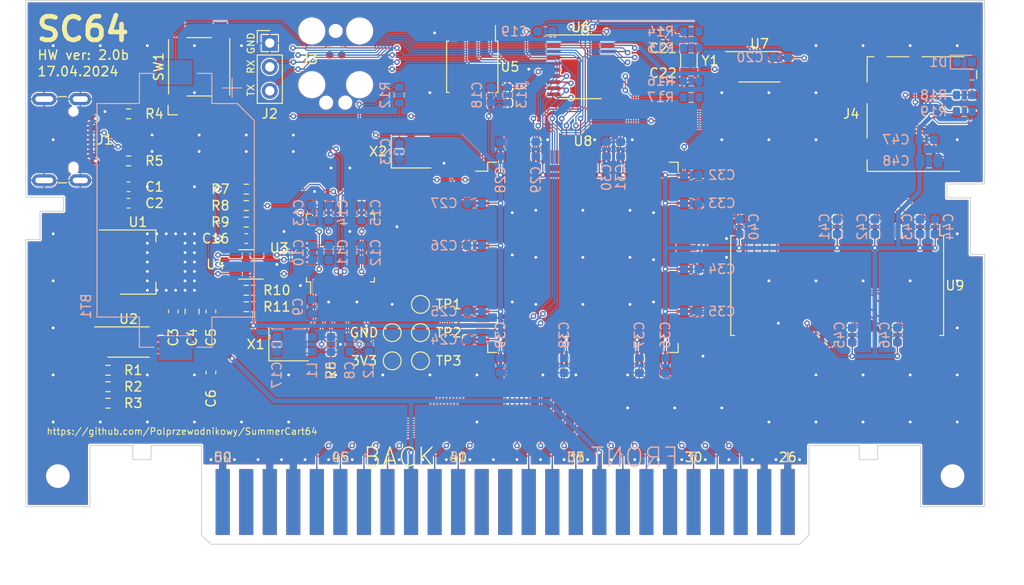
<source format=kicad_pcb>
(kicad_pcb (version 20240108) (generator "pcbnew") (generator_version "8.0")
  (title_block (title "SC64") (date "2023-02-12") (rev "2.0a") (company "Polprzewodnikowy"))
  (layers (0 "F.Cu" signal) (31 "B.Cu" signal) (34 "B.Paste" user) (35 "F.Paste" user) (36 "B.SilkS" user "B.Silkscreen") (37 "F.SilkS" user "F.Silkscreen") (38 "B.Mask" user) (39 "F.Mask" user) (44 "Edge.Cuts" user))
  (net 0 "")
  (net 1 "Net-(BT1-+)")
  (net 2 "Net-(U1-VO)")
  (net 3 "Net-(U3-VPHY)")
  (net 4 "Net-(U3-VPLL)")
  (net 5 "Net-(U3-VCCA)")
  (net 6 "Net-(U3-VCCCORE)")
  (net 7 "N64_AD15")
  (net 8 "N64_AD14")
  (net 9 "N64_AD13")
  (net 10 "N64_AD12")
  (net 11 "N64_AD11")
  (net 12 "N64_AD10")
  (net 13 "N64_AD9")
  (net 14 "N64_AD8")
  (net 15 "N64_CIC_DATA")
  (net 16 "N64_PIF_CLK")
  (net 17 "N64_JOYBUS")
  (net 18 "N64_AD0")
  (net 19 "N64_AD1")
  (net 20 "N64_AD2")
  (net 21 "N64_AD3")
  (net 22 "N64_ALEL")
  (net 23 "N64_ALEH")
  (net 24 "N64_AD4")
  (net 25 "N64_AD5")
  (net 26 "N64_AD6")
  (net 27 "N64_AD7")
  (net 28 "N64_CIC_CLK")
  (net 29 "N64_VIDEO_SYNC")
  (net 30 "SD_DAT2")
  (net 31 "SD_DAT3")
  (net 32 "SD_CMD")
  (net 33 "SD_CLK")
  (net 34 "SD_DAT0")
  (net 35 "SD_DAT1")
  (net 36 "SD_DET")
  (net 37 "SWDIO")
  (net 38 "SWCLK")
  (net 39 "UART_TX")
  (net 40 "UART_RX")
  (net 41 "JTAG_TDO")
  (net 42 "JTAG_TDI")
  (net 43 "JTAG_TCK")
  (net 44 "JTAG_TMS")
  (net 45 "Net-(U7-X1)")
  (net 46 "GND")
  (net 47 "I2C_SDA")
  (net 48 "I2C_SCL")
  (net 49 "RTC_MFP")
  (net 50 "+3V3")
  (net 51 "N64_3V3")
  (net 52 "+5V")
  (net 53 "FLASH_CS")
  (net 54 "FLASH_IO1")
  (net 55 "FLASH_IO2")
  (net 56 "FLASH_IO0")
  (net 57 "FLASH_CLK")
  (net 58 "FLASH_IO3")
  (net 59 "FTDI_D0")
  (net 60 "FTDI_D1")
  (net 61 "FTDI_D2")
  (net 62 "FTDI_D3")
  (net 63 "FTDI_D4")
  (net 64 "FTDI_D5")
  (net 65 "FTDI_D6")
  (net 66 "FTDI_D7")
  (net 67 "FTDI_C0")
  (net 68 "FTDI_C1")
  (net 69 "FTDI_C2")
  (net 70 "~{N64_WRITE}")
  (net 71 "~{N64_READ}")
  (net 72 "~{N64_RESET}")
  (net 73 "~{N64_INT}")
  (net 74 "~{N64_NMI}")
  (net 75 "SDRAM_DQ0")
  (net 76 "SDRAM_DQ1")
  (net 77 "SDRAM_DQ2")
  (net 78 "SDRAM_DQ3")
  (net 79 "SDRAM_DQ4")
  (net 80 "SDRAM_DQ5")
  (net 81 "SDRAM_DQ6")
  (net 82 "SDRAM_DQ7")
  (net 83 "SDRAM_DQ8")
  (net 84 "SDRAM_DQ9")
  (net 85 "SDRAM_DQ10")
  (net 86 "SDRAM_DQ11")
  (net 87 "SDRAM_DQ12")
  (net 88 "SDRAM_DQ13")
  (net 89 "SDRAM_DQ14")
  (net 90 "SDRAM_DQ15")
  (net 91 "FPGA_CLK")
  (net 92 "MCU_CS")
  (net 93 "MCU_MOSI")
  (net 94 "MCU_MISO")
  (net 95 "MCU_INT")
  (net 96 "SDRAM_DQML")
  (net 97 "~{SDRAM_WE}")
  (net 98 "~{SDRAM_CAS}")
  (net 99 "~{SDRAM_RAS}")
  (net 100 "~{SDRAM_CS}")
  (net 101 "SDRAM_BA0")
  (net 102 "SDRAM_BA1")
  (net 103 "SDRAM_A10")
  (net 104 "SDRAM_A0")
  (net 105 "SDRAM_A1")
  (net 106 "SDRAM_A2")
  (net 107 "SDRAM_A3")
  (net 108 "SDRAM_A4")
  (net 109 "SDRAM_A5")
  (net 110 "SDRAM_A6")
  (net 111 "SDRAM_A7")
  (net 112 "SDRAM_A8")
  (net 113 "SDRAM_A9")
  (net 114 "SDRAM_A11")
  (net 115 "SDRAM_A12")
  (net 116 "SDRAM_CLK")
  (net 117 "SDRAM_DQMH")
  (net 118 "FTDI_C3")
  (net 119 "FTDI_C4")
  (net 120 "FTDI_C5")
  (net 121 "FTDI_C6")
  (net 122 "LED")
  (net 123 "TEST1")
  (net 124 "TEST2")
  (net 125 "FTDI_C7")
  (net 126 "USB_D+")
  (net 127 "USB_D-")
  (net 128 "Net-(U7-X2)")
  (net 129 "BUTTON")
  (net 130 "Net-(D1-A)")
  (net 131 "Net-(J1-CC1)")
  (net 132 "TEST3")
  (net 133 "MCU_SCLK")
  (net 135 "Net-(J1-CC2)")
  (net 143 "USB_EEDATA")
  (net 144 "USB_CLK")
  (net 145 "Net-(U2-VSNS)")
  (net 146 "Net-(U2-ILM)")
  (net 147 "Net-(U3-REF)")
  (net 148 "USB_EECLK")
  (net 149 "USB_EECS")
  (net 150 "Net-(U3-~{RESET})")
  (net 151 "Net-(U4-DO)")
  (net 152 "Net-(U6-NRST)")
  (footprint "Resistor_SMD:R_0603_1608Metric" (layer "F.Cu") (at 107.825 117 180)
    (property "Reference" "R1")
    (property "Value" "1k")
  )
  (footprint "Package_QFP:LQFP-48_7x7mm_P0.5mm" (layer "F.Cu") (at 132.5 104 90)
    (property "Reference" "U3")
    (property "Value" "FT232HL")
  )
  (footprint "Capacitor_SMD:C_0603_1608Metric" (layer "F.Cu") (at 118.75 110.75 90)
    (property "Reference" "C5")
    (property "Value" "100nF")
  )
  (footprint "Button_Switch_SMD:SW_SPST_Omron_B3FS-105xP" (layer "F.Cu") (at 117.5 84.75 90)
    (property "Reference" "SW1")
    (property "Value" "B3FS-1050")
  )
  (footprint "TestPoint:TestPoint_Pad_D1.5mm" (layer "F.Cu") (at 138 113)
    (property "Reference" "GND1" (hide yes))
    (property "Value" "TestPoint")
  )
  (footprint "Resistor_SMD:R_0603_1608Metric" (layer "F.Cu") (at 122.5 110.25 180)
    (property "Reference" "R11")
    (property "Value" "10k")
  )
  (footprint "Capacitor_SMD:C_0603_1608Metric" (layer "F.Cu") (at 166.75 81.35 180)
    (property "Reference" "C21")
    (property "Value" "7pF")
  )
  (footprint "Capacitor_SMD:C_0603_1608Metric" (layer "F.Cu") (at 110 97.5)
    (property "Reference" "C1")
    (property "Value" "4.7uF")
  )
  (footprint "Package_SO:TSSOP-8_4.4x3mm_P0.65mm" (layer "F.Cu") (at 177 84.75)
    (property "Reference" "U7")
    (property "Value" "MCP7940N-x/ST")
  )
  (footprint "Package_TO_SOT_SMD:SOT-23-6" (layer "F.Cu") (at 122.5 105.75 180)
    (property "Reference" "U4")
    (property "Value" "93AA56Bx-x/OT")
  )
  (footprint "Resistor_SMD:R_0603_1608Metric" (layer "F.Cu") (at 122.5 99.5)
    (property "Reference" "R8")
    (property "Value" "10k")
  )
  (footprint "Package_SO:TSOP-II-54_22.2x10.16mm_P0.8mm" (layer "F.Cu") (at 185.25 108 -90)
    (property "Reference" "U9")
    (property "Value" "IS42S16320F-7TL")
  )
  (footprint "Package_SO:SOIC-8_5.23x5.23mm_P1.27mm" (layer "F.Cu") (at 146.5 84.75 -90)
    (property "Reference" "U5")
    (property "Value" "W25Q128JVSIQ")
  )
  (footprint "Capacitor_SMD:C_0603_1608Metric" (layer "F.Cu") (at 114.75 110.75 90)
    (property "Reference" "C3")
    (property "Value" "100nF")
  )
  (footprint "TestPoint:TestPoint_Pad_D1.5mm" (layer "F.Cu") (at 138 116)
    (property "Reference" "3V1" (hide yes))
    (property "Value" "TestPoint")
  )
  (footprint "Resistor_SMD:R_0603_1608Metric" (layer "F.Cu") (at 107.825 118.75)
    (property "Reference" "R2")
    (property "Value" "330R")
  )
  (footprint "Connector_Card:microSD_HC_Molex_104031-0811" (layer "F.Cu") (at 194.25 89.75 -90)
    (property "Reference" "J4")
    (property "Value" "104031-0811")
  )
  (footprint "Package_QFP:TQFP-144_20x20mm_P0.5mm" (layer "F.Cu") (at 158.25 105)
    (property "Reference" "U8")
    (property "Value" "LCMXO2-7000HC-6TG144x")
  )
  (footprint "MountingHole:MountingHole_2mm" (layer "F.Cu") (at 197.5 128.25)
    (property "Reference" "REF**" (hide yes))
    (property "Value" "MountingHole_2mm" (hide yes))
  )
  (footprint "Resistor_SMD:R_0603_1608Metric" (layer "F.Cu") (at 110 94.75 180)
    (property "Reference" "R5")
    (property "Value" "5.1k")
  )
  (footprint "Resistor_SMD:R_0603_1608Metric" (layer "F.Cu") (at 110 89.75 180)
    (property "Reference" "R4")
    (property "Value" "5.1k")
  )
  (footprint "Resistor_SMD:R_0603_1608Metric" (layer "F.Cu") (at 131.5 114.25 90)
    (property "Reference" "R6")
    (property "Value" "12k")
  )
  (footprint "Capacitor_SMD:C_0603_1608Metric" (layer "F.Cu") (at 122.5 103 180)
    (property "Reference" "C16")
    (property "Value" "100nF")
  )
  (footprint "Package_SO:TSSOP-8_4.4x3mm_P0.65mm" (layer "F.Cu") (at 110 114)
    (property "Reference" "U2")
    (property "Value" "TPS2111A")
  )
  (footprint "TestPoint:TestPoint_Pad_D1.5mm" (layer "F.Cu") (at 141 110)
    (property "Reference" "TP1")
    (property "Value" "TestPoint")
  )
  (footprint "Resistor_SMD:R_0603_1608Metric" (layer "F.Cu") (at 122.5 97.75)
    (property "Reference" "R7")
    (property "Value" "12k")
  )
  (footprint "Connector_PinHeader_2.54mm:PinHeader_1x03_P2.54mm_Vertical" (layer "F.Cu") (at 125 82.225)
    (property "Reference" "J2")
    (property "Value" "Conn_01x03_Male")
  )
  (footprint "Crystal:Crystal_SMD_3215-2Pin_3.2x1.5mm" (layer "F.Cu") (at 169.5 84.1 90)
    (property "Reference" "Y1")
    (property "Value" "FC-135")
  )
  (footprint "TestPoint:TestPoint_Pad_D1.5mm" (layer "F.Cu") (at 141 113)
    (property "Reference" "TP2")
    (property "Value" "TestPoint")
  )
  (footprint "sc64v2:N64_Edge" (layer "F.Cu") (at 150 125)
    (property "Reference" "J_N1" (hide yes))
    (property "Value" "N64_Cartridge")
    (fp_line (start -32.25 9.5) (end -32.25 0) (stroke (width 0.1)) (layer "Edge.Cuts"))
    (fp_line (start -32.25 9.5) (end -31.25 10.5) (stroke (width 0.1)) (layer "Edge.Cuts"))
    (fp_line (start 0 10.5) (end -31.25 10.5) (stroke (width 0.1)) (layer "Edge.Cuts"))
    (fp_line (start 0 10.5) (end 31.25 10.5) (stroke (width 0.1)) (layer "Edge.Cuts"))
    (fp_line (start 31.25 10.5) (end 32.25 9.5) (stroke (width 0.1)) (layer "Edge.Cuts"))
    (fp_line (start 32.25 9.5) (end 32.25 0) (stroke (width 0.1)) (layer "Edge.Cuts"))
  )
  (footprint "sc64v2:TC2050-FP" (layer "F.Cu") (at 132 80.94 -90)
    (property "Reference" "J3")
    (property "Value" "TC2050-FP")
  )
  (footprint "Resistor_SMD:R_0603_1608Metric" (layer "F.Cu") (at 122.5 101.25 180)
    (property "Reference" "R9")
    (property "Value" "5.1k")
  )
  (footprint "Capacitor_SMD:C_0805_2012Metric" (layer "F.Cu") (at 116.75 110.75 90)
    (property "Reference" "C4")
    (property "Value" "47uF")
  )
  (footprint "Capacitor_SMD:C_0603_1608Metric" (layer "F.Cu") (at 118.75 117.25 -90)
    (property "Reference" "C6")
    (property "Value" "100nF")
  )
  (footprint "Resistor_SMD:R_0603_1608Metric" (layer "F.Cu") (at 122.5 108.5)
    (property "Reference" "R10")
    (property "Value" "2.2k")
  )
  (footprint "Package_TO_SOT_SMD:SOT-223-3_TabPin2" (layer "F.Cu") (at 111 105.5)
    (property "Reference" "U1")
    (property "Value" "TC1264-3.3VDB")
  )
  (footprint "Oscillator:Oscillator_SMD_SeikoEpson_SG8002CE-4Pin_3.2x2.5mm" (layer "F.Cu") (at 140 93.75)
    (property "Reference" "X2")
    (property "Value" "ECS-3225MV-500-BN")
  )
  (footprint "Capacitor_SMD:C_0603_1608Metric" (layer "F.Cu") (at 110 99.25)
    (property "Reference" "C2")
    (property "Value" "100nF")
  )
  (footprint "Oscillator:Oscillator_SMD_SeikoEpson_SG8002CE-4Pin_3.2x2.5mm" (layer "F.Cu") (at 127 114.25)
    (property "Reference" "X1")
    (property "Value" "ECS-3225MV-120-CN")
  )
  (footprint "Package_SO:TSSOP-20_4.4x6.5mm_P0.65mm" (layer "F.Cu") (at 158 84.75)
    (property "Reference" "U6")
    (property "Value" "STM32G030F6P6")
  )
  (footprint "Resistor_SMD:R_0603_1608Metric" (layer "F.Cu") (at 107.825 120.5)
    (property "Reference" "R3")
    (property "Value" "470R")
  )
  (footprint "TestPoint:TestPoint_Pad_D1.5mm" (layer "F.Cu") (at 141 116)
    (property "Reference" "TP3")
    (property "Value" "TestPoint")
  )
  (footprint "Capacitor_SMD:C_0603_1608Metric" (layer "F.Cu") (at 166.75 86.85)
    (property "Reference" "C22")
    (property "Value" "7pF")
  )
  (footprint "Connector_USB:USB_C_Receptacle_JAE_DX07S016JA1R1500" (layer "F.Cu") (at 102.2 92.5 -90)
    (property "Reference" "J1")
    (property "Value" "DX07S016JA3R1500")
  )
  (footprint "MountingHole:MountingHole_2mm" (layer "F.Cu") (at 102.5 128.25)
    (property "Reference" "REF**" (hide yes))
    (property "Value" "MountingHole_2mm" (hide yes))
  )
  (footprint "LED_SMD:LED_0603_1608Metric" (layer "B.Cu") (at 198.75 84.25)
    (property "Reference" "D1")
    (property "Value" "150060RS75000")
  )
  (footprint "Capacitor_SMD:C_0603_1608Metric" (layer "B.Cu") (at 129.5 110.25 -90)
    (property "Reference" "C9")
    (property "Value" "100nF")
  )
  (footprint "Resistor_SMD:R_0603_1608Metric" (layer "B.Cu") (at 138.75 87.75 90)
    (property "Reference" "R12")
    (property "Value" "10k")
  )
  (footprint "Capacitor_SMD:C_0603_1608Metric" (layer "B.Cu") (at 146.75 110.75 180)
    (property "Reference" "C25")
    (property "Value" "100nF")
  )
  (footprint "Capacitor_SMD:C_0603_1608Metric" (layer "B.Cu") (at 156.25 116.5 -90)
    (property "Reference" "C38")
    (property "Value" "100nF")
  )
  (footprint "Capacitor_SMD:C_0603_1608Metric" (layer "B.Cu") (at 169.75 110.75)
    (property "Reference" "C35")
    (property "Value" "100nF")
  )
  (footprint "Capacitor_SMD:C_0603_1608Metric" (layer "B.Cu") (at 153.25 93.5 90)
    (property "Reference" "C29")
    (property "Value" "100nF")
  )
  (footprint "Capacitor_SMD:C_0603_1608Metric" (layer "B.Cu") (at 131.25 104.5 -90)
    (property "Reference" "C11")
    (property "Value" "100nF")
  )
  (footprint "Resistor_SMD:R_0603_1608Metric" (layer "B.Cu") (at 198.75 89.5)
    (property "Reference" "R19")
    (property "Value" "10k")
  )
  (footprint "Resistor_SMD:R_0603_1608Metric" (layer "B.Cu") (at 169.75 88)
    (property "Reference" "R17")
    (property "Value" "10k")
  )
  (footprint "Capacitor_SMD:C_0603_1608Metric" (layer "B.Cu") (at 162.25 93.5 90)
    (property "Reference" "C31")
    (property "Value" "100nF")
  )
  (footprint "Capacitor_SMD:C_0603_1608Metric" (layer "B.Cu") (at 146.75 103.75 180)
    (property "Reference" "C26")
    (property "Value" "100nF")
  )
  (footprint "Capacitor_SMD:C_0603_1608Metric" (layer "B.Cu") (at 194.05 101.75 90)
    (property "Reference" "C43")
    (property "Value" "100nF")
  )
  (footprint "Capacitor_SMD:C_0603_1608Metric" (layer "B.Cu") (at 189.25 101.75 90)
    (property "Reference" "C42")
    (property "Value" "100nF")
  )
  (footprint "Capacitor_SMD:C_0603_1608Metric" (layer "B.Cu") (at 186.85 113.25 90)
    (property "Reference" "C45")
    (property "Value" "100nF")
  )
  (footprint "Capacitor_SMD:C_0603_1608Metric" (layer "B.Cu") (at 138.75 93.75 -90)
    (property "Reference" "C23")
    (property "Value" "100nF")
  )
  (footprint "Capacitor_SMD:C_0603_1608Metric" (layer "B.Cu") (at 129.5 100.25 -90)
    (property "Reference" "C13")
    (property "Value" "100nF")
  )
  (footprint "Capacitor_SMD:C_0603_1608Metric" (layer "B.Cu") (at 174.85 101.75 90)
    (property "Reference" "C40")
    (property "Value" "100nF")
  )
  (footprint "Resistor_SMD:R_0603_1608Metric" (layer "B.Cu") (at 150.25 87.75 -90)
    (property "Reference" "R13")
    (property "Value" "10k")
  )
  (footprint "Resistor_SMD:R_0603_1608Metric" (layer "B.Cu") (at 169.75 82.75)
    (property "Reference" "R15")
    (property "Value" "2.2k")
  )
  (footprint "Capacitor_SMD:C_0603_1608Metric" (layer "B.Cu") (at 149.5 116.5 -90)
    (property "Reference" "C39")
    (property "Value" "100nF")
  )
  (footprint "Capacitor_SMD:C_0603_1608Metric" (layer "B.Cu") (at 131.25 100.25 -90)
    (property "Reference" "C14")
    (property "Value" "100nF")
  )
  (footprint "Battery:BatteryHolder_Keystone_1060_1x2032" (layer "B.Cu") (at 115 100 -90)
    (property "Reference" "BT1")
    (property "Value" "1060")
  )
  (footprint "Capacitor_SMD:C_0603_1608Metric" (layer "B.Cu") (at 134.75 104.5 90)
    (property "Reference" "C12")
    (property "Value" "100nF")
  )
  (footprint "Capacitor_SMD:C_0603_1608Metric" (layer "B.Cu") (at 160.75 93.5 90)
    (property "Reference" "C30")
    (property "Value" "100nF")
  )
  (footprint "Capacitor_SMD:C_0603_1608Metric" (layer "B.Cu") (at 179.25 83.75 180)
    (property "Reference" "C20")
    (property "Value" "100nF")
  )
  (footprint "Inductor_SMD:L_0603_1608Metric" (layer "B.Cu") (at 135.5 114.25 -90)
    (property "Reference" "L2")
    (property "Value" "470R")
  )
  (footprint "Capacitor_SMD:C_0603_1608Metric" (layer "B.Cu") (at 185.25 101.75 90)
    (property "Reference" "C41")
    (property "Value" "100nF")
  )
  (footprint "Capacitor_SMD:C_0603_1608Metric" (layer "B.Cu") (at 133.5 114.25 90)
    (property "Reference" "C8")
    (property "Value" "100nF")
  )
  (footprint "Capacitor_SMD:C_0603_1608Metric" (layer "B.Cu") (at 146.75 99.25 180)
    (property "Reference" "C27")
    (property "Value" "100nF")
  )
  (footprint "Capacitor_SMD:C_0603_1608Metric" (layer "B.Cu") (at 169.75 96.25)
    (property "Reference" "C32")
    (property "Value" "100nF")
  )
  (footprint "Resistor_SMD:R_0603_1608Metric" (layer "B.Cu") (at 169.75 81)
    (property "Reference" "R14")
    (property "Value" "2.2k")
  )
  (footprint "Capacitor_SMD:C_0603_1608Metric" (layer "B.Cu") (at 169.75 99.25)
    (property "Reference" "C33")
    (property "Value" "100nF")
  )
  (footprint "Capacitor_SMD:C_0603_1608Metric" (layer "B.Cu") (at 191.65 113.25 90)
    (property "Reference" "C46")
    (property "Value" "100nF")
  )
  (footprint "Capacitor_SMD:C_0603_1608Metric" (layer "B.Cu") (at 131.5 114.25 -90)
    (property "Reference" "C7")
    (property "Value" "100nF")
  )
  (footprint "Capacitor_SMD:C_0603_1608Metric" (layer "B.Cu") (at 167 116.5 -90)
    (property "Reference" "C36")
    (property "Value" "100nF")
  )
  (footprint "Capacitor_SMD:C_0603_1608Metric" (layer "B.Cu") (at 146.75 113.75 180)
    (property "Reference" "C24")
    (property "Value" "100nF")
  )
  (footprint "Resistor_SMD:R_0603_1608Metric" (layer "B.Cu") (at 169.75 86.25 180)
    (property "Reference" "R16")
    (property "Value" "10k")
  )
  (footprint "Capacitor_SMD:C_0603_1608Metric" (layer "B.Cu") (at 194.75 92.5)
    (property "Reference" "C47")
    (property "Value" "100nF")
  )
  (footprint "Capacitor_SMD:C_0603_1608Metric" (layer "B.Cu") (at 148.5 87.75 90)
    (property "Reference" "C18")
    (property "Value" "100nF")
  )
  (footprint "Capacitor_SMD:C_0805_2012Metric" (layer "B.Cu") (at 195 94.75)
    (property "Reference" "C48")
    (property "Value" "47uF")
  )
  (footprint "Capacitor_SMD:C_0603_1608Metric" (layer "B.Cu") (at 125.75 114.25 -90)
    (property "Reference" "C17")
    (property "Value" "100nF")
  )
  (footprint "Capacitor_SMD:C_0603_1608Metric" (layer "B.Cu") (at 164.25 116.5 -90)
    (property "Reference" "C37")
    (property "Value" "100nF")
  )
  (footprint "Inductor_SMD:L_0603_1608Metric" (layer "B.Cu") (at 129.5 114.25 -90)
    (property "Reference" "L1")
    (property "Value" "470R")
  )
  (footprint "Capacitor_SMD:C_0603_1608Metric" (layer "B.Cu") (at 129.5 104.5 -90)
    (property "Reference" "C10")
    (property "Value" "100nF")
  )
  (footprint "Capacitor_SMD:C_0603_1608Metric" (layer "B.Cu") (at 169.75 106.25)
    (property "Reference" "C34")
    (property "Value" "100nF")
  )
  (footprint "Capacitor_SMD:C_0603_1608Metric" (layer "B.Cu") (at 149.5 93.5 90)
    (property "Reference" "C28")
    (property "Value" "100nF")
  )
  (footprint "Capacitor_SMD:C_0603_1608Metric" (layer "B.Cu") (at 195.65 101.75 90)
    (property "Reference" "C44")
    (property "Value" "100nF")
  )
  (footprint "Capacitor_SMD:C_0603_1608Metric" (layer "B.Cu") (at 154.25 81)
    (property "Reference" "C19")
    (property "Value" "100nF")
  )
  (footprint "Resistor_SMD:R_0603_1608Metric" (layer "B.Cu") (at 198.75 87.75)
    (property "Reference" "R18")
    (property "Value" "1k")
  )
  (footprint "Capacitor_SMD:C_0603_1608Metric" (layer "B.Cu") (at 134.75 100.25 90)
    (property "Reference" "C15")
    (property "Value" "100nF")
  )
  (gr_line (start 112.4 126.5) (end 112.4 125) (stroke (width 0.1)) (layer "Edge.Cuts"))
  (gr_line (start 105.9 131.5) (end 105.9 125) (stroke (width 0.1)) (layer "Edge.Cuts"))
  (gr_line (start 200.9 104.7) (end 199.4 104.7) (stroke (width 0.1)) (layer "Edge.Cuts"))
  (gr_line (start 182.25 125) (end 187.6 125) (stroke (width 0.1)) (layer "Edge.Cuts"))
  (gr_line (start 110.45 125) (end 110.45 126.5) (stroke (width 0.1)) (layer "Edge.Cuts"))
  (gr_line (start 199.4 98.7) (end 196.9 98.7) (stroke (width 0.1)) (layer "Edge.Cuts"))
  (gr_line (start 189.55 126.5) (end 189.55 125) (stroke (width 0.1)) (layer "Edge.Cuts"))
  (gr_line (start 103.1 100.1) (end 103.1 98.6) (stroke (width 0.1)) (layer "Edge.Cuts"))
  (gr_line (start 194.1 125) (end 194.1 131.5) (stroke (width 0.1)) (layer "Edge.Cuts"))
  (gr_line (start 110.45 126.5) (end 112.4 126.5) (stroke (width 0.1)) (layer "Edge.Cuts"))
  (gr_line (start 199.4 104.7) (end 199.4 98.7) (stroke (width 0.1)) (layer "Edge.Cuts"))
  (gr_line (start 105.9 125) (end 110.45 125) (stroke (width 0.1)) (layer "Edge.Cuts"))
  (gr_line (start 200.9 131.5) (end 200.9 104.7) (stroke (width 0.1)) (layer "Edge.Cuts"))
  (gr_line (start 99.1 77.7) (end 200.9 77.7) (stroke (width 0.1)) (layer "Edge.Cuts"))
  (gr_line (start 99.1 98.6) (end 99.1 77.7) (stroke (width 0.1)) (layer "Edge.Cuts"))
  (gr_line (start 194.1 131.5) (end 200.9 131.5) (stroke (width 0.1)) (layer "Edge.Cuts"))
  (gr_line (start 187.6 126.5) (end 189.55 126.5) (stroke (width 0.1)) (layer "Edge.Cuts"))
  (gr_line (start 99.1 131.5) (end 105.9 131.5) (stroke (width 0.1)) (layer "Edge.Cuts"))
  (gr_line (start 187.6 125) (end 187.6 126.5) (stroke (width 0.1)) (layer "Edge.Cuts"))
  (gr_line (start 99.1 131.5) (end 99.1 103.1) (stroke (width 0.1)) (layer "Edge.Cuts"))
  (gr_line (start 200.9 77.7) (end 200.9 97.2) (stroke (width 0.1)) (layer "Edge.Cuts"))
  (gr_line (start 100.6 103.1) (end 100.6 100.1) (stroke (width 0.1)) (layer "Edge.Cuts"))
  (gr_line (start 103.1 98.6) (end 99.1 98.6) (stroke (width 0.1)) (layer "Edge.Cuts"))
  (gr_line (start 196.9 97.2) (end 200.9 97.2) (stroke (width 0.1)) (layer "Edge.Cuts"))
  (gr_line (start 112.4 125) (end 117.75 125) (stroke (width 0.1)) (layer "Edge.Cuts"))
  (gr_line (start 100.6 100.1) (end 103.1 100.1) (stroke (width 0.1)) (layer "Edge.Cuts"))
  (gr_line (start 189.55 125) (end 194.1 125) (stroke (width 0.1)) (layer "Edge.Cuts"))
  (gr_line (start 196.9 98.7) (end 196.9 97.2) (stroke (width 0.1)) (layer "Edge.Cuts"))
  (gr_line (start 99.1 103.1) (end 100.6 103.1) (stroke (width 0.1)) (layer "Edge.Cuts"))
  (gr_text "RX" (at 123 84.75 90) (layer "F.SilkS") (effects (font (size 0.75 0.75) (thickness 0.125))))
  (gr_text "TX" (at 123 87.25 90) (layer "F.SilkS") (effects (font (size 0.75 0.75) (thickness 0.125))))
  (gr_text "HW ver: 2.0b" (at 100.25 83.5 0) (layer "F.SilkS") (effects (font (size 1 1)) (justify left)))
  (gr_text "17.04.2024" (at 100.25 85.25 0) (layer "F.SilkS") (effects (font (size 1 1)) (justify left)))
  (gr_text "GND" (at 135 113 0) (layer "F.SilkS") (effects (font (size 1 1))))
  (gr_text "https://github.com/Polprzewodnikowy/SummerCart64" (at 101.25 123.5 0) (layer "F.SilkS") (effects (font (size 0.7 0.7) (thickness 0.1)) (justify left)))
  (gr_text "3V3" (at 135 116 0) (layer "F.SilkS") (effects (font (size 1 1))))
  (gr_text "GND" (at 123 82.25 90) (layer "F.SilkS") (effects (font (size 0.75 0.75) (thickness 0.125))))
  (gr_text "SC64" (at 100 80.75 0) (layer "F.SilkS") (effects (font (size 2.5 2.5) (thickness 0.5)) (justify left)))
  (segment (start 172.325 85.075) (end 172.25 85) (width 0.127) (layer "F.Cu") (net 1))
  (segment (start 174.1375 85.075) (end 172.325 85.075) (width 0.127) (layer "F.Cu") (net 1))
  (via (at 172.25 85) (size 0.6) (drill 0.3) (layers "F.Cu" "B.Cu") (net 1))
  (segment (start 129 82.73592) (end 136.079955 82.73592) (width 0.127) (layer "B.Cu") (net 1))
  (segment (start 164.47888 82.22888) (end 167.25 85) (width 0.127) (layer "B.Cu") (net 1))
  (segment (start 137.579956 81.23592) (end 139.420046 81.23592) (width 0.127) (layer "B.Cu") (net 1))
  (segment (start 126.26408 80) (end 129 82.73592) (width 0.127) (layer "B.Cu") (net 1))
  (segment (start 167.25 85) (end 172.25 85) (width 0.127) (layer "B.Cu") (net 1))
  (segment (start 115 81.25) (end 116.25 80) (width 0.127) (layer "B.Cu") (net 1))
  (segment (start 136.079955 82.73592) (end 137.579956 81.23592) (width 0.127) (layer "B.Cu") (net 1))
  (segment (start 116.25 80) (end 126.26408 80) (width 0.127) (layer "B.Cu") (net 1))
  (segment (start 139.420046 81.23592) (end 140.413006 82.22888) (width 0.127) (layer "B.Cu") (net 1))
  (segment (start 140.413006 82.22888) (end 164.47888 82.22888) (width 0.127) (layer "B.Cu") (net 1))
  (segment (start 115 85.35) (end 115 81.25) (width 0.127) (layer "B.Cu") (net 1))
  (segment (start 108.65 117) (end 110.275 115.375) (width 0.127) (layer "F.Cu") (net 2))
  (segment (start 107.85 107.8) (end 107.85 110.6) (width 0.508) (layer "F.Cu") (net 2))
  (segment (start 112.8625 112.1375) (end 113.475 111.525) (width 0.508) (layer "F.Cu") (net 2))
  (segment (start 112.8625 113.025) (end 110.275 113.025) (width 0.508) (layer "F.Cu") (net 2))
  (segment (start 113.475 111.525) (end 114.75 111.525) (width 0.508) (layer "F.Cu") (net 2))
  (segment (start 110.275 115.375) (end 110.275 113.025) (width 0.127) (layer "F.Cu") (net 2))
  (segment (start 112.8625 113.025) (end 112.8625 112.1375) (width 0.508) (layer "F.Cu") (net 2))
  (segment (start 107.85 110.6) (end 110.275 113.025) (width 0.508) (layer "F.Cu") (net 2))
  (segment (start 130.5 112.375) (end 130.75 112.125) (width 0.127) (layer "F.Cu") (net 3))
  (segment (start 130.75 112.125) (end 130.75 108.1625) (width 0.127) (layer "F.Cu") (net 3))
  (segment (start 130.5 114.25) (end 130.5 112.375) (width 0.127) (layer "F.Cu") (net 3))
  (via (at 130.5 114.25) (size 0.6) (drill 0.3) (layers "F.Cu" "B.Cu") (net 3))
  (segment (start 129.5 115.0375) (end 130.2125 115.0375) (width 0.127) (layer "B.Cu") (net 3))
  (segment (start 130.2125 115.0375) (end 130.5 114.75) (width 0.127) (layer "B.Cu") (net 3))
  (segment (start 130.775 115.025) (end 130.5 114.75) (width 0.127) (layer "B.Cu") (net 3))
  (segment (start 131.5 115.025) (end 130.775 115.025) (width 0.127) (layer "B.Cu") (net 3))
  (segment (start 130.5 114.75) (end 130.5 114.25) (width 0.127) (layer "B.Cu") (net 3))
  (segment (start 133.25 113) (end 133.25 108.1625) (width 0.127) (layer "F.Cu") (net 4))
  (segment (start 134.5 114.25) (end 133.25 113) (width 0.127) (layer "F.Cu") (net 4))
  (via (at 134.5 114.25) (size 0.6) (drill 0.3) (layers "F.Cu" "B.Cu") (net 4))
  (segment (start 134.225 115.025) (end 134.5 114.75) (width 0.127) (layer "B.Cu") (net 4))
  (segment (start 135.5 115.0375) (end 134.7875 115.0375) (width 0.127) (layer "B.Cu") (net 4))
  (segment (start 134.7875 115.0375) (end 134.5 114.75) (width 0.127) (layer "B.Cu") (net 4))
  (segment (start 133.5 115.025) (end 134.225 115.025) (width 0.127) (layer "B.Cu") (net 4))
  (segment (start 134.5 114.75) (end 134.5 114.25) (width 0.127) (layer "B.Cu") (net 4))
  (segment (start 128.3375 100.3375) (end 128.25 100.25) (width 0.127) (layer "F.Cu") (net 5))
  (segment (start 128.3375 101.25) (end 128.3375 100.3375) (width 0.127) (layer "F.Cu") (net 5))
  (via (at 128.25 100.25) (size 0.6) (drill 0.3) (layers "F.Cu" "B.Cu") (net 5))
  (segment (start 128.725 100.25) (end 129.5 101.025) (width 0.127) (layer "B.Cu") (net 5))
  (segment (start 128.25 100.25) (end 128.725 100.25) (width 0.127) (layer "B.Cu") (net 5))
  (segment (start 128.3375 101.75) (end 130.75 101.75) (width 0.127) (layer "F.Cu") (net 6))
  (segment (start 130.75 101.75) (end 131.25 102.25) (width 0.127) (layer "F.Cu") (net 6))
  (via (at 131.25 102.25) (size 0.6) (drill 0.3) (layers "F.Cu" "B.Cu") (net 6))
  (segment (start 131.25 102.25) (end 131.25 101.025) (width 0.127) (layer "B.Cu") (net 6))
  (segment (start 160.5 115.6625) (end 160.5 121.381744) (width 0.127) (layer "F.Cu") (net 7))
  (segment (start 160.5 121.381744) (end 161.593616 122.47536) (width 0.127) (layer "F.Cu") (net 7))
  (segment (start 161.593616 122.47536) (end 171.22536 122.47536) (width 0.127) (layer "F.Cu") (net 7))
  (segment (start 171.22536 122.47536) (end 173.75 125) (width 0.127) (layer "F.Cu") (net 7))
  (via (at 173.75 125) (size 0.6) (drill 0.3) (layers "F.Cu" "B.Cu") (net 7))
  (segment (start 175 131) (end 175 126.25) (width 0.127) (layer "B.Cu") (net 7))
  (segment (start 175 126.25) (end 173.75 125) (width 0.127) (layer "B.Cu") (net 7))
  (segment (start 161.383592 122.9824) (end 169.2324 122.9824) (width 0.127) (layer "F.Cu") (net 8))
  (segment (start 159.5 121.098808) (end 161.383592 122.9824) (width 0.127) (layer "F.Cu") (net 8))
  (segment (start 159.5 115.6625) (end 159.5 121.098808) (width 0.127) (layer "F.Cu") (net 8))
  (segment (start 169.2324 122.9824) (end 171.25 125) (width 0.127) (layer "F.Cu") (net 8))
  (via (at 171.25 125) (size 0.6) (drill 0.3) (layers "F.Cu" "B.Cu") (net 8))
  (segment (start 172.5 126.25) (end 171.25 125) (width 0.127) (layer "B.Cu") (net 8))
  (segment (start 172.5 131) (end 172.5 126.25) (width 0.127) (layer "B.Cu") (net 8))
  (segment (start 158.5 120.815872) (end 161.173568 123.48944) (width 0.127) (layer "F.Cu") (net 9))
  (segment (start 161.173568 123.48944) (end 167.23944 123.48944) (width 0.127) (layer "F.Cu") (net 9))
  (segment (start 167.23944 123.48944) (end 168.75 125) (width 0.127) (layer "F.Cu") (net 9))
  (segment (start 158.5 115.6625) (end 158.5 120.815872) (width 0.127) (layer "F.Cu") (net 9))
  (via (at 168.75 125) (size 0.6) (drill 0.3) (layers "F.Cu" "B.Cu") (net 9))
  (segment (start 170 131) (end 170 126.25) (width 0.127) (layer "B.Cu") (net 9))
  (segment (start 170 126.25) (end 168.75 125) (width 0.127) (layer "B.Cu") (net 9))
  (segment (start 162.74648 123.99648) (end 163.75 125) (width 0.127) (layer "F.Cu") (net 10))
  (segment (start 157 120.032936) (end 160.963544 123.99648) (width 0.127) (layer "F.Cu") (net 10))
  (segment (start 160.963544 123.99648) (end 162.74648 123.99648) (width 0.127) (layer "F.Cu") (net 10))
  (segment (start 157 115.6625) (end 157 120.032936) (width 0.127) (layer "F.Cu") (net 10))
  (via (at 163.75 125) (size 0.6) (drill 0.3) (layers "F.Cu" "B.Cu") (net 10))
  (segment (start 165 126.25) (end 163.75 125) (width 0.127) (layer "B.Cu") (net 10))
  (segment (start 165 131) (end 165 126.25) (width 0.127) (layer "B.Cu") (net 10))
  (segment (start 153.75 118.934128) (end 153.75 125) (width 0.127) (layer "F.Cu") (net 11))
  (segment (start 153 115.6625) (end 153 118.184128) (width 0.127) (layer "F.Cu") (net 11))
  (segment (start 153 118.184128) (end 153.75 118.934128) (width 0.127) (layer "F.Cu") (net 11))
  (via (at 153.75 125) (size 0.6) (drill 0.3) (layers "F.Cu" "B.Cu") (net 11))
  (segment (start 155 126.25) (end 153.75 125) (width 0.127) (layer "B.Cu") (net 11))
  (segment (start 155 131) (end 155 126.25) (width 0.127) (layer "B.Cu") (net 11))
  (segment (start 152 115.6625) (end 152 121.934125) (width 0.127) (layer "F.Cu") (net 12))
  (segment (start 151.25 122.684126) (end 151.25 125) (width 0.127) (layer "F.Cu") (net 12))
  (segment (start 152 121.934125) (end 151.25 122.684126) (width 0.127) (layer "F.Cu") (net 12))
  (via (at 151.25 125) (size 0.6) (drill 0.3) (layers "F.Cu" "B.Cu") (net 12))
  (segment (start 152.5 126.25) (end 151.25 125) (width 0.127) (layer "B.Cu") (net 12))
  (segment (start 152.5 131) (end 152.5 126.25) (width 0.127) (layer "B.Cu") (net 12))
  (segment (start 147.23944 124.01056) (end 146.25 125) (width 0.127) (layer "F.Cu") (net 13))
  (segment (start 149.565033 124.01056) (end 147.23944 124.01056) (width 0.127) (layer "F.Cu") (net 13))
  (segment (start 151.5 115.6625) (end 151.5 122.075594) (width 0.127) (layer "F.Cu") (net 13))
  (segment (start 151.5 122.075594) (end 149.565033 124.01056) (width 0.127) (layer "F.Cu") (net 13))
  (via (at 146.25 125) (size 0.6) (drill 0.3) (layers "F.Cu" "B.Cu") (net 13))
  (segment (start 145 131) (end 145 126.25) (width 0.127) (layer "B.Cu") (net 13))
  (segment (start 145 126.25) (end 146.25 125) (width 0.127) (layer "B.Cu") (net 13))
  (segment (start 150.5 115.6625) (end 150.5 122.358531) (width 0.127) (layer "F.Cu") (net 14))
  (segment (start 150.5 122.358531) (end 149.355011 123.50352) (width 0.127) (layer "F.Cu") (net 14))
  (segment (start 145.24648 123.50352) (end 143.75 125) (width 0.127) (layer "F.Cu") (net 14))
  (segment (start 149.355011 123.50352) (end 145.24648 123.50352) (width 0.127) (layer "F.Cu") (net 14))
  (via (at 143.75 125) (size 0.6) (drill 0.3) (layers "F.Cu" "B.Cu") (net 14))
  (segment (start 142.5 131) (end 142.5 126.25) (width 0.127) (layer "B.Cu") (net 14))
  (segment (start 142.5 126.25) (end 143.75 125) (width 0.127) (layer "B.Cu") (net 14))
  (segment (start 153.75 112) (end 153.49296 112.25704) (width 0.127) (layer "F.Cu") (net 15))
  (segment (start 141.315033 124.01056) (end 139.73944 124.01056) (width 0.127) (layer "F.Cu") (net 15))
  (segment (start 145.5 119.825593) (end 141.315033 124.01056) (width 0.127) (layer "F.Cu") (net 15))
  (segment (start 153.49296 112.25704) (end 149.75 112.25704) (width 0.127) (layer "F.Cu") (net 15))
  (segment (start 145.5 113.75) (end 145.5 119.825593) (width 0.127) (layer "F.Cu") (net 15))
  (segment (start 148.75704 113.25) (end 147.5875 113.25) (width 0.127) (layer "F.Cu") (net 15))
  (segment (start 156.275 87.025) (end 156.5 87.25) (width 0.127) (layer "F.Cu") (net 15))
  (segment (start 147.5875 113.25) (end 146 113.25) (width 0.127) (layer "F.Cu") (net 15))
  (segment (start 139.73944 124.01056) (end 138.75 125) (width 0.127) (layer "F.Cu") (net 15))
  (segment (start 149.75 112.25704) (end 148.75704 113.25) (width 0.127) (layer "F.Cu") (net 15))
  (segment (start 146 113.25) (end 145.5 113.75) (width 0.127) (layer "F.Cu") (net 15))
  (segment (start 155.1375 87.025) (end 156.275 87.025) (width 0.127) (layer "F.Cu") (net 15))
  (via (at 153.75 112) (size 0.6) (drill 0.3) (layers "F.Cu" "B.Cu") (net 15))
  (via (at 138.75 125) (size 0.6) (drill 0.3) (layers "F.Cu" "B.Cu") (net 15))
  (via (at 156.5 87.25) (size 0.6) (drill 0.3) (layers "F.Cu" "B.Cu") (net 15))
  (segment (start 137.5 131) (end 137.5 126.25) (width 0.127) (layer "B.Cu") (net 15))
  (segment (start 155.50704 110.24296) (end 155.50704 91.539977) (width 0.127) (layer "B.Cu") (net 15))
  (segment (start 153.75 112) (end 155.50704 110.24296) (width 0.127) (layer "B.Cu") (net 15))
  (segment (start 154.5 90.532937) (end 154.5 89.25) (width 0.127) (layer "B.Cu") (net 15))
  (segment (start 154.5 89.25) (end 156.5 87.25) (width 0.127) (layer "B.Cu") (net 15))
  (segment (start 155.50704 91.539977) (end 154.5 90.532937) (width 0.127) (layer "B.Cu") (net 15))
  (segment (start 137.5 126.25) (end 138.75 125) (width 0.127) (layer "B.Cu") (net 15))
  (segment (start 145.5 112.25) (end 144.99296 112.75704) (width 0.127) (layer "F.Cu") (net 16))
  (segment (start 144.99296 112.75704) (end 144.99296 119.615571) (width 0.127) (layer "F.Cu") (net 16))
  (segment (start 144.99296 119.615571) (end 141.105011 123.50352) (width 0.127) (layer "F.Cu") (net 16))
  (segment (start 147.5875 112.25) (end 145.5 112.25) (width 0.127) (layer "F.Cu") (net 16))
  (segment (start 141.105011 123.50352) (end 137.74648 123.50352) (width 0.127) (layer "F.Cu") (net 16))
  (segment (start 137.74648 123.50352) (end 136.25 125) (width 0.127) (layer "F.Cu") (net 16))
  (via (at 136.25 125) (size 0.6) (drill 0.3) (layers "F.Cu" "B.Cu") (net 16))
  (segment (start 135 131) (end 135 126.5) (width 0.127) (layer "B.Cu") (net 16))
  (segment (start 135 126.5) (end 135 126.25) (width 0.127) (layer "B.Cu") (net 16))
  (segment (start 135 126.25) (end 136.25 125) (width 0.127) (layer "B.Cu") (net 16))
  (segment (start 140.684964 122.48944) (end 133.76056 122.48944) (width 0.127) (layer "F.Cu") (net 17))
  (segment (start 143.97888 119.195524) (end 140.684964 122.48944) (width 0.127) (layer "F.Cu") (net 17))
  (segment (start 143.97888 110.77112) (end 143.97888 119.195524) (width 0.127) (layer "F.Cu") (net 17))
  (segment (start 133.76056 122.48944) (end 131.25 125) (width 0.127) (layer "F.Cu") (net 17))
  (segment (start 147.5875 109.25) (end 145.5 109.25) (width 0.127) (layer "F.Cu") (net 17))
  (segment (start 145.5 109.25) (end 143.97888 110.77112) (width 0.127) (layer "F.Cu") (net 17))
  (via (at 131.25 125) (size 0.6) (drill 0.3) (layers "F.Cu" "B.Cu") (net 17))
  (segment (start 130 131) (end 130 126.25) (width 0.127) (layer "B.Cu") (net 17))
  (segment (start 130 126.25) (end 131.25 125) (width 0.127) (layer "B.Cu") (net 17))
  (segment (start 161 115.6625) (end 161 121.523212) (width 0.127) (layer "F.Cu") (net 18))
  (segment (start 161 121.523212) (end 161.698628 122.22184) (width 0.127) (layer "F.Cu") (net 18))
  (segment (start 172.22184 122.22184) (end 175 125) (width 0.127) (layer "F.Cu") (net 18))
  (segment (start 175 125) (end 175 131) (width 0.127) (layer "F.Cu") (net 18))
  (segment (start 161.698628 122.22184) (end 172.22184 122.22184) (width 0.127) (layer "F.Cu") (net 18))
  (segment (start 161.488604 122.72888) (end 170.22888 122.72888) (width 0.127) (layer "F.Cu") (net 19))
  (segment (start 172.5 125) (end 172.5 131) (width 0.127) (layer "F.Cu") (net 19))
  (segment (start 160 115.6625) (end 160 121.240276) (width 0.127) (layer "F.Cu") (net 19))
  (segment (start 170.22888 122.72888) (end 172.5 125) (width 0.127) (layer "F.Cu") (net 19))
  (segment (start 160 121.240276) (end 161.488604 122.72888) (width 0.127) (layer "F.Cu") (net 19))
  (segment (start 170 125) (end 170 131) (width 0.127) (layer "F.Cu") (net 20))
  (segment (start 159 115.6625) (end 159 120.95734) (width 0.127) (layer "F.Cu") (net 20))
  (segment (start 159 120.95734) (end 161.27858 123.23592) (width 0.127) (layer "F.Cu") (net 20))
  (segment (start 161.27858 123.23592) (end 168.23592 123.23592) (width 0.127) (layer "F.Cu") (net 20))
  (segment (start 168.23592 123.23592) (end 170 125) (width 0.127) (layer "F.Cu") (net 20))
  (segment (start 158 120.674404) (end 161.068556 123.74296) (width 0.127) (layer "F.Cu") (net 21))
  (segment (start 165 125) (end 165 131) (width 0.127) (layer "F.Cu") (net 21))
  (segment (start 163.74296 123.74296) (end 165 125) (width 0.127) (layer "F.Cu") (net 21))
  (segment (start 161.068556 123.74296) (end 163.74296 123.74296) (width 0.127) (layer "F.Cu") (net 21))
  (segment (start 158 115.6625) (end 158 120.674404) (width 0.127) (layer "F.Cu") (net 21))
  (segment (start 162.5 125) (end 162.5 131) (width 0.127) (layer "F.Cu") (net 22))
  (segment (start 156 115.6625) (end 156 119.391468) (width 0.127) (layer "F.Cu") (net 22))
  (segment (start 160.858532 124.25) (end 161.75 124.25) (width 0.127) (layer "F.Cu") (net 22))
  (segment (start 161.75 124.25) (end 162.5 125) (width 0.127) (layer "F.Cu") (net 22))
  (segment (start 156 119.391468) (end 160.858532 124.25) (width 0.127) (layer "F.Cu") (net 22))
  (segment (start 155 119.108532) (end 157.5 121.608532) (width 0.127) (layer "F.Cu") (net 23))
  (segment (start 155 115.6625) (end 155 119.108532) (width 0.127) (layer "F.Cu") (net 23))
  (segment (start 157.5 121.608532) (end 157.5 131) (width 0.127) (layer "F.Cu") (net 23))
  (segment (start 155 119.825596) (end 155 131) (width 0.127) (layer "F.Cu") (net 24))
  (segment (start 153.5 115.6625) (end 153.5 118.325596) (width 0.127) (layer "F.Cu") (net 24))
  (segment (start 153.5 118.325596) (end 155 119.825596) (width 0.127) (layer "F.Cu") (net 24))
  (segment (start 152.5 115.6625) (end 152.5 131) (width 0.127) (layer "F.Cu") (net 25))
  (segment (start 151 115.6625) (end 151 122.217062) (width 0.127) (layer "F.Cu") (net 26))
  (segment (start 146.24296 123.75704) (end 145 125) (width 0.127) (layer "F.Cu") (net 26))
  (segment (start 145 125) (end 145 131) (width 0.127) (layer "F.Cu") (net 26))
  (segment (start 149.460022 123.75704) (end 146.24296 123.75704) (width 0.127) (layer "F.Cu") (net 26))
  (segment (start 151 122.217062) (end 149.460022 123.75704) (width 0.127) (layer "F.Cu") (net 26))
  (segment (start 150 122.5) (end 149.25 123.25) (width 0.127) (layer "F.Cu") (net 27))
  (segment (start 150 115.6625) (end 150 122.5) (width 0.127) (layer "F.Cu") (net 27))
  (segment (start 149.25 123.25) (end 144.25 123.25) (width 0.127) (layer "F.Cu") (net 27))
  (segment (start 144.25 123.25) (end 142.5 125) (width 0.127) (layer "F.Cu") (net 27))
  (segment (start 142.5 125) (end 142.5 131) (width 0.127) (layer "F.Cu") (net 27))
  (segment (start 148.75352 112.75) (end 147.5875 112.75) (width 0.127) (layer "F.Cu") (net 28))
  (segment (start 141.210022 123.75704) (end 138.74296 123.75704) (width 0.127) (layer "F.Cu") (net 28))
  (segment (start 145.75 112.75) (end 145.24648 113.25352) (width 0.127) (layer "F.Cu") (net 28))
  (segment (start 137.5 125) (end 137.5 131) (width 0.127) (layer "F.Cu") (net 28))
  (segment (start 156.860931 86.375) (end 156.985931 86.5) (width 0.127) (layer "F.Cu") (net 28))
  (segment (start 147.5875 112.75) (end 145.75 112.75) (width 0.127) (layer "F.Cu") (net 28))
  (segment (start 149.5 112.00352) (end 148.75352 112.75) (width 0.127) (layer "F.Cu") (net 28))
  (segment (start 138.74296 123.75704) (end 137.5 125) (width 0.127) (layer "F.Cu") (net 28))
  (segment (start 145.24648 119.720582) (end 141.210022 123.75704) (width 0.127) (layer "F.Cu") (net 28))
  (segment (start 152.99648 112.00352) (end 149.5 112.00352) (width 0.127) (layer "F.Cu") (net 28))
  (segment (start 154 111) (end 152.99648 112.00352) (width 0.127) (layer "F.Cu") (net 28))
  (segment (start 145.24648 113.25352) (end 145.24648 119.720582) (width 0.127) (layer "F.Cu") (net 28))
  (segment (start 155.1375 86.375) (end 156.860931 86.375) (width 0.127) (layer "F.Cu") (net 28))
  (via (at 156.985931 86.5) (size 0.6) (drill 0.3) (layers "F.Cu" "B.Cu") (net 28))
  (via (at 154 111) (size 0.6) (drill 0.3) (layers "F.Cu" "B.Cu") (net 28))
  (segment (start 154 111) (end 155.25352 109.74648) (width 0.127) (layer "B.Cu") (net 28))
  (segment (start 155.25352 109.74648) (end 155.25352 91.644989) (width 0.127) (layer "B.Cu") (net 28))
  (segment (start 155.25352 91.644989) (end 154.24648 90.637948) (width 0.127) (layer "B.Cu") (net 28))
  (segment (start 154.24648 88.75352) (end 156.5 86.5) (width 0.127) (layer "B.Cu") (net 28))
  (segment (start 156.5 86.5) (end 156.985931 86.5) (width 0.127) (layer "B.Cu") (net 28))
  (segment (start 154.24648 90.637948) (end 154.24648 88.75352) (width 0.127) (layer "B.Cu") (net 28))
  (segment (start 147.5875 108.75) (end 145.25 108.75) (width 0.127) (layer "F.Cu") (net 29))
  (segment (start 132.76408 122.23592) (end 130 125) (width 0.127) (layer "F.Cu") (net 29))
  (segment (start 130 125) (end 130 131) (width 0.127) (layer "F.Cu") (net 29))
  (segment (start 143.72536 119.090512) (end 140.579952 122.23592) (width 0.127) (layer "F.Cu") (net 29))
  (segment (start 143.72536 110.27464) (end 143.72536 119.090512) (width 0.127) (layer "F.Cu") (net 29))
  (segment (start 140.579952 122.23592) (end 132.76408 122.23592) (width 0.127) (layer "F.Cu") (net 29))
  (segment (start 145.25 108.75) (end 143.72536 110.27464) (width 0.127) (layer "F.Cu") (net 29))
  (segment (start 164.5 94.3375) (end 164.5 93) (width 0.127) (layer "F.Cu") (net 30))
  (segment (start 167.50704 89.99296) (end 193.3 89.99296) (width 0.127) (layer "F.Cu") (net 30))
  (segment (start 193.3 89.99296) (end 196.64796 86.645) (width 0.127) (layer "F.Cu") (net 30))
  (segment (start 196.64796 86.645) (end 199.7 86.645) (width 0.127) (layer "F.Cu") (net 30))
  (segment (start 164.5 93) (end 167.50704 89.99296) (width 0.127) (layer "F.Cu") (net 30))
  (segment (start 193.50352 90.24648) (end 196.005 87.745) (width 0.127) (layer "F.Cu") (net 31))
  (segment (start 167.75352 90.24648) (end 193.50352 90.24648) (width 0.127) (layer "F.Cu") (net 31))
  (segment (start 165 94.3375) (end 165 93) (width 0.127) (layer "F.Cu") (net 31))
  (segment (start 165 93) (end 167.75352 90.24648) (width 0.127) (layer "F.Cu") (net 31))
  (segment (start 196.005 87.745) (end 199.7 87.745) (width 0.127) (layer "F.Cu") (net 31))
  (segment (start 168 90.5) (end 193.681032 90.5) (width 0.127) (layer "F.Cu") (net 32))
  (segment (start 193.681032 90.5) (end 195.336032 88.845) (width 0.127) (layer "F.Cu") (net 32))
  (segment (start 165.5 93) (end 168 90.5) (width 0.127) (layer "F.Cu") (net 32))
  (segment (start 165.5 94.3375) (end 165.5 93) (width 0.127) (layer "F.Cu") (net 32))
  (segment (start 195.336032 88.845) (end 199.7 88.845) (width 0.127) (layer "F.Cu") (net 32))
  (segment (start 193.945 91.045) (end 193.65352 90.75352) (width 0.127) (layer "F.Cu") (net 33))
  (segment (start 168.24648 90.75352) (end 166 93) (width 0.127) (layer "F.Cu") (net 33))
  (segment (start 166 93) (end 166 94.3375) (width 0.127) (layer "F.Cu") (net 33))
  (segment (start 199.7 91.045) (end 193.945 91.045) (width 0.127) (layer "F.Cu") (net 33))
  (segment (start 193.65352 90.75352) (end 168.24648 90.75352) (width 0.127) (layer "F.Cu") (net 33))
  (segment (start 166.5 94.3375) (end 166.5 93) (width 0.127) (layer "F.Cu") (net 34))
  (segment (start 195.745 93.245) (end 199.7 93.245) (width 0.127) (layer "F.Cu") (net 34))
  (segment (start 166.5 93) (end 168.49296 91.00704) (width 0.127) (layer "F.Cu") (net 34))
  (segment (start 193.50704 91.00704) (end 195.745 93.245) (width 0.127) (layer "F.Cu") (net 34))
  (segment (start 168.49296 91.00704) (end 193.50704 91.00704) (width 0.127) (layer "F.Cu") (net 34))
  (segment (start 167 94.3375) (end 167 93) (width 0.127) (layer "F.Cu") (net 35))
  (segment (start 196.33444 94.295) (end 199.7 94.295) (width 0.127) (layer "F.Cu") (net 35))
  (segment (start 168.73944 91.26056) (end 193.3 91.26056) (width 0.127) (layer "F.Cu") (net 35))
  (segment (start 167 93) (end 168.73944 91.26056) (width 0.127) (layer "F.Cu") (net 35))
  (segment (start 193.3 91.26056) (end 196.33444 94.295) (width 0.127) (layer "F.Cu") (net 35))
  (segment (start 164 93) (end 167.26056 89.73944) (width 0.127) (layer "F.Cu") (net 36))
  (segment (start 193.55 89.2) (end 193.55 84.01) (width 0.127) (layer "F.Cu") (net 36))
  (segment (start 193.01056 89.73944) (end 193.55 89.2) (width 0.127) (layer "F.Cu") (net 36))
  (segment (start 167.26056 89.73944) (end 193.01056 89.73944) (width 0.127) (layer "F.Cu") (net 36))
  (segment (start 164 94.3375) (end 164 93) (width 0.127) (layer "F.Cu") (net 36))
  (via (at 193.55 88.5) (size 0.6) (drill 0.3) (layers "F.Cu" "B.Cu") (net 36))
  (segment (start 196 88.5) (end 197 89.5) (width 0.127) (layer "B.Cu") (net 36))
  (segment (start 197 89.5) (end 197.925 89.5) (width 0.127) (layer "B.Cu") (net 36))
  (segment (start 193.55 88.5) (end 196 88.5) (width 0.127) (layer "B.Cu") (net 36))
  (segment (start 162.875 83.125) (end 160.8625 83.125) (width 0.127) (layer "F.Cu") (net 37))
  (segment (start 163 83.25) (end 162.875 83.125) (width 0.127) (layer "F.Cu") (net 37))
  (segment (start 131.365 83.48) (end 131.345 83.5) (width 0.127) (layer "F.Cu") (net 37))
  (segment (start 131.345 83.5) (end 128 83.5) (width 0.127) (layer "F.Cu") (net 37))
  (via (at 163 83.25) (size 0.6) (drill 0.3) (layers "F.Cu" "B.Cu") (net 37))
  (via (at 128 83.5) (size 0.6) (drill 0.3) (layers "F.Cu" "B.Cu") (net 37))
  (segment (start 129.148508 83.24296) (end 128.891468 83.5) (width 0.127) (layer "B.Cu") (net 37))
  (segment (start 136.289978 83.24296) (end 129.148508 83.24296) (width 0.127) (layer "B.Cu") (net 37))
  (segment (start 137.789978 81.74296) (end 136.289978 83.24296) (width 0.127) (layer "B.Cu") (net 37))
  (segment (start 139.210023 81.74296) (end 137.789978 81.74296) (width 0.127) (layer "B.Cu") (net 37))
  (segment (start 140.202984 82.73592) (end 139.210023 81.74296) (width 0.127) (layer "B.Cu") (net 37))
  (segment (start 162.48592 82.73592) (end 140.202984 82.73592) (width 0.127) (layer "B.Cu") (net 37))
  (segment (start 128.891468 83.5) (end 128 83.5) (width 0.127) (layer "B.Cu") (net 37))
  (segment (start 163 83.25) (end 162.48592 82.73592) (width 0.127) (layer "B.Cu") (net 37))
  (segment (start 127.45 82.75) (end 130.825 82.75) (width 0.127) (layer "F.Cu") (net 38))
  (segment (start 163.475 82.475) (end 160.8625 82.475) (width 0.127) (layer "F.Cu") (net 38))
  (segment (start 130.825 82.75) (end 131.365 82.21) (width 0.127) (layer "F.Cu") (net 38))
  (segment (start 163.75 82.75) (end 163.475 82.475) (width 0.127) (layer "F.Cu") (net 38))
  (via (at 127.45 82.75) (size 0.6) (drill 0.3) (layers "F.Cu" "B.Cu") (net 38))
  (via (at 163.75 82.75) (size 0.6) (drill 0.3) (layers "F.Cu" "B.Cu") (net 38))
  (segment (start 163.75 82.75) (end 167.25 86.25) (width 0.127) (layer "B.Cu") (net 38))
  (segment (start 136.184966 82.98944) (end 137.684967 81.48944) (width 0.127) (layer "B.Cu") (net 38))
  (segment (start 163.4824 82.4824) (end 163.75 82.75) (width 0.127) (layer "B.Cu") (net 38))
  (segment (start 128.655548 82.75) (end 128.894988 82.98944) (width 0.127) (layer "B.Cu") (net 38))
  (segment (start 137.684967 81.48944) (end 139.315035 81.48944) (width 0.127) (layer "B.Cu") (net 38))
  (segment (start 127.45 82.75) (end 128.655548 82.75) (width 0.127) (layer "B.Cu") (net 38))
  (segment (start 139.315035 81.48944) (end 140.307994 82.4824) (width 0.127) (layer "B.Cu") (net 38))
  (segment (start 128.894988 82.98944) (end 136.184966 82.98944) (width 0.127) (layer "B.Cu") (net 38))
  (segment (start 167.25 86.25) (end 168.925 86.25) (width 0.127) (layer "B.Cu") (net 38))
  (segment (start 140.307994 82.4824) (end 163.4824 82.4824) (width 0.127) (layer "B.Cu") (net 38))
  (segment (start 162.84 84.425) (end 163 84.265) (width 0.127) (layer "F.Cu") (net 39))
  (segment (start 157.5 91) (end 157.5 94.3375) (width 0.127) (layer "F.Cu") (net 39))
  (segment (start 128 85) (end 130.345 85) (width 0.127) (layer "F.Cu") (net 39))
  (segment (start 130.345 85) (end 131.365 86.02) (width 0.127) (layer "F.Cu") (net 39))
  (segment (start 160.8625 84.425) (end 162.84 84.425) (width 0.127) (layer "F.Cu") (net 39))
  (via (at 157.5 91) (size 0.6) (drill 0.3) (layers "F.Cu" "B.Cu") (net 39))
  (via (at 163 84.265) (size 0.6) (drill 0.3) (layers "F.Cu" "B.Cu") (net 39))
  (via (at 128 85) (size 0.6) (drill 0.3) (layers "F.Cu" "B.Cu") (net 39))
  (segment (start 136.5 83.75) (end 129.75 83.75) (width 0.127) (layer "B.Cu") (net 39))
  (segment (start 158.50352 83.855012) (end 158.50352 90.439461) (width 0.127) (layer "B.Cu") (net 39))
  (segment (start 158 91) (end 157.5 91) (width 0.127) (layer "B.Cu") (net 39))
  (segment (start 157.982971 83.841503) (end 157.384428 83.24296) (width 0.127) (layer "B.Cu") (net 39))
  (segment (start 157.982971 89.574048) (end 157.982971 83.841503) (width 0.127) (layer "B.Cu") (net 39))
  (segment (start 158.5 90.442981) (end 158.5 90.5) (width 0.127) (layer "B.Cu") (net 39))
  (segment (start 125 87.305) (end 127.305 85) (width 0.127) (layer "B.Cu") (net 39))
  (segment (start 127.305 85) (end 128 85) (width 0.127) (layer "B.Cu") (net 39))
  (segment (start 158.50352 90.439461) (end 158.5 90.442981) (width 0.127) (layer "B.Cu") (net 39))
  (segment (start 157.509989 90.990011) (end 157.509989 90.04703) (width 0.127) (layer "B.Cu") (net 39))
  (segment (start 157.5 91) (end 157.509989 90.990011) (width 0.127) (layer "B.Cu") (net 39))
  (segment (start 159.108532 83.25) (end 158.50352 83.855012) (width 0.127) (layer "B.Cu") (net 39))
  (segment (start 162.656468 84.265) (end 161.641469 83.25) (width 0.127) (layer "B.Cu") (net 39))
  (segment (start 139 82.25) (end 138 82.25) (width 0.127) (layer "B.Cu") (net 39))
  (segment (start 163 84.265) (end 162.656468 84.265) (width 0.127) (layer "B.Cu") (net 39))
  (segment (start 158.5 90.5) (end 158 91) (width 0.127) (layer "B.Cu") (net 39))
  (segment (start 128.5 85) (end 128 85) (width 0.127) (layer "B.Cu") (net 39))
  (segment (start 157.509989 90.04703) (end 157.982971 89.574048) (width 0.127) (layer "B.Cu") (net 39))
  (segment (start 161.641469 83.25) (end 159.108532 83.25) (width 0.127) (layer "B.Cu") (net 39))
  (segment (start 138 82.25) (end 136.5 83.75) (width 0.127) (layer "B.Cu") (net 39))
  (segment (start 129.75 83.75) (end 128.5 85) (width 0.127) (layer "B.Cu") (net 39))
  (segment (start 139.992961 83.24296) (end 139 82.25) (width 0.127) (layer "B.Cu") (net 39))
  (segment (start 157.384428 83.24296) (end 139.992961 83.24296) (width 0.127) (layer "B.Cu") (net 39))
  (segment (start 130.865 84.25) (end 131.365 84.75) (width 0.127) (layer "F.Cu") (net 40))
  (segment (start 160.8875 83.75) (end 160.8625 83.775) (width 0.127) (layer "F.Cu") (net 40))
  (segment (start 163.75 83.75) (end 160.8875 83.75) (width 0.127) (layer "F.Cu") (net 40))
  (segment (start 127.5 84.25) (end 130.865 84.25) (width 0.127) (layer "F.Cu") (net 40))
  (segment (start 158 94.3375) (end 158 90.25) (width 0.127) (layer "F.Cu") (net 40))
  (via (at 127.5 84.25) (size 0.6) (drill 0.3) (layers "F.Cu" "B.Cu") (net 40))
  (via (at 158 90.25) (size 0.6) (drill 0.3) (layers "F.Cu" "B.Cu") (net 40))
  (via (at 163.75 83.75) (size 0.6) (drill 0.3) (layers "F.Cu" "B.Cu") (net 40))
  (segment (start 157.48944 82.98944) (end 158.25 83.75) (width 0.127) (layer "B.Cu") (net 40))
  (segment (start 127.5 84.25) (end 128.5 84.25) (width 0.127) (layer "B.Cu") (net 40))
  (segment (start 127.5 84.25) (end 125.515 84.25) (width 0.127) (layer "B.Cu") (net 40))
  (segment (start 125.515 84.25) (end 125 84.765) (width 0.127) (layer "B.Cu") (net 40))
  (segment (start 158.25 90) (end 158 90.25) (width 0.127) (layer "B.Cu") (net 40))
  (segment (start 128.5 84.25) (end 129.25352 83.49648) (width 0.127) (layer "B.Cu") (net 40))
  (segment (start 161.73944 82.98944) (end 162.5 83.75) (width 0.127) (layer "B.Cu") (net 40))
  (segment (start 158.25 83.75) (end 159.01056 82.98944) (width 0.127) (layer "B.Cu") (net 40))
  (segment (start 129.25352 83.49648) (end 136.394989 83.49648) (width 0.127) (layer "B.Cu") (net 40))
  (segment (start 139.105012 81.99648) (end 140.097972 82.98944) (width 0.127) (layer "B.Cu") (net 40))
  (segment (start 140.097972 82.98944) (end 157.48944 82.98944) (width 0.127) (layer "B.Cu") (net 40))
  (segment (start 159.01056 82.98944) (end 161.73944 82.98944) (width 0.127) (layer "B.Cu") (net 40))
  (segment (start 136.394989 83.49648) (end 137.894989 81.99648) (width 0.127) (layer "B.Cu") (net 40))
  (segment (start 158.25 83.75) (end 158.25 90) (width 0.127) (layer "B.Cu") (net 40))
  (segment (start 162.5 83.75) (end 163.75 83.75) (width 0.127) (layer "B.Cu") (net 40))
  (segment (start 137.894989 81.99648) (end 139.105012 81.99648) (width 0.127) (layer "B.Cu") (net 40))
  (segment (start 153 94.3375) (end 153 90.25) (width 0.127) (layer "F.Cu") (net 41))
  (segment (start 138 85) (end 133.655 85) (width 0.127) (layer "F.Cu") (net 41))
  (segment (start 133.655 85) (end 132.635 86.02) (width 0.127) (layer "F.Cu") (net 41))
  (via (at 138 85) (size 0.6) (drill 0.3) (layers "F.Cu" "B.Cu") (net 41))
  (via (at 153 90.25) (size 0.6) (drill 0.3) (layers "F.Cu" "B.Cu") (net 41))
  (segment (start 138.75 85) (end 139.49296 84.25704) (width 0.127) (layer "B.Cu") (net 41))
  (segment (start 153.48592 89.76408) (end 153 90.25) (width 0.127) (layer "B.Cu") (net 41))
  (segment (start 155.49648 85.644989) (end 153.48592 87.655549) (width 0.127) (layer "B.Cu") (net 41))
  (segment (start 138 85) (end 138.75 85) (width 0.127) (layer "B.Cu") (net 41))
  (segment (start 153.48592 87.655549) (end 153.48592 89.76408) (width 0.127) (layer "B.Cu") (net 41))
  (segment (start 155.148508 84.25704) (end 155.49648 84.605012) (width 0.127) (layer "B.Cu") (net 41))
  (segment (start 155.49648 84.605012) (end 155.49648 85.644989) (width 0.127) (layer "B.Cu") (net 41))
  (segment (start 139.49296 84.25704) (end 155.148508 84.25704) (width 0.127) (layer "B.Cu") (net 41))
  (segment (start 138.5 84.25) (end 133.135 84.25) (width 0.127) (layer "F.Cu") (net 42))
  (segment (start 133.135 84.25) (end 132.635 84.75) (width 0.127) (layer "F.Cu") (net 42))
  (segment (start 153.5 91) (end 153.5 94.3375) (width 0.127) (layer "F.Cu") (net 42))
  (via (at 138.5 84.25) (size 0.6) (drill 0.3) (layers "F.Cu" "B.Cu") (net 42))
  (via (at 153.5 91) (size 0.6) (drill 0.3) (layers "F.Cu" "B.Cu") (net 42))
  (segment (start 153.73944 90.76056) (end 153.5 91) (width 0.127) (layer "B.Cu") (net 42))
  (segment (start 155.25352 84.00352) (end 155.75 84.5) (width 0.127) (layer "B.Cu") (net 42))
  (segment (start 138.74648 84.00352) (end 155.25352 84.00352) (width 0.127) (layer "B.Cu") (net 42))
  (segment (start 155.75 84.5) (end 155.75 85.75) (width 0.127) (layer "B.Cu") (net 42))
  (segment (start 155.75 85.75) (end 153.73944 87.76056) (width 0.127) (layer "B.Cu") (net 42))
  (segment (start 138.5 84.25) (end 138.74648 84.00352) (width 0.127) (layer "B.Cu") (net 42))
  (segment (start 153.73944 87.76056) (end 153.73944 90.76056) (width 0.127) (layer "B.Cu") (net 42))
  (segment (start 156 90.25) (end 156 94.3375) (width 0.127) (layer "F.Cu") (net 43))
  (segment (start 132.655 83.5) (end 132.635 83.48) (width 0.127) (layer "F.Cu") (net 43))
  (segment (start 138 83.5) (end 132.655 83.5) (width 0.127) (layer "F.Cu") (net 43))
  (via (at 138 83.5) (size 0.6) (drill 0.3) (layers "F.Cu" "B.Cu") (net 43))
  (via (at 156 90.25) (size 0.6) (drill 0.3) (layers "F.Cu" "B.Cu") (net 43))
  (segment (start 138.5 83.5) (end 138 83.5) (width 0.127) (layer "B.Cu") (net 43))
  (segment (start 138.75 83.75) (end 155.358532 83.75) (width 0.127) (layer "B.Cu") (net 43))
  (segment (start 138.5 83.5) (end 138.75 83.75) (width 0.127) (layer "B.Cu") (net 43))
  (segment (start 157.475942 88.774058) (end 156 90.25) (width 0.127) (layer "B.Cu") (net 43))
  (segment (start 155.358532 83.75) (end 157.475942 85.86741) (width 0.127) (layer "B.Cu") (net 43))
  (segment (start 157.475942 85.86741) (end 157.475942 88.774058) (width 0.127) (layer "B.Cu") (net 43))
  (segment (start 133.175 82.75) (end 132.635 82.21) (width 0.127) (layer "F.Cu") (net 44))
  (segment (start 138.5 82.75) (end 133.175 82.75) (width 0.127) (layer "F.Cu") (net 44))
  (segment (start 156.5 91) (end 156.5 94.3375) (width 0.127) (layer "F.Cu") (net 44))
  (via (at 156.5 91) (size 0.6) (drill 0.3) (layers "F.Cu" "B.Cu") (net 44))
  (via (at 138.5 82.75) (size 0.6) (drill 0.3) (layers "F.Cu" "B.Cu") (net 44))
  (segment (start 157.279416 83.49648) (end 139.24648 83.49648) (width 0.127) (layer "B.Cu") (net 44))
  (segment (start 157.729451 89.469036) (end 157.729451 83.946515) (width 0.127) (layer "B.Cu") (net 44))
  (segment (start 157.729451 83.946515) (end 157.279416 83.49648) (width 0.127) (layer "B.Cu") (net 44))
  (segment (start 156.5 91) (end 156.5 90.698487) (width 0.127) (layer "B.Cu") (net 44))
  (segment (start 139.24648 83.49648) (end 138.5 82.75) (width 0.127) (layer "B.Cu") (net 44))
  (segment (start 156.5 90.698487) (end 157.729451 89.469036) (width 0.127) (layer "B.Cu") (net 44))
  (segment (start 169.5 83.25) (end 170.025 83.775) (width 0.127) (layer "F.Cu") (net 45))
  (segment (start 167.525 81.35) (end 168.75 81.35) (width 0.127) (layer "F.Cu") (net 45))
  (segment (start 169.5 82.1) (end 169.5 82.85) (width 0.127) (layer "F.Cu") (net 45))
  (segment (start 170.025 83.775) (end 174.1375 83.775) (width 0.127) (layer "F.Cu") (net 45))
  (segment (start 169.5 82.85) (end 169.5 83.25) (width 0.127) (layer "F.Cu") (net 45))
  (segment (start 168.75 81.35) (end 169.5 82.1) (width 0.127) (layer "F.Cu") (net 45))
  (segment (start 120 131) (end 120 126.5) (width 0.762) (layer "F.Cu") (net 46))
  (segment (start 149 110.25) (end 149.5 109.75) (width 0.127) (layer "F.Cu") (net 46))
  (segment (start 128.3375 107.9125) (end 128.25 108) (width 0.127) (layer "F.Cu") (net 46))
  (segment (start 130.25 99.8375) (end 129.75 99.8375) (width 0.127) (layer "F.Cu") (net 46))
  (segment (start 125 131) (end 125 126.5) (width 0.762) (layer "F.Cu") (net 46))
  (segment (start 134.25 108.1625) (end 134.75 108.1625) (width 0.127) (layer "F.Cu") (net 46))
  (segment (start 163.5 94.3375) (end 163.5 92.5) (width 0.127) (layer "F.Cu") (net 46))
  (segment (start 147.5875 104.75) (end 150.75 104.75) (width 0.127) (layer "F.Cu") (net 46))
  (segment (start 157.5 115.6625) (end 157.5 117.5) (width 0.127) (layer "F.Cu") (net 46))
  (segment (start 168.9125 99.75) (end 167.5 99.75) (width 0.127) (layer "F.Cu") (net 46))
  (segment (start 143.5 95) (end 141.5 95) (width 0.127) (layer "F.Cu") (net 46))
  (segment (start 128.3375 106.25) (end 128.3375 106.75) (width 0.127) (layer "F.Cu") (net 46))
  (segment (start 167.5 110.25) (end 167 109.75) (width 0.127) (layer "F.Cu") (net 46))
  (segment (start 159.5 94.3375) (end 159.5 92.5) (width 0.127) (layer "F.Cu") (net 46))
  (segment (start 136.6625 102.25) (end 136.6625 101.75) (width 0.127) (layer "F.Cu") (net 46))
  (segment (start 105.25 95.6) (end 105.85 95.6) (width 0.508) (layer "F.Cu") (net 46))
  (segment (start 198.355 92.145) (end 198 92.5) (width 0.508) (layer "F.Cu") (net 46))
  (segment (start 149.5 100.25) (end 150.75 100.25) (width 0.127) (layer "F.Cu") (net 46))
  (segment (start 136.6625 101.75) (end 138.5 101.75) (width 0.127) (layer "F.Cu") (net 46))
  (segment (start 154.5 94.3375) (end 154.5 92.5) (width 0.127) (layer "F.Cu") (net 46))
  (segment (start 168.9125 105.25) (end 165.75 105.25) (width 0.127) (layer "F.Cu") (net 46))
  (segment (start 105.85 95.6) (end 106 95.75) (width 0.508) (layer "F.Cu") (net 46))
  (segment (start 180 131) (end 180 126.5) (width 0.762) (layer "F.Cu") (net 46))
  (segment (start 105.25 89.4) (end 107.4 89.4) (width 0.508) (layer "F.Cu") (net 46))
  (segment (start 133.75 108.1625) (end 134.25 108.1625) (width 0.127) (layer "F.Cu") (net 46))
  (segment (start 199.7 92.145) (end 198.355 92.145) (width 0.508) (layer "F.Cu") (net 46))
  (segment (start 134.25 108.1625) (end 134.25 109.75) (width 0.127) (layer "F.Cu") (net 46))
  (segment (start 167 109.75) (end 165.75 109.75) (width 0.127) (layer "F.Cu") (net 46))
  (segment (start 129.75 99.8375) (end 129.75 98) (width 0.127) (layer "F.Cu") (net 46))
  (segment (start 141.5 95) (end 141.2 94.7) (width 0.127) (layer "F.Cu") (net 46))
  (segment (start 107.4 89.4) (end 107.5 89.5) (width 0.508) (layer "F.Cu") (net 46))
  (segment (start 149 99.75) (end 149.5 100.25) (width 0.127) (layer "F.Cu") (net 46))
  (segment (start 154 115.6625) (end 154 117.5) (width 0.127) (layer "F.Cu") (net 46))
  (segment (start 153.075 84.425) (end 155.1375 84.425) (width 0.127) (layer "F.Cu") (net 46))
  (segment (start 108.65 120.5) (end 108.65 118.75) (width 0.127) (layer "F.Cu") (net 46))
  (segment (start 128.3375 106.75) (end 128.3375 107.9125) (width 0.127) (layer "F.Cu") (net 46))
  (segment (start 152.5 85) (end 153.075 84.425) (width 0.127) (layer "F.Cu") (net 46))
  (segment (start 147.5875 99.75) (end 149 99.75) (width 0.127) (layer "F.Cu") (net 46))
  (segment (start 123.6375 105.75) (end 125.75 105.75) (width 0.127) (layer "F.Cu") (net 46))
  (segment (start 168.9125 110.25) (end 167.5 110.25) (width 0.127) (layer "F.Cu") (net 46))
  (segment (start 177.5 131) (end 177.5 126.5) (width 0.762) (layer "F.Cu") (net 46))
  (segment (start 167.5 131) (end 167.5 126.5) (width 0.762) (layer "F.Cu") (net 46))
  (segment (start 127.5 131) (end 127.5 126.5) (width 0.762) (layer "F.Cu") (net 46))
  (segment (start 147.5875 110.25) (end 149 110.25) (width 0.127) (layer "F.Cu") (net 46))
  (segment (start 167 100.25) (end 165.75 100.25) (width 0.127) (layer "F.Cu") (net 46))
  (segment (start 142.5 81.15) (end 144.595 81.15) (width 0.127) (layer "F.Cu") (net 46))
  (segment (start 163 115.6625) (end 163 117.5) (width 0.127) (layer "F.Cu") (net 46))
  (segment (start 149.5 109.75) (end 150.75 109.75) (width 0.127) (layer "F.Cu") (net 46))
  (segment (start 131.25 108.1625) (end 131.25 109.75) (width 0.127) (layer "F.Cu") (net 46))
  (segment (start 167.5 99.75) (end 167 100.25) (width 0.127) (layer "F.Cu") (net 46))
  (via (at 150.75 104.75) (size 0.6) (drill 0.3) (layers "F.Cu" "B.Cu") (net 46))
  (via (at 159.5 92.5) (size 0.6) (drill 0.3) (layers "F.Cu" "B.Cu") (net 46))
  (via (at 198 102.5) (size 0.6) (drill 0.3) (layers "F.Cu" "B.Cu") (net 46))
  (via (at 127.5 93.75) (size 0.6) (drill 0.3) (layers "F.Cu" "B.Cu") (net 46))
  (via (at 198 107.5) (size 0.6) (drill 0.3) (layers "F.Cu" "B.Cu") (net 46))
  (via (at 115 108.5) (size 0.6) (drill 0.3) (layers "F.Cu" "B.Cu") (net 46))
  (via (at 142 117.5) (size 0.6) (drill 0.3) (layers "F.Cu" "B.Cu") (net 46))
  (via (at 158.25 105) (size 0.6) (drill 0.3) (layers "F.Cu" "B.Cu") (net 46))
  (via (at 198 122.5) (size 0.6) (drill 0.3) (layers "F.Cu" "B.Cu") (net 46))
  (via (at 183 82.5) (size 0.6) (drill 0.3) (layers "F.Cu" "B.Cu") (net 46))
  (via (at 154.5 92.5) (size 0.6) (drill 0.3) (layers "F.Cu" "B.Cu") (net 46))
  (via (at 113 108.5) (size 0.6) (drill 0.3) (layers "F.Cu" "B.Cu") (net 46))
  (via (at 158.25 100) (size 0.6) (drill 0.3) (layers "F.Cu" "B.Cu") (net 46))
  (via (at 146.25 126.5) (size 0.6) (drill 0.3) (layers "F.Cu" "B.Cu") (net 46))
  (via (at 141.25 126.5) (size 0.6) (drill 0.3) (layers "F.Cu" "B.Cu") (net 46))
  (via (at 153.25 110) (size 0.6) (drill 0.3) (layers "F.Cu" "B.Cu") (net 46))
  (via (at 102 107.5) (size 0.6) (drill 0.3) (layers "F.Cu" "B.Cu") (net 46))
  (via (at 129.75 98) (size 0.6) (drill 0.3) (layers "F.Cu" "B.Cu") (net 46))
  (via (at 178 107.5) (size 0.6) (drill 0.3) (layers "F.Cu" "B.Cu") (net 46))
  (via (at 198 112.5) (size 0.6) (drill 0.3) (layers "F.Cu" "B.Cu") (net 46))
  (via (at 188 117.5) (size 0.6) (drill 0.3) (layers "F.Cu" "B.Cu") (net 46))
  (via (at 148.75 126.5) (size 0.6) (drill 0.3) (layers "F.Cu" "B.Cu") (net 46))
  (via (at 168 121) (size 0.6) (drill 0.3) (layers "F.Cu" "B.Cu") (net 46))
  (via (at 126.5 102.25) (size 0.6) (drill 0.3) (layers "F.Cu" "B.Cu") (net 46))
  (via (at 122 82.5) (size 0.6) (drill 0.3) (layers "F.Cu" "B.Cu") (net 46))
  (via (at 165.75 100.25) (size 0.6) (drill 0.3) (layers "F.Cu" "B.Cu") (net 46))
  (via (at 143.5 95) (size 0.6) (drill 0.3) (layers "F.Cu" "B.Cu") (net 46))
  (via (at 163.25 100) (size 0.6) (drill 0.3) (layers "F.Cu" "B.Cu") (net 46))
  (via (at 133.75 126.5) (size 0.6) (drill 0.3) (layers "F.Cu" "B.Cu") (net 46))
  (via (at 171 115.5) (size 0.6) (drill 0.3) (layers "F.Cu" "B.Cu") (net 46))
  (via (at 158.75 126.5) (size 0.6) (drill 0.3) (layers "F.Cu" "B.Cu") (net 46))
  (via (at 112 106.5) (size 0.6) (drill 0.3) (layers "F.Cu" "B.Cu") (net 46))
  (via (at 198 82.5) (size 0.6) (drill 0.3) (layers "F.Cu" "B.Cu") (net 46))
  (via (at 127 117.5) (size 0.6) (drill 0.3) (layers "F.Cu" "B.Cu") (net 46))
  (via (at 117 97.5) (size 0.6) (drill 0.3) (layers "F.Cu" "B.Cu") (net 46))
  (via (at 117.5 93.75) (size 0.6) (drill 0.3) (layers "F.Cu" "B.Cu") (net 46))
  (via (at 178.75 126.5) (size 0.6) (drill 0.3) (layers "F.Cu" "B.Cu") (net 46))
  (via (at 188 122.5) (size 0.6) (drill 0.3) (layers "F.Cu" "B.Cu") (net 46))
  (via (at 176.25 126.5) (size 0.6) (drill 0.3) (layers "F.Cu" "B.Cu") (net 46))
  (via (at 178 87.5) (size 0.6) (drill 0.3) (layers "F.Cu" "B.Cu") (net 46))
  (via (at 154 117.5) (size 0.6) (drill 0.3) (layers "F.Cu" "B.Cu") (net 46))
  (via (at 173.5 105) (size 0.6) (drill 0.3) (layers "F.Cu" "B.Cu") (net 46))
  (via (at 142.5 81.15) (size 0.6) (drill 0.3) (layers "F.Cu" "B.Cu") (net 46))
  (via (at 178 122.5) (size 0.6) (drill 0.3) (layers "F.Cu" "B.Cu") (net 46))
  (via (at 112 108.5) (size 0.6) (drill 0.3) (layers "F.Cu" "B.Cu") (net 46))
  (via (at 138.75 126.5) (size 0.6) (drill 0.3) (layers "F.Cu" "B.Cu") (net 46))
  (via (at 122 122.5) (size 0.6) (drill 0.3) (layers "F.Cu" "B.Cu") (net 46))
  (via (at 116 105.5) (size 0.6) (drill 0.3) (layers "F.Cu" "B.Cu") (net 46))
  (via (at 112.5 92) (size 0.6) (drill 0.3) (layers "F.Cu" "B.Cu") (net 46))
  (via (at 150.75 100.25) (size 0.6) (drill 0.3) (layers "F.Cu" "B.Cu") (net 46))
  (via (at 112 117.5) (size 0.6) (drill 0.3) (layers "F.Cu" "B.Cu") (net 46))
  (via (at 112 103.5) (size 0.6) (drill 0.3) (layers "F.Cu" "B.Cu") (net 46))
  (via (at 123.75 126.5) (size 0.6) (drill 0.3) (layers "F.Cu" "B.Cu") (net 46))
  (via (at 133.5 95.5) (size 0.6) (drill 0.3) (layers "F.Cu" "B.Cu") (net 46))
  (via (at 127.5 92) (size 0.6) (drill 0.3) (layers "F.Cu" "B.Cu") (net 46))
  (via (at 147 122.5) (size 0.6) (drill 0.3) (layers "F.Cu" "B.Cu") (net 46))
  (via (at 138 110) (size 0.6) (drill 0.3) (layers "F.Cu" "B.Cu") (net 46))
  (via (at 153.25 105) (size 0.6) (drill 0.3) (layers "F.Cu" "B.Cu") (net 46))
  (via (at 183 117.5) (size 0.6) (drill 0.3) (layers "F.Cu" "B.Cu") (net 46))
  (via (at 188 107.5) (size 0.6) (drill 0.3) (layers "F.Cu" "B.Cu") (net 46))
  (via (at 158.25 110) (size 0.6) (drill 0.3) (layers "F.Cu" "B.Cu") (net 46))
  (via (at 198 92.5) (size 0.6) (drill 0.3) (layers "F.Cu" "B.Cu") (net 46))
  (via (at 183 107.5) (size 0.6) (drill 0.3) (layers "F.Cu" "B.Cu") (net 46))
  (via (at 128.75 126.5) (size 0.6) (drill 0.3) (layers "F.Cu" "B.Cu") (net 46))
  (via (at 193 117.5) (size 0.6) (drill 0.3) (layers "F.Cu" "B.Cu") (net 46))
  (via (at 102 82.5) (size 0.6) (drill 0.3) (layers "F.Cu" "B.Cu") (net 46))
  (via (at 125.75 105.75) (size 0.6) (drill 0.3) (layers "F.Cu" "B.Cu") (net 46))
  (via (at 193 107.5) (size 0.6) (drill 0.3) (layers "F.Cu" "B.Cu") (net 46))
  (via (at 128.25 108) (size 0.6) (drill 0.3) (layers "F.Cu" "B.Cu") (net 46))
  (via (at 142 87.5) (size 0.6) (drill 0.3) (layers "F.Cu" "B.Cu") (net 46))
  (via (at 112 97.5) (size 0.6) (drill 0.3) (layers "F.Cu" "B.Cu") (net 46))
  (via (at 117 87.5) (size 0.6) (drill 0.3) (layers "F.Cu" "B.Cu") (net 46))
  (via (at 112 104.5) (size 0.6) (drill 0.3) (layers "F.Cu" "B.Cu") (net 46))
  (via (at 138.5 101.75) (size 0.6) (drill 0.3) (layers "F.Cu" "B.Cu") (net 46))
  (via (at 122.5 92) (size 0.6) (drill 0.3) (layers "F.Cu" "B.Cu") (net 46))
  (via (at 116 106.5) (size 0.6) (drill 0.3) (layers "F.Cu" "B.Cu") (net 46))
  (via (at 117 117.5) (size 0.6) (drill 0.3) (layers "F.Cu" "B.Cu") (net 46))
  (via (at 107 82.5) (size 0.6) (drill 0.3) (layers "F.Cu" "B.Cu") (net 46))
  (via (at 126.25 126.5) (size 0.6) (drill 0.3) (layers "F.Cu" "B.Cu") (net 46))
  (via (at 193 122.5) (size 0.6) (drill 0.3) (layers "F.Cu" "B.Cu") (net 46))
  (via (at 112 122.5) (size 0.6) (drill 0.3) (layers "F.Cu" "B.Cu") (net 46))
  (via (at 107 122.5) (size 0.6) (drill 0.3) (layers "F.Cu" "B.Cu") (net 46))
  (via (at 183 122.5) (size 0.6) (drill 0.3) (layers "F.Cu" "B.Cu") (net 46))
  (via (at 116 108.5) (size 0.6) (drill 0.3) (layers "F.Cu" "B.Cu") (net 46))
  (via (at 117 107.5) (size 0.6) (drill 0.3) (layers "F.Cu" "B.Cu") (net 46))
  (via (at 117 82.5) (size 0.6) (drill 0.3) (layers "F.Cu" "B.Cu") (net 46))
  (via (at 131.25 109.75) (size 0.6) (drill 0.3) (layers "F.Cu" "B.Cu") (net 46))
  (via (at 132.5 114.25) (size 0.6) (drill 0.3) (layers "F.Cu" "B.Cu") (net 46))
  (via (at 173.5 103) (size 0.6) (drill 0.3) (layers "F.Cu" "B.Cu") (net 46))
  (via (at 127 122.5) (size 0.6) (drill 0.3) (layers "F.Cu" "B.Cu") (net 46))
  (via (at 117 106.5) (size 0.6) (drill 0.3) (layers "F.Cu" "B.Cu") (net 46))
  (via (at 193 82.5) (size 0.6) (drill 0.3) (layers "F.Cu" "B.Cu") (net 46))
  (via (at 121.25 126.5) (size 0.6) (drill 0.3) (layers "F.Cu" "B.Cu") (net 46))
  (via (at 171.25 126.5) (size 0.6) (drill 0.3) (layers "F.Cu" "B.Cu") (net 46))
  (via (at 179 112) (size 0.6) (drill 0.3) (layers "F.Cu" "B.Cu") (net 46))
  (via (at 163.25 110) (size 0.6) (drill 0.3) (layers "F.Cu" "B.Cu") (net 46))
  (via (at 168.75 126.5) (size 0.6) (drill 0.3) (layers "F.Cu" "B.Cu") (net 46))
  (via (at 143.75 126.5) (size 0.6) (drill 0.3) (layers "F.Cu" "B.Cu") (net 46))
  (via (at 102 117.5) (size 0.6) (drill 0.3) (layers "F.Cu" "B.Cu") (net 46))
  (via (at 117 104.5) (size 0.6) (drill 0.3) (layers "F.Cu" "B.Cu") (net 46))
  (via (at 118.75 126.5) (size 0.6) (drill 0.3) (layers "F.Cu" "B.Cu") (net 46))
  (via (at 166.25 126.5) (size 0.6) (drill 0.3) (layers "F.Cu" "B.Cu") (net 46))
  (via (at 153.25 100) (size 0.6) (drill 0.3) (layers "F.Cu" "B.Cu") (net 46))
  (via (at 117 122.5) (size 0.6) (drill 0.3) (layers "F.Cu" "B.Cu") (net 46))
  (via (at 181.25 126.5) (size 0.6) (drill 0.3) (layers "F.Cu" "B.Cu") (net 46))
  (via (at 183 87.5) (size 0.6) (drill 0.3) (layers "F.Cu" "B.Cu") (net 46))
  (via (at 188 82.5) (size 0.6) (drill 0.3) (layers "F.Cu" "B.Cu") (net 46))
  (via (at 150.75 109.75) (size 0.6) (drill 0.3) (layers "F.Cu" "B.Cu") (net 46))
  (via (at 113 102.5) (size 0.6) (drill 0.3) (layers "F.Cu" "B.Cu") (net 46))
  (via (at 163.5 92.5) (size 0.6) (drill 0.3) (layers "F.Cu" "B.Cu") (net 46))
  (via (at 112 102.5) (size 0.6) (drill 0.3) (layers "F.Cu" "B.Cu") (net 46))
  (via (at 165.75 105.25) (size 0.6) (drill 0.3) (layers "F.Cu" "B.Cu") (net 46))
  (via (at 117 108.5) (size 0.6) (drill 0.3) (layers "F.Cu" "B.Cu") (net 46))
  (via (at 136.25 126.5) (size 0.6) (drill 0.3) (layers "F.Cu" "B.Cu") (net 46))
  (via (at 165.75 109.75) (size 0.6) (drill 0.3) (layers "F.Cu" "B.Cu") (net 46))
  (via (at 102 92.5) (size 0.6) (drill 0.3) (layers "F.Cu" "B.Cu") (net 46))
  (via (at 116 102.5) (size 0.6) (drill 0.3) (layers "F.Cu" "B.Cu") (net 46))
  (via (at 102 112.5) (size 0.6) (drill 0.3) (layers "F.Cu" "B.Cu") (net 46))
  (via (at 107.5 89.5) (size 0.6) (drill 0.3) (layers "F.Cu" "B.Cu") (net 46))
  (via (at 114 108.5) (size 0.6) (drill 0.3) (layers "F.Cu" "B.Cu") (net 46))
  (via (at 112 105.5) (size 0.6) (drill 0.3) (layers "F.Cu" "B.Cu") (net 46))
  (via (at 156.25 126.5) (size 0.6) (drill 0.3) (layers "F.Cu" "B.Cu") (net 46))
  (via (at 116 103.5) (size 0.6) (drill 0.3) (layers "F.Cu" "B.Cu") (net 46))
  (via (at 183 92.5) (size 0.6) (drill 0.3) (layers "F.Cu" "B.Cu") (net 46))
  (via (at 147 117.5) (size 0.6) (drill 0.3) (layers "F.Cu" "B.Cu") (net 46))
  (via (at 112 107.5) (size 0.6) (drill 0.3) (layers "F.Cu" "B.Cu") (net 46))
  (via (at 122.5 93.75) (size 0.6) (drill 0.3) (layers "F.Cu" "B.Cu") (net 46))
  (via (at 153.75 126.5) (size 0.6) (drill 0.3) (layers "F.Cu" "B.Cu") (net 46))
  (via (at 131.5 95.5) (size 0.6) (drill 0.3) (layers "F.Cu" "B.Cu") (net 46))
  (via (at 152.5 85) (size 0.6) (drill 0.3) (layers "F.Cu" "B.Cu") (net 46))
  (via (at 137 117.5) (size 0.6) (drill 0.3) (layers "F.Cu" "B.Cu") (net 46))
  (via (at 173 92.5) (size 0.6) (drill 0.3) (layers "F.Cu" "B.Cu") (net 46))
  (via (at 132 117.5) (size 0.6) (drill 0.3) (layers "F.Cu" "B.Cu") (net 46))
  (via (at 163.25 105) (size 0.6) (drill 0.3) (layers "F.Cu" "B.Cu") (net 46))
  (via (at 117 105.5) (size 0.6) (drill 0.3) (layers "F.Cu" "B.Cu") (net 46))
  (via (at 102 102.5) (size 0.6) (drill 0.3) (layers "F.Cu" "B.Cu") (net 46))
  (via (at 178 92.5) (size 0.6) (drill 0.3) (layers "F.Cu" "B.Cu") (net 46))
  (via (at 134.25 109.75) (size 0.6) (drill 0.3) (layers "F.Cu" "B.Cu") (net 46))
  (via (at 161.25 126.5) (size 0.6) (drill 0.3) (layers "F.Cu" "B.Cu") (net 46))
  (via (at 163 117.5) (size 0.6) (drill 0.3) (layers "F.Cu" "B.Cu") (net 46))
  (via (at 198 117.5) (size 0.6) (drill 0.3) (layers "F.Cu" "B.Cu") (net 46))
  (via (at 117.5 92) (size 0.6) (drill 0.3) (layers "F.Cu" "B.Cu") (net 46))
  (via (at 157.5 117.5) (size 0.6) (drill 0.3) (layers "F.Cu" "B.Cu") (net 46))
  (via (at 114 102.5) (size 0.6) (drill 0.3) (layers "F.Cu" "B.Cu") (net 46))
  (via (at 112 82.5) (size 0.6) (drill 0.3) (layers "F.Cu" "B.Cu") (net 46))
  (via (at 133.5 102.25) (size 0.6) (drill 0.3) (layers "F.Cu" "B.Cu") (net 46))
  (via (at 102 122.5) (size 0.6) (drill 0.3) (layers "F.Cu" "B.Cu") (net 46))
  (via (at 117 102.5) (size 0.6) (drill 0.3) (layers "F.Cu" "B.Cu") (net 46))
  (via (at 117 103.5) (size 0.6) (drill 0.3) (layers "F.Cu" "B.Cu") (net 46))
  (via (at 163 121) (size 0.6) (drill 0.3) (layers "F.Cu" "B.Cu") (net 46))
  (via (at 112.5 93.75) (size 0.6) (drill 0.3) (layers "F.Cu" "B.Cu") (net 46))
  (via (at 173.75 126.5) (size 0.6) (drill 0.3) (layers "F.Cu" "B.Cu") (net 46))
  (via (at 163.75 126.5) (size 0.6) (drill 0.3) (layers "F.Cu" "B.Cu") (net 46))
  (via (at 151.25 126.5) (size 0.6) (drill 0.3) (layers "F.Cu" "B.Cu") (net 46))
  (via (at 173 121) (size 0.6) (drill 0.3) (layers "F.Cu" "B.Cu") (net 46))
  (via (at 116 104.5) (size 0.6) (drill 0.3) (layers "F.Cu" "B.Cu") (net 46))
  (via (at 131.25 126.5) (size 0.6) (drill 0.3) (layers "F.Cu" "B.Cu") (net 46))
  (via (at 115 102.5) (size 0.6) (drill 0.3) (layers "F.Cu" "B.Cu") (net 46))
  (via (at 116 107.5) (size 0.6) (drill 0.3) (layers "F.Cu" "B.Cu") (net 46))
  (via (at 173 87.5) (size 0.6) (drill 0.3) (layers "F.Cu" "B.Cu") (net 46))
  (segment (start 120 131) (end 120 126.5) (width 0.762) (layer "B.Cu") (net 46))
  (segment (start 177.5 131) (end 177.5 126.5) (width 0.762) (layer "B.Cu") (net 46))
  (segment (start 180 131) (end 180 126.5) (width 0.762) (layer "B.Cu") (net 46))
  (segment (start 125 131) (end 125 126.5) (width 0.762) (layer "B.Cu") (net 46))
  (segment (start 167.5 131) (end 167.5 126.5) (width 0.762) (layer "B.Cu") (net 46))
  (segment (start 127.5 131) (end 127.5 126.5) (width 0.762) (layer "B.Cu") (net 46))
  (segment (start 159 80.75) (end 159 94.3375) (width 0.127) (layer "F.Cu") (net 47))
  (segment (start 157 81.325) (end 156.5 81.825) (width 0.127) (layer "F.Cu") (net 47))
  (segment (start 159.25 80.5) (end 160 79.75) (width 0.127) (layer "F.Cu") (net 47))
  (segment (start 160 79.75) (end 173.032937 79.75) (width 0.127) (layer "F.Cu") (net 47))
  (segment (start 179.007937 85.725) (end 179.8625 85.725) (width 0.127) (layer "F.Cu") (net 47))
  (segment (start 159.25 80.5) (end 159 80.75) (width 0.127) (layer "F.Cu") (net 47))
  (segment (start 157 80.5) (end 157 81.325) (width 0.127) (layer "F.Cu") (net 47))
  (segment (start 173.032937 79.75) (end 179.007937 85.725) (width 0.127) (layer "F.Cu") (net 47))
  (segment (start 156.5 81.825) (end 155.1375 81.825) (width 0.127) (layer "F.Cu") (net 47))
  (via (at 157 80.5) (size 0.6) (drill 0.3) (layers "F.Cu" "B.Cu") (net 47))
  (via (at 159.25 80.5) (size 0.6) (drill 0.3) (layers "F.Cu" "B.Cu") (net 47))
  (segment (start 168 81) (end 168.925 81) (width 0.127) (layer "B.Cu") (net 47))
  (segment (start 159.5 80.25) (end 167.25 80.25) (width 0.127) (layer "B.Cu") (net 47))
  (segment (start 167.25 80.25) (end 168 81) (width 0.127) (layer "B.Cu") (net 47))
  (segment (start 159.25 80.5) (end 159.5 80.25) (width 0.127) (layer "B.Cu") (net 47))
  (segment (start 159.25 80.5) (end 157 80.5) (width 0.127) (layer "B.Cu") (net 47))
  (segment (start 158.5 80.5) (end 159.50352 79.49648) (width 0.127) (layer "F.Cu") (net 48))
  (segment (start 158.5 82.641469) (end 158.74648 82.887949) (width 0.127) (layer "F.Cu") (net 48))
  (segment (start 158.74648 82.887949) (end 158.74648 89.112052) (width 0.127) (layer "F.Cu") (net 48))
  (segment (start 158.5 89.358532) (end 158.5 94.3375) (width 0.127) (layer "F.Cu") (net 48))
  (segment (start 178.716469 85.075) (end 179.8625 85.075) (width 0.127) (layer "F.Cu") (net 48))
  (segment (start 158.5 81) (end 158.5 82.641469) (width 0.127) (layer "F.Cu") (net 48))
  (segment (start 159.50352 79.49648) (end 173.137949 79.49648) (width 0.127) (layer "F.Cu") (net 48))
  (segment (start 160.75 81.7125) (end 160.8625 81.825) (width 0.127) (layer "F.Cu") (net 48))
  (segment (start 160.75 81) (end 160.75 81.7125) (width 0.127) (layer "F.Cu") (net 48))
  (segment (start 158.74648 89.112052) (end 158.5 89.358532) (width 0.127) (layer "F.Cu") (net 48))
  (segment (start 158.5 81) (end 158.5 80.5) (width 0.127) (layer "F.Cu") (net 48))
  (segment (start 173.137949 79.49648) (end 178.716469 85.075) (width 0.127) (layer "F.Cu") (net 48))
  (via (at 158.5 81) (size 0.6) (drill 0.3) (layers "F.Cu" "B.Cu") (net 48))
  (via (at 160.75 81) (size 0.6) (drill 0.3) (layers "F.Cu" "B.Cu") (net 48))
  (segment (start 165.75352 80.50352) (end 168 82.75) (width 0.127) (layer "B.Cu") (net 48))
  (segment (start 168 82.75) (end 168.925 82.75) (width 0.127) (layer "B.Cu") (net 48))
  (segment (start 161.24648 80.50352) (end 165.75352 80.50352) (width 0.127) (layer "B.Cu") (net 48))
  (segment (start 160.75 81) (end 161.24648 80.50352) (width 0.127) (layer "B.Cu") (net 48))
  (segment (start 160.75 81) (end 158.5 81) (width 0.127) (layer "B.Cu") (net 48))
  (segment (start 158 82.5) (end 158.49296 82.99296) (width 0.127) (layer "F.Cu") (net 49))
  (segment (start 155.5 90) (end 155.5 94.3375) (width 0.127) (layer "F.Cu") (net 49))
  (segment (start 158.49296 89.00704) (end 158 89.5) (width 0.127) (layer "F.Cu") (net 49))
  (segment (start 156 89.5) (end 155.5 90) (width 0.127) (layer "F.Cu") (net 49))
  (segment (start 173.24296 79.24296) (end 159.398508 79.24296) (width 0.127) (layer "F.Cu") (net 49))
  (segment (start 178.425 84.425) (end 173.24296 79.24296) (width 0.127) (layer "F.Cu") (net 49))
  (segment (start 155.1375 82.475) (end 157.975 82.475) (width 0.127) (layer "F.Cu") (net 49))
  (segment (start 157.975 82.475) (end 158 82.5) (width 0.127) (layer "F.Cu") (net 49))
  (segment (start 179.8625 84.425) (end 178.425 84.425) (width 0.127) (layer "F.Cu") (net 49))
  (segment (start 159.398508 79.24296) (end 158 80.641468) (width 0.127) (layer "F.Cu") (net 49))
  (segment (start 158 80.641468) (end 158 82.5) (width 0.127) (layer "F.Cu") (net 49))
  (segment (start 158 89.5) (end 156 89.5) (width 0.127) (layer "F.Cu") (net 49))
  (segment (start 158.49296 82.99296) (end 158.49296 89.00704) (width 0.127) (layer "F.Cu") (net 49))
  (segment (start 123.25 112.25) (end 123.325 112.175) (width 0.127) (layer "F.Cu") (net 50))
  (segment (start 154 94.3375) (end 154 96.25) (width 0.127) (layer "F.Cu") (net 50))
  (segment (start 136.6625 101.25) (end 135.75 101.25) (width 0.127) (layer "F.Cu") (net 50))
  (segment (start 138.8 92.8) (end 137.05 92.8) (width 0.127) (layer "F.Cu") (net 50))
  (segment (start 123.25 112.25) (end 121 112.25) (width 0.508) (layer "F.Cu") (net 50))
  (segment (start 162.5 94.3375) (end 162.5 96.25) (width 0.127) (layer "F.Cu") (net 50))
  (segment (start 181.7 83.775) (end 181.75 83.825) (width 0.127) (layer "F.Cu") (net 50))
  (segment (start 186.85 113.75) (end 186.85 115.5) (width 0.127) (layer "F.Cu") (net 50))
  (segment (start 137.05 92.8) (end 136.25 92) (width 0.127) (layer "F.Cu") (net 50))
  (segment (start 152.25 83.25) (end 152.25 81) (width 0.127) (layer "F.Cu") (net 50))
  (segment (start 194.05 102.25) (end 194.05 104) (width 0.127) (layer "F.Cu") (net 50))
  (segment (start 128.3375 105.75) (end 130.25 105.75) (width 0.127) (layer "F.Cu") (net 50))
  (segment (start 132.997398 87.29) (end 132.635 87.29) (width 0.127) (layer "F.Cu") (net 50))
  (segment (start 128.3375 102.25) (end 130.25 102.25) (width 0.127) (layer "F.Cu") (net 50))
  (segment (start 149.5 113.75) (end 156.5 113.75) (width 0.508) (layer "F.Cu") (net 50))
  (segment (start 157.894988 89.24648) (end 158.23944 88.902028) (width 0.127) (layer "F.Cu") (net 50))
  (segment (start 148.405 89.845) (end 148.405 88.35) (width 0.127) (layer "F.Cu") (net 50))
  (segment (start 168.9125 99.25) (end 167 99.25) (width 0.127) (layer "F.Cu") (net 50))
  (segment (start 154 94.3375) (end 154 90) (width 0.127) (layer "F.Cu") (net 50))
  (segment (start 195.25 90) (end 195.305 89.945) (width 0.508) (layer "F.Cu") (net 50))
  (segment (start 152.775 83.775) (end 152.5 83.5) (width 0.127) (layer "F.Cu") (net 50))
  (segment (start 179.8625 83.775) (end 181.7 83.775) (width 0.127) (layer "F.Cu") (net 50))
  (segment (start 152.5 83.5) (end 152.25 83.25) (width 0.127) (layer "F.Cu") (net 50))
  (segment (start 154 90) (end 154.75352 89.24648) (width 0.127) (layer "F.Cu") (net 50))
  (segment (start 195.65 102.25) (end 195.65 104) (width 0.127) (layer "F.Cu") (net 50))
  (segment (start 154.75352 89.24648) (end 157.894988 89.24648) (width 0.127) (layer "F.Cu") (net 50))
  (segment (start 134.457398 88.75) (end 132.997398 87.29) (width 0.127) (layer "F.Cu") (net 50))
  (segment (start 182.05 113.75) (end 182.05 112) (width 0.127) (layer "F.Cu") (net 50))
  (segment (start 189.25 102.25) (end 189.25 104) (width 0.127) (layer "F.Cu") (net 50))
  (segment (start 134.5 90.25) (end 134.5 88.75) (width 0.127) (layer "F.Cu") (net 50))
  (segment (start 118.75 113.6) (end 118.825 113.675) (width 0.508) (layer "F.Cu") (net 50))
  (segment (start 130.25 104) (end 130.25 102.25) (width 0.127) (layer "F.Cu") (net 50))
  (segment (start 195.305 89.945) (end 199.7 89.945) (width 0.508) (layer "F.Cu") (net 50))
  (segment (start 147.5875 113.75) (end 149.5 113.75) (width 0.127) (layer "F.Cu") (net 50))
  (segment (start 130.25 105.75) (end 130.25 106.25) (width 0.127) (layer "F.Cu") (net 50))
  (segment (start 138 116) (end 135.25 113.25) (width 0.127) (layer "F.Cu") (net 50))
  (segment (start 121.3625 106.7) (end 119.55 106.7) (width 0.127) (layer "F.Cu") (net 50))
  (segment (start 154.025 83.775) (end 155.1375 83.775) (width 0.127) (layer "F.Cu") (net 50))
  (segment (start 123.25 112.25) (end 124.75 112.25) (width 0.127) (layer "F.Cu") (net 50))
  (segment (start 121.675 97.75) (end 119.5 97.75) (width 0.127) (layer "F.Cu") (net 50))
  (segment (start 116.75 111.7) (end 116.75 113.6) (width 0.508) (layer "F.Cu") (net 50))
  (segment (start 130.25 104) (end 134.75 104) (width 0.127) (layer "F.Cu") (net 50))
  (segment (start 119.55 106.7) (end 119.5 106.75) (width 0.127) (layer "F.Cu") (net 50))
  (segment (start 119.575 113.675) (end 118.825 113.675) (width 0.508) (layer "F.Cu") (net 50))
  (segment (start 174.85 102.25) (end 174.85 104) (width 0.127) (layer "F.Cu") (net 50))
  (segment (start 157.775 83.775) (end 155.1375 83.775) (width 0.127) (layer "F.Cu") (net 50))
  (segment (start 134.75 104) (end 134.75 106.5) (width 0.127) (layer "F.Cu") (net 50))
  (segment (start 167 115.6625) (end 167 113.75) (width 0.127) (layer "F.Cu") (net 50))
  (segment (start 118.75 111.525) (end 118.75 113.6) (width 0.508) (layer "F.Cu") (net 50))
  (segment (start 112.8625 113.675) (end 116.675 113.675) (width 0.508) (layer "F.Cu") (net 50))
  (segment (start 135.75 101.25) (end 134.75 102.25) (width 0.127) (layer "F.Cu") (net 50))
  (segment (start 191.65 113.75) (end 191.65 115.5) (width 0.127) (layer "F.Cu") (net 50))
  (segment (start 123.325 112.175) (end 123.325 110.25) (width 0.127) (layer "F.Cu") (net 50))
  (segment (start 134.75 102.25) (end 134.75 104) (width 0.127) (layer "F.Cu") (net 50))
  (segment (start 158.23944 88.902028) (end 158.23944 84.23944) (width 0.127) (layer "F.Cu") (net 50))
  (segment (start 147.5875 99.25) (end 149.5 99.25) (width 0.127) (layer "F.Cu") (net 50))
  (segment (start 168.9125 106.25) (end 167 106.25) (width 0.127) (layer "F.Cu") (net 50))
  (segment (start 185.25 102.25) (end 185.25 104) (width 0.127) (layer "F.Cu") (net 50))
  (segment (start 149.5 94.3375) (end 149.5 96.25) (width 0.127) (layer "F.Cu") (net 50))
  (segment (start 148.25 90) (end 148.405 89.845) (width 0.127) (layer "F.Cu") (net 50))
  (segment (start 135.25 108.1625) (end 135.25 112.25) (width 0.127) (layer "F.Cu") (net 50))
  (segment (start 160 94.3375) (end 160 96.25) (width 0.127) (layer "F.Cu") (net 50))
  (segment (start 121.725 103) (end 119.5 103) (width 0.127) (layer "F.Cu") (net 50))
  (segment (start 134.5 88.75) (end 134.457398 88.75) (width 0.127) (layer "F.Cu") (net 50))
  (segment (start 154 96.25) (end 160 96.25) (width 0.508) (layer "F.Cu") (net 50))
  (segment (start 169 96.1625) (end 168.9125 96.25) (width 0.127) (layer "F.Cu") (net 50))
  (segment (start 128.3375 102.25) (end 128.3375 102.75) (width 0.127) (layer "F.Cu") (net 50))
  (segment (start 156.5 115.6625) (end 156.5 113.75) (width 0.127) (layer "F.Cu") (net 50))
  (segment (start 164 113.75) (end 167 113.75) (width 0.508) (layer "F.Cu") (net 50))
  (segment (start 147.5875 103.75) (end 149.5 103.75) (width 0.127) (layer "F.Cu") (net 50))
  (segment (start 134.75 106.5) (end 135.25 107) (width 0.127) (layer "F.Cu") (net 50))
  (segment (start 147.5875 110.75) (end 149.5 110.75) (width 0.127) (layer "F.Cu") (net 50))
  (segment (start 136.25 92) (end 134.5 90.25) (width 0.127) (layer "F.Cu") (net 50))
  (segment (start 135.25 107) (end 135.25 108.1625) (width 0.127) (layer "F.Cu") (net 50))
  (segment (start 169 93.25) (end 169 96.1625) (width 0.127) (layer "F.Cu") (net 50))
  (segment (start 168.9125 110.75) (end 167 110.75) (width 0.127) (layer "F.Cu") (net 50))
  (segment (start 168.9125 96.25) (end 167 96.25) (width 0.127) (layer "F.Cu") (net 50))
  (segment (start 149.5 115.6625) (end 149.5 113.75) (width 0.127) (layer "F.Cu") (net 50))
  (segment (start 160 96.25) (end 162.5 96.25) (width 0.508) (layer "F.Cu") (net 50))
  (segment (start 154.025 83.775) (end 152.775 83.775) (width 0.127) (layer "F.Cu") (net 50))
  (segment (start 130.25 105.75) (end 130.25 104) (width 0.127) (layer "F.Cu") (net 50))
  (segment (start 124.75 112.25) (end 125.8 113.3) (width 0.127) (layer "F.Cu") (net 50))
  (segment (start 149.5 96.25) (end 154 96.25) (width 0.508) (layer "F.Cu") (net 50))
  (segment (start 158.23944 84.23944) (end 157.775 83.775) (width 0.127) (layer "F.Cu") (net 50))
  (segment (start 156.5 113.75) (end 164 113.75) (width 0.508) (layer "F.Cu") (net 50))
  (segment (start 116.675 113.675) (end 118.825 113.675) (width 0.508) (layer "F.Cu") (net 50))
  (segment (start 162.5 96.25) (end 167 96.25) (width 0.508) (layer "F.Cu") (net 50))
  (segment (start 116.75 113.6) (end 116.675 113.675) (width 0.508) (layer "F.Cu") (net 50))
  (segment (start 164 115.6625) (end 164 113.75) (width 0.127) (layer "F.Cu") (net 50))
  (segment (start 135.25 113.25) (end 135.25 112.25) (width 0.127) (layer "F.Cu") (net 50))
  (segment (start 121 112.25) (end 119.575 113.675) (width 0.508) (layer "F.Cu") (net 50))
  (via (at 149.5 110.75) (size 0.6) (drill 0.3) (layers "F.Cu" "B.Cu") (net 50))
  (via (at 185.25 104) (size 0.6) (drill 0.3) (layers "F.Cu" "B.Cu") (net 50))
  (via (at 186.85 115.5) (size 0.6) (drill 0.3) (layers "F.Cu" "B.Cu") (net 50))
  (via (at 167 113.75) (size 0.6) (drill 0.3) (layers "F.Cu" "B.Cu") (net 50))
  (via (at 136.25 92) (size 0.6) (drill 0.3) (layers "F.Cu" "B.Cu") (net 50))
  (via (at 154 96.25) (size 0.6) (drill 0.3) (layers "F.Cu" "B.Cu") (net 50))
  (via (at 152.25 81) (size 0.6) (drill 0.3) (layers "F.Cu" "B.Cu") (net 50))
  (via (at 182.05 112) (size 0.6) (drill 0.3) (layers "F.Cu" "B.Cu") (net 50))
  (via (at 167 106.25) (size 0.6) (drill 0.3) (layers "F.Cu" "B.Cu") (net 50))
  (via (at 149.5 99.25) (size 0.6) (drill 0.3) (layers "F.Cu" "B.Cu") (net 50))
  (via (at 195.25 90) (size 0.6) (drill 0.3) (layers "F.Cu" "B.Cu") (net 50))
  (via (at 195.65 104) (size 0.6) (drill 0.3) (layers "F.Cu" "B.Cu") (net 50))
  (via (at 167 99.25) (size 0.6) (drill 0.3) (layers "F.Cu" "B.Cu") (net 50))
  (via (at 181.75 83.825) (size 0.6) (drill 0.3) (layers "F.Cu" "B.Cu") (net 50))
  (via (at 119.5 97.75) (size 0.6) (drill 0.3) (layers "F.Cu" "B.Cu") (net 50))
  (via (at 130.25 102.25) (size 0.6) (drill 0.3) (layers "F.Cu" "B.Cu") (net 50))
  (via (at 134.75 106.5) (size 0.6) (drill 0.3) (layers "F.Cu" "B.Cu") (net 50))
  (via (at 134.75 102.25) (size 0.6) (drill 0.3) (layers "F.Cu" "B.Cu") (net 50))
  (via (at 149.5 96.25) (size 0.6) (drill 0.3) (layers "F.Cu" "B.Cu") (net 50))
  (via (at 135.25 112.25) (size 0.6) (drill 0.3) (layers "F.Cu" "B.Cu") (net 50))
  (via (at 149.5 103.75) (size 0.6) (drill 0.3) (layers "F.Cu" "B.Cu") (net 50))
  (via (at 169 93.25) (size 0.6) (drill 0.3) (layers "F.Cu" "B.Cu") (net 50))
  (via (at 167 110.75) (size 0.6) (drill 0.3) (layers "F.Cu" "B.Cu") (net 50))
  (via (at 148.25 90) (size 0.6) (drill 0.3) (layers "F.Cu" "B.Cu") (net 50))
  (via (at 164 113.75) (size 0.6) (drill 0.3) (layers "F.Cu" "B.Cu") (net 50))
  (via (at 191.65 115.5) (size 0.6) (drill 0.3) (layers "F.Cu" "B.Cu") (net 50))
  (via (at 194.05 104) (size 0.6) (drill 0.3) (layers "F.Cu" "B.Cu") (net 50))
  (via (at 119.5 106.75) (size 0.6) (drill 0.3) (layers "F.Cu" "B.Cu") (net 50))
  (via (at 162.5 96.25) (size 0.6) (drill 0.3) (layers "F.Cu" "B.Cu") (net 50))
  (via (at 156.5 113.75) (size 0.6) (drill 0.3) (layers "F.Cu" "B.Cu") (net 50))
  (via (at 149.5 113.75) (size 0.6) (drill 0.3) (layers "F.Cu" "B.Cu") (net 50))
  (via (at 119.5 103) (size 0.6) (drill 0.3) (layers "F.Cu" "B.Cu") (net 50))
  (via (at 167 96.25) (size 0.6) (drill 0.3) (layers "F.Cu" "B.Cu") (net 50))
  (via (at 174.85 104) (size 0.6) (drill 0.3) (layers "F.Cu" "B.Cu") (net 50))
  (via (at 160 96.25) (size 0.6) (drill 0.3) (layers "F.Cu" "B.Cu") (net 50))
  (via (at 134.5 88.75) (size 0.6) (drill 0.3) (layers "F.Cu" "B.Cu") (net 50))
  (via (at 130.25 106.25) (size 0.6) (drill 0.3) (layers "F.Cu" "B.Cu") (net 50))
  (via (at 123.25 112.25) (size 0.6) (drill 0.3) (layers "F.Cu" "B.Cu") (net 50))
  (via (at 189.25 104) (size 0.6) (drill 0.3) (layers "F.Cu" "B.Cu") (net 50))
  (segment (start 167 113.75) (end 167 104) (width 0.508) (layer "B.Cu") (net 50))
  (segment (start 138.075 86.925) (end 138.75 86.925) (width 0.127) (layer "B.Cu") (net 50))
  (segment (start 196 90.75) (end 195.25 90) (width 0.127) (layer "B.Cu") (net 50))
  (segment (start 160.75 94.275) (end 160 95.025) (width 0.127) (layer "B.Cu") (net 50))
  (segment (start 174.85 104) (end 174.85 102.525) (width 0.127) (layer "B.Cu") (net 50))
  (segment (start 129.5 107) (end 129.5 109.475) (width 0.127) (layer "B.Cu") (net 50))
  (segment (start 130.25 106.25) (end 129.5 107) (width 0.127) (layer "B.Cu") (net 50))
  (segment (start 168.975 110.75) (end 167 110.75) (width 0.127) (layer "B.Cu") (net 50))
  (segment (start 164 115.475) (end 164 113.75) (width 0.127) (layer "B.Cu") (net 50))
  (segment (start 167 104) (end 167 96.25) (width 0.508) (layer "B.Cu") (net 50))
  (segment (start 189.25 104) (end 189.25 115.5) (width 0.508) (layer "B.Cu") (net 50))
  (segment (start 164.25 115.725) (end 164 115.475) (width 0.127) (layer "B.Cu") (net 50))
  (segment (start 123.725 113.475) (end 125.75 113.475) (width 0.127) (layer "B.Cu") (net 50))
  (segment (start 148.775 94.275) (end 149.5 94.275) (width 0.127) (layer "B.Cu") (net 50))
  (segment (start 160 95.025) (end 160 96.25) (width 0.127) (layer "B.Cu") (net 50))
  (segment (start 119 106.75) (end 119.5 106.75) (width 0.127) (layer "B.Cu") (net 50))
  (segment (start 148.25 93.75) (end 148.775 94.275) (width 0.127) (layer "B.Cu") (net 50))
  (segment (start 170.575 80.575) (end 170.575 81) (width 0.127) (layer "B.Cu") (net 50))
  (segment (start 149.5 96.25) (end 149.5 112.25) (width 0.508) (layer "B.Cu") (net 50))
  (segment (start 193.975 91.275) (end 193.975 95.425) (width 0.508) (layer "B.Cu") (net 50))
  (segment (start 154 95.25) (end 154 96.25) (width 0.127) (layer "B.Cu") (net 50))
  (segment (start 169 93.25) (end 170.575 91.675) (width 0.127) (layer "B.Cu") (net 50))
  (segment (start 170.575 91.675) (end 170.575 88) (width 0.127) (layer "B.Cu") (net 50))
  (segment (start 129.5 112.25) (end 135.25 112.25) (width 0.508) (layer "B.Cu") (net 50))
  (segment (start 152.25 81) (end 153.475 81) (width 0.127) (layer "B.Cu") (net 50))
  (segment (start 130.25 102.25) (end 130.25 103.7) (width 0.127) (layer "B.Cu") (net 50))
  (segment (start 169.99648 79.99648) (end 170.575 80.575) (width 0.127) (layer "B.Cu") (net 50))
  (segment (start 189.25 104) (end 185.25 104) (width 0.508) (layer "B.Cu") (net 50))
  (segment (start 156.25 115.725) (end 156.5 115.475) (width 0.127) (layer "B.Cu") (net 50))
  (segment (start 123.25 112.25) (end 129.5 112.25) (width 0.508) (layer "B.Cu") (net 50))
  (segment (start 193.975 95.425) (end 194.05 95.5) (width 0.508) (layer "B.Cu") (net 50))
  (segment (start 135.25 112.25) (end 135.5 112.25) (width 0.508) (layer "B.Cu") (net 50))
  (segment (start 194 95.55) (end 194 98) (width 0.508) (layer "B.Cu") (net 50))
  (segment (start 191.65 115.5) (end 191.65 114.025) (width 0.127) (layer "B.Cu") (net 50))
  (segment (start 174.85 104) (end 167 104) (width 0.508) (layer "B.Cu") (net 50))
  (segment (start 186.85 115.5) (end 189.25 115.5) (width 0.508) (layer "B.Cu") (net 50))
  (segment (start 194 98) (end 191.75 100.25) (width 0.508) (layer "B.Cu") (net 50))
  (segment (start 148.5 88.525) (end 150.2 88.525) (width 0.127) (layer "B.Cu") (net 50))
  (segment (start 185.25 104) (end 174.85 104) (width 0.508) (layer "B.Cu") (net 50))
  (segment (start 123.25 112.25) (end 123.25 113) (width 0.127) (layer "B.Cu") (net 50))
  (segment (start 153.25 94.275) (end 154 95.025) (width 0.127) (layer "B.Cu") (net 50))
  (segment (start 147.525 99.25) (end 149.5 99.25) (width 0.127) (layer "B.Cu") (net 50))
  (segment (start 136.25 88.75) (end 138.075 86.925) (width 0.127) (layer "B.Cu") (net 50))
  (segment (start 122.75 106.75) (end 119.5 106.75) (width 0.127) (layer "B.Cu") (net 50))
  (segment (start 168.975 99.25) (end 167 99.25) (width 0.127) (layer "B.Cu") (net 50))
  (segment (start 118.5 106.25) (end 119 106.75) (width 0.127) (layer "B.Cu") (net 50))
  (segment (start 118.5 103.5) (end 118.5 106.25) (width 0.127) (layer "B.Cu") (net 50))
  (segment (start 135.5 113.4625) (end 135.5 112.25) (width 0.127) (layer "B.Cu") (net 50))
  (segment (start 154.47852 79.99648) (end 169.99648 79.99648) (width 0.127) (layer "B.Cu") (net 50))
  (segment (start 199 90.75) (end 196 90.75) (width 0.127) (layer "B.Cu") (net 50))
  (segment (start 149.5 115.725) (end 149.5 113.75) (width 0.127) (layer "B.Cu") (net 50))
  (segment (start 135.5 112.25) (end 149.5 112.25) (width 0.508) (layer "B.Cu") (net 50))
  (segment (start 153.475 81) (end 154.47852 79.99648) (width 0.127) (layer "B.Cu") (net 50))
  (segment (start 123.25 107.25) (end 122.75 106.75) (width 0.127) (layer "B.Cu") (net 50))
  (segment (start 150.2 88.525) (end 150.25 88.575) (width 0.127) (layer "B.Cu") (net 50))
  (segment (start 170.575 82.75) (end 179.025 82.75) (width 0.127) (layer "B.Cu") (net 50))
  (segment (start 147.525 103.75) (end 149.5 103.75) (width 0.127) (layer "B.Cu") (net 50))
  (segment (start 149.5 112.25) (end 149.5 113.75) (width 0.508) (layer "B.Cu") (net 50))
  (segment (start 195.65 104) (end 194.05 104) (width 0.508) (layer "B.Cu") (net 50))
  (segment (start 191.75 104) (end 189.25 104) (width 0.508) (layer "B.Cu") (net 50))
  (segment (start 181.675 83.75) (end 180.025 83.75) (width 0.127) (layer "B.Cu") (net 50))
  (segment (start 167 115.725) (end 167 113.75) (width 0.127) (layer "B.Cu") (net 50))
  (segment (start 181.75 83.825) (end 181.675 83.75) (width 0.127) (layer "B.Cu") (net 50))
  (segment (start 154 95.025) (end 154 95.25) (width 0.127) (layer "B.Cu") (net 50))
  (segment (start 119.5 103) (end 119 103) (width 0.127) (layer "B.Cu") (net 50))
  (segment (start 130.275 103.725) (end 129.5 103.725) (width 0.127) (layer "B.Cu") (net 50))
  (segment (start 147.525 110.75) (end 149.5 110.75) (width 0.127) (layer "B.Cu") (net 50))
  (segment (start 148.25 88.775) (end 148.5 88.525) (width 0.127) (layer "B.Cu") (net 50))
  (segment (start 138.75 92.975) (end 138.75 92) (width 0.127) (layer "B.Cu") (net 50))
  (segment (start 149.5 94.275) (end 149.5 96.25) (width 0.127) (layer "B.Cu") (net 50))
  (segment (start 182.05 112) (end 185.55 115.5) (width 0.127) (layer "B.Cu") (net 50))
  (segment (start 195.65 104) (end 195.65 102.525) (width 0.127) (layer "B.Cu") (net 50))
  (segment (start 189.25 104) (end 189.25 102.525) (width 0.127) (layer "B.Cu") (net 50))
  (segment (start 194.05 104) (end 194.05 102.525) (width 0.127) (layer "B.Cu") (net 50))
  (segment (start 162.25 94.275) (end 162.5 94.525) (width 0.127) (layer "B.Cu") (net 50))
  (segment (start 148.25 90) (end 148.25 88.775) (width 0.127) (layer "B.Cu") (net 50))
  (segment (start 179.025 82.75) (end 180.025 83.75) (width 0.127) (layer "B.Cu") (net 50))
  (segment (start 168.975 106.25) (end 167 106.25) (width 0.127) (layer "B.Cu") (net 50))
  (segment (start 162.5 94.525) (end 162.5 96.25) (width 0.127) (layer "B.Cu") (net 50))
  (segment (start 123.25 113) (end 123.725 113.475) (width 0.127) (layer "B.Cu") (net 50))
  (segment (start 119.5 97.75) (end 119.5 103) (width 0.127) (layer "B.Cu") (net 50))
  (segment (start 134.75 106.5) (end 134.75 105.275) (width 0.127) (layer "B.Cu") (net 50))
  (segment (start 194.05 104) (end 191.75 104) (width 0.508) (layer "B.Cu") (net 50))
  (segment (start 136.25 92) (end 145.25 92) (width 0.127) (layer "B.Cu") (net 50))
  (segment (start 185.55 115.5) (end 186.85 115.5) (width 0.127) (layer "B.Cu") (net 50))
  (segment (start 134.5 88.75) (end 136.25 88.75) (width 0.127) (layer "B.Cu") (net 50))
  (segment (start 147.525 113.75) (end 149.5 113.75) (width 0.127) (layer "B.Cu") (net 50))
  (segment (start 199.575 90.175) (end 199 90.75) (width 0.127) (layer "B.Cu") (net 50))
  (segment (start 199.575 89.5) (end 199.575 90.175) (width 0.127) (layer "B.Cu") (net 50))
  (segment (start 194.05 95.5) (end 194 95.55) (width 0.508) (layer "B.Cu") (net 50))
  (segment (start 119 103) (end 118.5 103.5) (width 0.127) (layer "B.Cu") (net 50))
  (segment (start 168.975 96.25) (end 167 96.25) (width 0.127) (layer "B.Cu") (net 50))
  (segment (start 185.25 104) (end 185.25 102.525) (width 0.127) (layer "B.Cu") (net 50))
  (segment (start 130.25 103.7) (end 130.275 103.725) (width 0.127) (layer "B.Cu") (net 50))
  (segment (start 156.5 115.475) (end 156.5 113.75) (width 0.127) (layer "B.Cu") (net 50))
  (segment (start 186.85 115.5) (end 186.85 114.025) (width 0.127) (layer "B.Cu") (net 50))
  (segment (start 123.25 112.25) (end 123.25 107.25) (width 0.127) (layer "B.Cu") (net 50))
  (segment (start 131.25 103.725) (end 130.275 103.725) (width 0.127) (layer "B.Cu") (net 50))
  (segment (start 170.575 81) (end 170.575 82.75) (width 0.127) (layer "B.Cu") (net 50))
  (segment (start 145.25 92) (end 149.5 96.25) (width 0.127) (layer "B.Cu") (net 50))
  (segment (start 134.75 102.25) (end 134.75 101.025) (width 0.127) (layer "B.Cu") (net 50))
  (segment (start 129.5 113.4625) (end 129.5 112.25) (width 0.127) (layer "B.Cu") (net 50))
  (segment (start 148.25 90) (end 148.25 93.75) (width 0.127) (layer "B.Cu") (net 50))
  (segment (start 195.25 90) (end 193.975 91.275) (width 0.508) (layer "B.Cu") (net 50))
  (segment (start 191.75 100.25) (end 191.75 104) (width 0.508) (layer "B.Cu") (net 50))
  (segment (start 189.25 115.5) (end 191.65 115.5) (width 0.508) (layer "B.Cu") (net 50))
  (segment (start 121 115.75) (end 119.575 114.325) (width 0.508) (layer "F.Cu") (net 51))
  (segment (start 160 131) (end 160 125.75) (width 0.508) (layer "F.Cu") (net 51))
  (segment (start 114.675 114.325) (end 112.8625 114.325) (width 0.508) (layer "F.Cu") (net 51))
  (segment (start 118.75 116.475) (end 118.75 114.4) (width 0.508) (layer "F.Cu") (net 51))
  (segment (start 119.575 114.325) (end 118.675 114.325) (width 0.508) (layer "F.Cu") (net 51))
  (segment (start 140 131) (end 140 125.75) (width 0.508) (layer "F.Cu") (net 51))
  (segment (start 118.675 114.325) (end 114.675 114.325) (width 0.508) (layer "F.Cu") (net 51))
  (segment (start 118.75 114.4) (end 118.675 114.325) (width 0.508) (layer "F.Cu") (net 51))
  (via (at 121 115.75) (size 0.6) (drill 0.3) (layers "F.Cu" "B.Cu") (net 51))
  (via (at 140 125.75) (size 0.6) (drill 0.3) (layers "F.Cu" "B.Cu") (net 51))
  (via (at 160 125.75) (size 0.6) (drill 0.3) (layers "F.Cu" "B.Cu") (net 51))
  (segment (start 140 131) (end 140 125.75) (width 0.508) (layer "B.Cu") (net 51))
  (segment (start 154.5 120.25) (end 160 125.75) (width 0.508) (layer "B.Cu") (net 51))
  (segment (start 125.5 120.25) (end 140 120.25) (width 0.508) (layer "B.Cu") (net 51))
  (segment (start 160 131) (end 160 125.75) (width 0.508) (layer "B.Cu") (net 51))
  (segment (start 140 120.25) (end 154.5 120.25) (width 0.508) (layer "B.Cu") (net 51))
  (segment (start 121 115.75) (end 125.5 120.25) (width 0.508) (layer "B.Cu") (net 51))
  (segment (start 140 125.75) (end 140 120.25) (width 0.508) (layer "B.Cu") (net 51))
  (segment (start 105.25 94.85) (end 106.4 94.85) (width 0.508) (layer "F.Cu") (net 52))
  (segment (start 109.225 97.5) (end 107.95 97.5) (width 0.508) (layer "F.Cu") (net 52))
  (segment (start 109.75 101.25) (end 109.225 100.725) (width 0.127) (layer "F.Cu") (net 52))
  (segment (start 107.85 96.1) (end 107.85 97.6) (width 0.508) (layer "F.Cu") (net 52))
  (segment (start 107.95 99.25) (end 107.85 99.15) (width 0.508) (layer "F.Cu") (net 52))
  (segment (start 106.5 94.75) (end 107.85 96.1) (width 0.508) (layer "F.Cu") (net 52))
  (segment (start 109.225 99.25) (end 107.95 99.25) (width 0.508) (layer "F.Cu") (net 52))
  (segment (start 107.85 99.15) (end 107.85 103.2) (width 0.508) (layer "F.Cu") (net 52))
  (segment (start 106.5 90.25) (end 106.4 90.15) (width 0.508) (layer "F.Cu") (net 52))
  (segment (start 106.4 94.85) (end 106.5 94.75) (width 0.508) (layer "F.Cu") (net 52))
  (segment (start 107.95 97.5) (end 107.85 97.6) (width 0.508) (layer "F.Cu") (net 52))
  (segment (start 121.675 101.25) (end 109.75 101.25) (width 0.127) (layer "F.Cu") (net 52))
  (segment (start 109.225 100.725) (end 109.225 99.25) (width 0.127) (layer "F.Cu") (net 52))
  (segment (start 106.4 90.15) (end 105.25 90.15) (width 0.508) (layer "F.Cu") (net 52))
  (segment (start 107.85 97.6) (end 107.85 99.15) (width 0.508) (layer "F.Cu") (net 52))
  (via (at 106.5 90.25) (size 0.6) (drill 0.3) (layers "F.Cu" "B.Cu") (net 52))
  (via (at 106.5 94.75) (size 0.6) (drill 0.3) (layers "F.Cu" "B.Cu") (net 52))
  (segment (start 106 94.25) (end 106 90.75) (width 0.508) (layer "B.Cu") (net 52))
  (segment (start 106 90.75) (end 106.5 90.25) (width 0.508) (layer "B.Cu") (net 52))
  (segment (start 106.5 94.75) (end 106 94.25) (width 0.508) (layer "B.Cu") (net 52))
  (segment (start 152.5 86.75) (end 149.25 83.5) (width 0.127) (layer "F.Cu") (net 53))
  (segment (start 148.405 83.155) (end 148.405 81.15) (width 0.127) (layer "F.Cu") (net 53))
  (segment (start 152.5 94.3375) (end 152.5 86.75) (width 0.127) (layer "F.Cu") (net 53))
  (segment (start 149.25 83.5) (end 148.75 83.5) (width 0.127) (layer "F.Cu") (net 53))
  (segment (start 148.75 83.5) (end 148.405 83.155) (width 0.127) (layer "F.Cu") (net 53))
  (segment (start 152 94.3375) (end 152 86.75) (width 0.127) (layer "F.Cu") (net 54))
  (segment (start 147.5 84) (end 147.135 83.635) (width 0.127) (layer "F.Cu") (net 54))
  (segment (start 147.135 83.635) (end 147.135 81.15) (width 0.127) (layer "F.Cu") (net 54))
  (segment (start 152 86.75) (end 149.25 84) (width 0.127) (layer "F.Cu") (net 54))
  (segment (start 149.25 84) (end 147.5 84) (width 0.127) (layer "F.Cu") (net 54))
  (segment (start 146.25 84.5) (end 145.865 84.115) (width 0.127) (layer "F.Cu") (net 55))
  (segment (start 151.5 86.75) (end 149.25 84.5) (width 0.127) (layer "F.Cu") (net 55))
  (segment (start 151.5 94.3375) (end 151.5 86.75) (width 0.127) (layer "F.Cu") (net 55))
  (segment (start 149.25 84.5) (end 146.25 84.5) (width 0.127) (layer "F.Cu") (net 55))
  (segment (start 145.865 84.115) (end 145.865 81.15) (width 0.127) (layer "F.Cu") (net 55))
  (segment (start 145 85) (end 144.595 85.405) (width 0.127) (layer "F.Cu") (net 56))
  (segment (start 151 94.3375) (end 151 86.75) (width 0.127) (layer "F.Cu") (net 56))
  (segment (start 149.25 85) (end 145 85) (width 0.127) (layer "F.Cu") (net 56))
  (segment (start 144.595 85.405) (end 144.595 88.35) (width 0.127) (layer "F.Cu") (net 56))
  (segment (start 151 86.75) (end 149.25 85) (width 0.127) (layer "F.Cu") (net 56))
  (segment (start 150.5 86.75) (end 149.25 85.5) (width 0.127) (layer "F.Cu") (net 57))
  (segment (start 149.25 85.5) (end 146.25 85.5) (width 0.127) (layer "F.Cu") (net 57))
  (segment (start 145.865 85.885) (end 145.865 88.35) (width 0.127) (layer "F.Cu") (net 57))
  (segment (start 150.5 94.3375) (end 150.5 86.75) (width 0.127) (layer "F.Cu") (net 57))
  (segment (start 146.25 85.5) (end 145.865 85.885) (width 0.127) (layer "F.Cu") (net 57))
  (segment (start 147.5 86) (end 147.135 86.365) (width 0.127) (layer "F.Cu") (net 58))
  (segment (start 150 94.3375) (end 150 86.75) (width 0.127) (layer "F.Cu") (net 58))
  (segment (start 147.135 86.365) (end 147.135 88.35) (width 0.127) (layer "F.Cu") (net 58))
  (segment (start 149.25 86) (end 147.5 86) (width 0.127) (layer "F.Cu") (net 58))
  (segment (start 150 86.75) (end 149.25 86) (width 0.127) (layer "F.Cu") (net 58))
  (segment (start 147.5875 106.75) (end 136.6625 106.75) (width 0.127) (layer "F.Cu") (net 59))
  (segment (start 147.5875 106.25) (end 136.6625 106.25) (width 0.127) (layer "F.Cu") (net 60))
  (segment (start 147.5875 105.75) (end 136.6625 105.75) (width 0.127) (layer "F.Cu") (net 61))
  (segment (start 147.5875 105.25) (end 136.6625 105.25) (width 0.127) (layer "F.Cu") (net 62))
  (segment (start 147.5875 104.25) (end 146.25 104.25) (width 0.127) (layer "F.Cu") (net 63))
  (segment (start 146.25 104.25) (end 145.75 104.75) (width 0.127) (layer "F.Cu") (net 63))
  (segment (start 145.75 104.75) (end 136.6625 104.75) (width 0.127) (layer "F.Cu") (net 63))
  (segment (start 146.25 103.25) (end 145.25 104.25) (width 0.127) (layer "F.Cu") (net 64))
  (segment (start 147.5875 103.25) (end 146.25 103.25) (width 0.127) (layer "F.Cu") (net 64))
  (segment (start 145.25 104.25) (end 136.6625 104.25) (width 0.127) (layer "F.Cu") (net 64))
  (segment (start 146.25 102.75) (end 147.5875 102.75) (width 0.127) (layer "F.Cu") (net 65))
  (segment (start 136.6625 103.75) (end 145.25 103.75) (width 0.127) (layer "F.Cu") (net 65))
  (segment (start 145.25 103.75) (end 146.25 102.75) (width 0.127) (layer "F.Cu") (net 65))
  (segment (start 145.25 103.25) (end 136.6625 103.25) (width 0.127) (layer "F.Cu") (net 66))
  (segment (start 146.25 102.25) (end 145.25 103.25) (width 0.127) (layer "F.Cu") (net 66))
  (segment (start 147.5875 102.25) (end 146.25 102.25) (width 0.127) (layer "F.Cu") (net 66))
  (segment (start 146.25 101.75) (end 147.5875 101.75) (width 0.127) (layer "F.Cu") (net 67))
  (segment (start 136.6625 102.75) (end 145.25 102.75) (width 0.127) (layer "F.Cu") (net 67))
  (segment (start 145.25 102.75) (end 146.25 101.75) (width 0.127) (layer "F.Cu") (net 67))
  (segment (start 143.5 101.25) (end 147.5875 101.25) (width 0.127) (layer "F.Cu") (net 68))
  (segment (start 135.25 98.5) (end 135.5 98.25) (width 0.127) (layer "F.Cu") (net 68))
  (segment (start 135.25 99.8375) (end 135.25 98.5) (width 0.127) (layer "F.Cu") (net 68))
  (segment (start 140.5 98.25) (end 143.5 101.25) (width 0.127) (layer "F.Cu") (net 68))
  (segment (start 135.5 98.25) (end 140.5 98.25) (width 0.127) (layer "F.Cu") (net 68))
  (segment (start 135.25352 97.99648) (end 140.74648 97.99648) (width 0.127) (layer "F.Cu") (net 69))
  (segment (start 134.75 98.5) (end 135.25352 97.99648) (width 0.127) (layer "F.Cu") (net 69))
  (segment (start 140.74648 97.99648) (end 143.5 100.75) (width 0.127) (layer "F.Cu") (net 69))
  (segment (start 143.5 100.75) (end 147.5875 100.75) (width 0.127) (layer "F.Cu") (net 69))
  (segment (start 134.75 99.8375) (end 134.75 98.5) (width 0.127) (layer "F.Cu") (net 69))
  (segment (start 155.5 119.25) (end 161.25 125) (width 0.127) (layer "F.Cu") (net 70))
  (segment (start 155.5 115.6625) (end 155.5 119.25) (width 0.127) (layer "F.Cu") (net 70))
  (via (at 161.25 125) (size 0.6) (drill 0.3) (layers "F.Cu" "B.Cu") (net 70))
  (segment (start 162.5 131) (end 162.5 126.25) (width 0.127) (layer "B.Cu") (net 70))
  (segment (start 162.5 126.25) (end 161.25 125) (width 0.127) (layer "B.Cu") (net 70))
  (segment (start 156.25 120.717064) (end 156.25 125) (width 0.127) (layer "F.Cu") (net 71))
  (segment (start 154.5 115.6625) (end 154.5 118.967064) (width 0.127) (layer "F.Cu") (net 71))
  (segment (start 154.5 118.967064) (end 156.25 120.717064) (width 0.127) (layer "F.Cu") (net 71))
  (via (at 156.25 125) (size 0.6) (drill 0.3) (layers "F.Cu" "B.Cu") (net 71))
  (segment (start 157.5 126.25) (end 157.5 131) (width 0.127) (layer "B.Cu") (net 71))
  (segment (start 157.5 126.25) (end 156.25 125) (width 0.127) (layer "B.Cu") (net 71))
  (segment (start 153 111.25) (end 152.5 111.75) (width 0.127) (layer "F.Cu") (net 72))
  (segment (start 144.48592 111.76408) (end 144.48592 119.405548) (width 0.127) (layer "F.Cu") (net 72))
  (segment (start 152.5 111.75) (end 149.5 111.75) (width 0.127) (layer "F.Cu") (net 72))
  (segment (start 156.475 85.725) (end 156.5 85.75) (width 0.127) (layer "F.Cu") (net 72))
  (segment (start 145 111.25) (end 144.48592 111.76408) (width 0.127) (layer "F.Cu") (net 72))
  (segment (start 147.5875 111.25) (end 145 111.25) (width 0.127) (layer "F.Cu") (net 72))
  (segment (start 149 111.25) (end 147.5875 111.25) (width 0.127) (layer "F.Cu") (net 72))
  (segment (start 135.75352 122.99648) (end 133.75 125) (width 0.127) (layer "F.Cu") (net 72))
  (segment (start 149.5 111.75) (end 149 111.25) (width 0.127) (layer "F.Cu") (net 72))
  (segment (start 140.894988 122.99648) (end 135.75352 122.99648) (width 0.127) (layer "F.Cu") (net 72))
  (segment (start 144.48592 119.405548) (end 140.894988 122.99648) (width 0.127) (layer "F.Cu") (net 72))
  (segment (start 155.1375 85.725) (end 156.475 85.725) (width 0.127) (layer "F.Cu") (net 72))
  (via (at 156.5 85.75) (size 0.6) (drill 0.3) (layers "F.Cu" "B.Cu") (net 72))
  (via (at 133.75 125) (size 0.6) (drill 0.3) (layers "F.Cu" "B.Cu") (net 72))
  (via (at 153 111.25) (size 0.6) (drill 0.3) (layers "F.Cu" "B.Cu") (net 72))
  (segment (start 153.99296 90.742959) (end 153.99296 88.25704) (width 0.127) (layer "B.Cu") (net 72))
  (segment (start 132.5 131) (end 132.5 126.5) (width 0.127) (layer "B.Cu") (net 72))
  (segment (start 132.5 126.5) (end 132.5 126.25) (width 0.127) (layer "B.Cu") (net 72))
  (segment (start 132.5 126.25) (end 133.75 125) (width 0.127) (layer "B.Cu") (net 72))
  (segment (start 153 111.25) (end 155 109.25) (width 0.127) (layer "B.Cu") (net 72))
  (segment (start 155 109.25) (end 155 91.75) (width 0.127) (layer "B.Cu") (net 72))
  (segment (start 153.99296 88.25704) (end 156.5 85.75) (width 0.127) (layer "B.Cu") (net 72))
  (segment (start 155 91.75) (end 153.99296 90.742959) (width 0.127) (layer "B.Cu") (net 72))
  (segment (start 144.73944 112.26056) (end 144.73944 119.51056) (width 0.127) (layer "F.Cu") (net 73))
  (segment (start 144.73944 119.51056) (end 141 123.25) (width 0.127) (layer "F.Cu") (net 73))
  (segment (start 141 123.25) (end 136.75 123.25) (width 0.127) (layer "F.Cu") (net 73))
  (segment (start 135 125) (end 135 131) (width 0.127) (layer "F.Cu") (net 73))
  (segment (start 147.5875 111.75) (end 145.25 111.75) (width 0.127) (layer "F.Cu") (net 73))
  (segment (start 145.25 111.75) (end 144.73944 112.26056) (width 0.127) (layer "F.Cu") (net 73))
  (segment (start 136.75 123.25) (end 135 125) (width 0.127) (layer "F.Cu") (net 73))
  (segment (start 144.2324 119.300536) (end 140.789976 122.74296) (width 0.127) (layer "F.Cu") (net 74))
  (segment (start 147.5875 109.75) (end 145.75 109.75) (width 0.127) (layer "F.Cu") (net 74))
  (segment (start 132.5 125) (end 132.5 131) (width 0.127) (layer "F.Cu") (net 74))
  (segment (start 134.75704 122.74296) (end 132.5 125) (width 0.127) (layer "F.Cu") (net 74))
  (segment (start 145.75 109.75) (end 144.2324 111.2676) (width 0.127) (layer "F.Cu") (net 74))
  (segment (start 144.2324 111.2676) (end 144.2324 119.300536) (width 0.127) (layer "F.Cu") (net 74))
  (segment (start 140.789976 122.74296) (end 134.75704 122.74296) (width 0.127) (layer "F.Cu") (net 74))
  (segment (start 168.9125 96.75) (end 190.6 96.75) (width 0.127) (layer "F.Cu") (net 75))
  (segment (start 194.85 101) (end 194.85 102.25) (width 0.127) (layer "F.Cu") (net 75))
  (segment (start 190.6 96.75) (end 194.85 101) (width 0.127) (layer "F.Cu") (net 75))
  (segment (start 189.25352 97.00352) (end 193.25 101) (width 0.127) (layer "F.Cu") (net 76))
  (segment (start 193.25 101) (end 193.25 102.25) (width 0.127) (layer "F.Cu") (net 76))
  (segment (start 168.9125 97.25) (end 170.25 97.25) (width 0.127) (layer "F.Cu") (net 76))
  (segment (start 170.49648 97.00352) (end 189.25352 97.00352) (width 0.127) (layer "F.Cu") (net 76))
  (segment (start 170.25 97.25) (end 170.49648 97.00352) (width 0.127) (layer "F.Cu") (net 76))
  (segment (start 192.45 101) (end 192.45 102.25) (width 0.127) (layer "F.Cu") (net 77))
  (segment (start 168.9125 97.75) (end 170.25704 97.75) (width 0.127) (layer "F.Cu") (net 77))
  (segment (start 170.25704 97.75) (end 170.75 97.25704) (width 0.127) (layer "F.Cu") (net 77))
  (segment (start 170.75 97.25704) (end 188.70704 97.25704) (width 0.127) (layer "F.Cu") (net 77))
  (segment (start 188.70704 97.25704) (end 192.45 101) (width 0.127) (layer "F.Cu") (net 77))
  (segment (start 190.85 102.25) (end 190.85 101) (width 0.127) (layer "F.Cu") (net 78))
  (segment (start 190.85 101) (end 187.36056 97.51056) (width 0.127) (layer "F.Cu") (net 78))
  (segment (start 187.36056 97.51056) (end 171 97.51056) (width 0.127) (layer "F.Cu") (net 78))
  (segment (start 171 97.51056) (end 170.26056 98.25) (width 0.127) (layer "F.Cu") (net 78))
  (segment (start 170.26056 98.25) (end 168.9125 98.25) (width 0.127) (layer "F.Cu") (net 78))
  (segment (start 186.81408 97.76408) (end 190.05 101) (width 0.127) (layer "F.Cu") (net 79))
  (segment (start 171.25 97.76408) (end 186.81408 97.76408) (width 0.127) (layer "F.Cu") (net 79))
  (segment (start 168.9125 98.75) (end 170.26408 98.75) (width 0.127) (layer "F.Cu") (net 79))
  (segment (start 170.26408 98.75) (end 171.25 97.76408) (width 0.127) (layer "F.Cu") (net 79))
  (segment (start 190.05 101) (end 190.05 102.25) (width 0.127) (layer "F.Cu") (net 79))
  (segment (start 172.4824 98.0176) (end 185.4676 98.0176) (width 0.127) (layer "F.Cu") (net 80))
  (segment (start 185.4676 98.0176) (end 188.45 101) (width 0.127) (layer "F.Cu") (net 80))
  (segment (start 188.45 101) (end 188.45 102.25) (width 0.127) (layer "F.Cu") (net 80))
  (segment (start 168.9125 100.25) (end 170.25 100.25) (width 0.127) (layer "F.Cu") (net 80))
  (segment (start 170.25 100.25) (end 172.4824 98.0176) (width 0.127) (layer "F.Cu") (net 80))
  (segment (start 172.75 98.27112) (end 170.27112 100.75) (width 0.127) (layer "F.Cu") (net 81))
  (segment (start 187.65 102.25) (end 187.65 101) (width 0.127) (layer "F.Cu") (net 81))
  (segment (start 187.65 101) (end 184.92112 98.27112) (width 0.127) (layer "F.Cu") (net 81))
  (segment (start 170.27112 100.75) (end 168.9125 100.75) (width 0.127) (layer "F.Cu") (net 81))
  (segment (start 184.92112 98.27112) (end 172.75 98.27112) (width 0.127) (layer "F.Cu") (net 81))
  (segment (start 170.25 101.25) (end 168.9125 101.25) (width 0.127) (layer "F.Cu") (net 82))
  (segment (start 172.97536 98.52464) (end 170.25 101.25) (width 0.127) (layer "F.Cu") (net 82))
  (segment (start 183.57464 98.52464) (end 172.97536 98.52464) (width 0.127) (layer "F.Cu") (net 82))
  (segment (start 186.05 102.25) (end 186.05 101) (width 0.127) (layer "F.Cu") (net 82))
  (segment (start 186.05 101) (end 183.57464 98.52464) (width 0.127) (layer "F.Cu") (net 82))
  (segment (start 168.9125 113.25) (end 170.25 113.25) (width 0.127) (layer "F.Cu") (net 83))
  (segment (start 183.82816 110.27816) (end 186.05 112.5) (width 0.127) (layer "F.Cu") (net 83))
  (segment (start 173.22184 110.27816) (end 183.82816 110.27816) (width 0.127) (layer "F.Cu") (net 83))
  (segment (start 170.25 113.25) (end 173.22184 110.27816) (width 0.127) (layer "F.Cu") (net 83))
  (segment (start 186.05 112.5) (end 186.05 113.75) (width 0.127) (layer "F.Cu") (net 83))
  (segment (start 185.17464 110.02464) (end 187.65 112.5) (width 0.127) (layer "F.Cu") (net 84))
  (segment (start 187.65 112.5) (end 187.65 113.75) (width 0.127) (layer "F.Cu") (net 84))
  (segment (start 170.25 112.75) (end 172.97536 110.02464) (width 0.127) (layer "F.Cu") (net 84))
  (segment (start 172.97536 110.02464) (end 185.17464 110.02464) (width 0.127) (layer "F.Cu") (net 84))
  (segment (start 168.9125 112.75) (end 170.25 112.75) (width 0.127) (layer "F.Cu") (net 84))
  (segment (start 170.25 112.25) (end 172.72888 109.77112) (width 0.127) (layer "F.Cu") (net 85))
  (segment (start 168.9125 112.25) (end 170.25 112.25) (width 0.127) (layer "F.Cu") (net 85))
  (segment (start 172.72888 109.77112) (end 185.72112 109.77112) (width 0.127) (layer "F.Cu") (net 85))
  (segment (start 188.45 112.5) (end 188.45 113.75) (width 0.127) (layer "F.Cu") (net 85))
  (segment (start 185.72112 109.77112) (end 188.45 112.5) (width 0.127) (layer "F.Cu") (net 85))
  (segment (start 187.0676 109.5176) (end 190.05 112.5) (width 0.127) (layer "F.Cu") (net 86))
  (segment (start 172.4824 109.5176) (end 187.0676 109.5176) (width 0.127) (layer "F.Cu") (net 86))
  (segment (start 170.25 111.75) (end 172.4824 109.5176) (width 0.127) (layer "F.Cu") (net 86))
  (segment (start 190.05 112.5) (end 190.05 113.75) (width 0.127) (layer "F.Cu") (net 86))
  (segment (start 168.9125 111.75) (end 170.25 111.75) (width 0.127) (layer "F.Cu") (net 86))
  (segment (start 190.85 113.75) (end 190.85 112.5) (width 0.127) (layer "F.Cu") (net 87))
  (segment (start 190.85 112.5) (end 187.61408 109.26408) (width 0.127) (layer "F.Cu") (net 87))
  (segment (start 170.25 111.25) (end 168.9125 111.25) (width 0.127) (layer "F.Cu") (net 87))
  (segment (start 172.23592 109.26408) (end 170.25 111.25) (width 0.127) (layer "F.Cu") (net 87))
  (segment (start 187.61408 109.26408) (end 172.23592 109.26408) (width 0.127) (layer "F.Cu") (net 87))
  (segment (start 188.96056 109.01056) (end 192.45 112.5) (width 0.127) (layer "F.Cu") (net 88))
  (segment (start 192.45 112.5) (end 192.45 113.75) (width 0.127) (layer "F.Cu") (net 88))
  (segment (start 170.98944 109.01056) (end 188.96056 109.01056) (width 0.127) (layer "F.Cu") (net 88))
  (segment (start 168.9125 109.75) (end 170.25 109.75) (width 0.127) (layer "F.Cu") (net 88))
  (segment (start 170.25 109.75) (end 170.98944 109.01056) (width 0.127) (layer "F.Cu") (net 88))
  (segment (start 168.9125 109.25) (end 170.25 109.25) (width 0.127) (layer "F.Cu") (net 89))
  (segment (start 170.74296 108.75704) (end 189.50704 108.75704) (width 0.127) (layer "F.Cu") (net 89))
  (segment (start 193.25 112.5) (end 193.25 113.75) (width 0.127) (layer "F.Cu") (net 89))
  (segment (start 170.25 109.25) (end 170.74296 108.75704) (width 0.127) (layer "F.Cu") (net 89))
  (segment (start 189.50704 108.75704) (end 193.25 112.5) (width 0.127) (layer "F.Cu") (net 89))
  (segment (start 170.49648 108.50352) (end 190.85352 108.50352) (width 0.127) (layer "F.Cu") (net 90))
  (segment (start 194.85 112.5) (end 194.85 113.75) (width 0.127) (layer "F.Cu") (net 90))
  (segment (start 168.9125 108.75) (end 170.25 108.75) (width 0.127) (layer "F.Cu") (net 90))
  (segment (start 190.85352 108.50352) (end 194.85 112.5) (width 0.127) (layer "F.Cu") (net 90))
  (segment (start 170.25 108.75) (end 170.49648 108.50352) (width 0.127) (layer "F.Cu") (net 90))
  (segment (start 144.25 96.75) (end 144.75 97.25) (width 0.127) (layer "F.Cu") (net 91))
  (segment (start 144.25 93.25) (end 144.25 96.75) (width 0.127) (layer "F.Cu") (net 91))
  (segment (start 144.75 97.25) (end 147.5875 97.25) (width 0.127) (layer "F.Cu") (net 91))
  (segment (start 141.2 92.8) (end 143.8 92.8) (width 0.127) (layer "F.Cu") (net 91))
  (segment (start 143.8 92.8) (end 144.25 93.25) (width 0.127) (layer "F.Cu") (net 91))
  (segment (start 160.5 93.22867) (end 160.5 94.3375) (width 0.127) (layer "F.Cu") (net 92))
  (segment (start 162.98592 90.74275) (end 160.5 93.22867) (width 0.127) (layer "F.Cu") (net 92))
  (segment (start 160.8625 87.675) (end 161.675 87.675) (width 0.127) (layer "F.Cu") (net 92))
  (segment (start 161.675 87.675) (end 162.98592 88.98592) (width 0.127) (layer "F.Cu") (net 92))
  (segment (start 162.98592 88.98592) (end 162.98592 90.74275) (width 0.127) (layer "F.Cu") (net 92))
  (segment (start 163.49296 87.24296) (end 161.975 85.725) (width 0.127) (layer "F.Cu") (net 93))
  (segment (start 163.49296 90.952774) (end 163.49296 87.24296) (width 0.127) (layer "F.Cu") (net 93))
  (segment (start 161.975 85.725) (end 160.8625 85.725) (width 0.127) (layer "F.Cu") (net 93))
  (segment (start 161.5 92.945734) (end 163.49296 90.952774) (width 0.127) (layer "F.Cu") (net 93))
  (segment (start 161.5 94.3375) (end 161.5 92.945734) (width 0.127) (layer "F.Cu") (net 93))
  (segment (start 162.75 85.75) (end 163.74648 86.74648) (width 0.127) (layer "F.Cu") (net 94))
  (segment (start 163.74648 86.74648) (end 163.74648 91.057786) (width 0.127) (layer "F.Cu") (net 94))
  (segment (start 162.75 87.25) (end 161.875 86.375) (width 0.127) (layer "F.Cu") (net 94))
  (segment (start 161.875 86.375) (end 160.8625 86.375) (width 0.127) (layer "F.Cu") (net 94))
  (segment (start 163.74648 91.057786) (end 162 92.804266) (width 0.127) (layer "F.Cu") (net 94))
  (segment (start 162 92.804266) (end 162 94.3375) (width 0.127) (layer "F.Cu") (net 94))
  (via (at 162.75 87.25) (size 0.6) (drill 0.3) (layers "F.Cu" "B.Cu") (net 94))
  (via (at 162.75 85.75) (size 0.6) (drill 0.3) (layers "F.Cu" "B.Cu") (net 94))
  (segment (start 163.5 88) (end 162.75 87.25) (width 0.127) (layer "B.Cu") (net 94))
  (segment (start 168.925 88) (end 163.5 88) (width 0.127) (layer "B.Cu") (net 94))
  (segment (start 162.75 85.75) (end 162.75 87.25) (width 0.127) (layer "B.Cu") (net 94))
  (segment (start 160.8625 85.075) (end 162.825 85.075) (width 0.127) (layer "F.Cu") (net 95))
  (segment (start 162.825 85.075) (end 164 86.25) (width 0.127) (layer "F.Cu") (net 95))
  (segment (start 163 92.162798) (end 163 94.3375) (width 0.127) (layer "F.Cu") (net 95))
  (segment (start 164 86.25) (end 164 91.162798) (width 0.127) (layer "F.Cu") (net 95))
  (segment (start 164 91.162798) (end 163 92.162798) (width 0.127) (layer "F.Cu") (net 95))
  (segment (start 168.9125 101.75) (end 170.25 101.75) (width 0.127) (layer "F.Cu") (net 96))
  (segment (start 170.25 101.75) (end 173.22184 98.77816) (width 0.127) (layer "F.Cu") (net 96))
  (segment (start 182.22816 98.77816) (end 184.45 101) (width 0.127) (layer "F.Cu") (net 96))
  (segment (start 173.22184 98.77816) (end 182.22816 98.77816) (width 0.127) (layer "F.Cu") (net 96))
  (segment (start 184.45 101) (end 184.45 102.25) (width 0.127) (layer "F.Cu") (net 96))
  (segment (start 183.65 101) (end 183.65 102.25) (width 0.127) (layer "F.Cu") (net 97))
  (segment (start 168.9125 102.25) (end 170.25 102.25) (width 0.127) (layer "F.Cu") (net 97))
  (segment (start 170.25 102.25) (end 173.46832 99.03168) (width 0.127) (layer "F.Cu") (net 97))
  (segment (start 181.68168 99.03168) (end 183.65 101) (width 0.127) (layer "F.Cu") (net 97))
  (segment (start 173.46832 99.03168) (end 181.68168 99.03168) (width 0.127) (layer "F.Cu") (net 97))
  (segment (start 181.1352 99.2852) (end 182.85 101) (width 0.127) (layer "F.Cu") (net 98))
  (segment (start 173.7148 99.2852) (end 181.1352 99.2852) (width 0.127) (layer "F.Cu") (net 98))
  (segment (start 182.85 101) (end 182.85 102.25) (width 0.127) (layer "F.Cu") (net 98))
  (segment (start 168.9125 102.75) (end 170.25 102.75) (width 0.127) (layer "F.Cu") (net 98))
  (segment (start 170.25 102.75) (end 173.7148 99.2852) (width 0.127) (layer "F.Cu") (net 98))
  (segment (start 170.25 103.25) (end 173.96128 99.53872) (width 0.127) (layer "F.Cu") (net 99))
  (segment (start 173.96128 99.53872) (end 180.58872 99.53872) (width 0.127) (layer "F.Cu") (net 99))
  (segment (start 182.05 101) (end 182.05 102.25) (width 0.127) (layer "F.Cu") (net 99))
  (segment (start 168.9125 103.25) (end 170.25 103.25) (width 0.127) (layer "F.Cu") (net 99))
  (segment (start 180.58872 99.53872) (end 182.05 101) (width 0.127) (layer "F.Cu") (net 99))
  (segment (start 174.20776 99.79224) (end 180.04224 99.79224) (width 0.127) (layer "F.Cu") (net 100))
  (segment (start 170.25 103.75) (end 174.20776 99.79224) (width 0.127) (layer "F.Cu") (net 100))
  (segment (start 168.9125 103.75) (end 170.25 103.75) (width 0.127) (layer "F.Cu") (net 100))
  (segment (start 181.25 101) (end 181.25 102.25) (width 0.127) (layer "F.Cu") (net 100))
  (segment (start 180.04224 99.79224) (end 181.25 101) (width 0.127) (layer "F.Cu") (net 100))
  (segment (start 170.25 104.25) (end 174.45424 100.04576) (width 0.127) (layer "F.Cu") (net 101))
  (segment (start 174.45424 100.04576) (end 179.49576 100.04576) (width 0.127) (layer "F.Cu") (net 101))
  (segment (start 179.49576 100.04576) (end 180.45 101) (width 0.127) (layer "F.Cu") (net 101))
  (segment (start 180.45 101) (end 180.45 102.25) (width 0.127) (layer "F.Cu") (net 101))
  (segment (start 168.9125 104.25) (end 170.25 104.25) (width 0.127) (layer "F.Cu") (net 101))
  (segment (start 168.9125 104.75) (end 170.25 104.75) (width 0.127) (layer "F.Cu") (net 102))
  (segment (start 178.94928 100.29928) (end 179.65 101) (width 0.127) (layer "F.Cu") (net 102))
  (segment (start 170.25 104.75) (end 174.70072 100.29928) (width 0.127) (layer "F.Cu") (net 102))
  (segment (start 174.70072 100.29928) (end 178.94928 100.29928) (width 0.127) (layer "F.Cu") (net 102))
  (segment (start 179.65 101) (end 179.65 102.25) (width 0.127) (layer "F.Cu") (net 102))
  (segment (start 175 108.25) (end 178.85 104.4) (width 0.127) (layer "F.Cu") (net 103))
  (segment (start 178.85 104.4) (end 178.85 102.25) (width 0.127) (layer "F.Cu") (net 103))
  (segment (start 168.9125 108.25) (end 175 108.25) (width 0.127) (layer "F.Cu") (net 103))
  (segment (start 170.49648 107.99648) (end 174.75352 107.99648) (width 0.127) (layer "F.Cu") (net 104))
  (segment (start 168.9125 107.75) (end 170.25 107.75) (width 0.127) (layer "F.Cu") (net 104))
  (segment (start 178.05 104.7) (end 178.05 102.25) (width 0.127) (layer "F.Cu") (net 104))
  (segment (start 170.25 107.75) (end 170.49648 107.99648) (width 0.127) (layer "F.Cu") (net 104))
  (segment (start 174.75352 107.99648) (end 178.05 104.7) (width 0.127) (layer "F.Cu") (net 104))
  (segment (start 168.9125 107.25) (end 170.25 107.25) (width 0.127) (layer "F.Cu") (net 105))
  (segment (start 174.5 107.74296) (end 177.25 104.99296) (width 0.127) (layer "F.Cu") (net 105))
  (segment (start 170.74296 107.74296) (end 174.5 107.74296) (width 0.127) (layer "F.Cu") (net 105))
  (segment (start 177.25 104.99296) (end 177.25 102.25) (width 0.127) (layer "F.Cu") (net 105))
  (segment (start 170.25 107.25) (end 170.74296 107.74296) (width 0.127) (layer "F.Cu") (net 105))
  (segment (start 170.25 106.75) (end 170.98944 107.48944) (width 0.127) (layer "F.Cu") (net 106))
  (segment (start 168.9125 106.75) (end 170.25 106.75) (width 0.127) (layer "F.Cu") (net 106))
  (segment (start 170.98944 107.48944) (end 174.26056 107.48944) (width 0.127) (layer "F.Cu") (net 106))
  (segment (start 174.26056 107.48944) (end 176.45 105.3) (width 0.127) (layer "F.Cu") (net 106))
  (segment (start 176.45 105.3) (end 176.45 102.25) (width 0.127) (layer "F.Cu") (net 106))
  (segment (start 175.65 105.6) (end 175.65 102.25) (width 0.127) (layer "F.Cu") (net 107))
  (segment (start 174.01408 107.23592) (end 175.65 105.6) (width 0.127) (layer "F.Cu") (net 107))
  (segment (start 170.25 105.75) (end 171.73592 107.23592) (width 0.127) (layer "F.Cu") (net 107))
  (segment (start 171.73592 107.23592) (end 174.01408 107.23592) (width 0.127) (layer "F.Cu") (net 107))
  (segment (start 168.9125 105.75) (end 170.25 105.75) (width 0.127) (layer "F.Cu") (net 107))
  (segment (start 175.65 115) (end 175.65 113.75) (width 0.127) (layer "F.Cu") (net 108))
  (segment (start 172.92816 117.72184) (end 175.65 115) (width 0.127) (layer "F.Cu") (net 108))
  (segment (start 166.5 115.6625) (end 166.5 117.5) (width 0.127) (layer "F.Cu") (net 108))
  (segment (start 166.5 117.5) (end 166.72184 117.72184) (width 0.127) (layer "F.Cu") (net 108))
  (segment (start 166.72184 117.72184) (end 172.92816 117.72184) (width 0.127) (layer "F.Cu") (net 108))
  (segment (start 176.45 115) (end 176.45 113.75) (width 0.127) (layer "F.Cu") (net 109))
  (segment (start 173.47464 117.97536) (end 176.45 115) (width 0.127) (layer "F.Cu") (net 109))
  (segment (start 166 117.5) (end 166.47536 117.97536) (width 0.127) (layer "F.Cu") (net 109))
  (segment (start 166.47536 117.97536) (end 173.47464 117.97536) (width 0.127) (layer "F.Cu") (net 109))
  (segment (start 166 115.6625) (end 166 117.5) (width 0.127) (layer "F.Cu") (net 109))
  (segment (start 165.5 115.6625) (end 165.5 117.5) (width 0.127) (layer "F.Cu") (net 110))
  (segment (start 166.22888 118.22888) (end 174.02112 118.22888) (width 0.127) (layer "F.Cu") (net 110))
  (segment (start 174.02112 118.22888) (end 177.25 115) (width 0.127) (layer "F.Cu") (net 110))
  (segment (start 177.25 115) (end 177.25 113.75) (width 0.127) (layer "F.Cu") (net 110))
  (segment (start 165.5 117.5) (end 166.22888 118.22888) (width 0.127) (layer "F.Cu") (net 110))
  (segment (start 174.5676 118.4824) (end 178.05 115) (width 0.127) (layer "F.Cu") (net 111))
  (segment (start 165 115.6625) (end 165 117.5) (width 0.127) (layer "F.Cu") (net 111))
  (segment (start 165.9824 118.4824) (end 174.5676 118.4824) (width 0.127) (layer "F.Cu") (net 111))
  (segment (start 178.05 115) (end 178.05 113.75) (width 0.127) (layer "F.Cu") (net 111))
  (segment (start 165 117.5) (end 165.9824 118.4824) (width 0.127) (layer "F.Cu") (net 111))
  (segment (start 175.11408 118.73592) (end 178.85 115) (width 0.127) (layer "F.Cu") (net 112))
  (segment (start 165.73592 118.73592) (end 175.11408 118.73592) (width 0.127) (layer "F.Cu") (net 112))
  (segment (start 164.5 117.5) (end 165.73592 118.73592) (width 0.127) (layer "F.Cu") (net 112))
  (segment (start 178.85 115) (end 178.85 113.75) (width 0.127) (layer "F.Cu") (net 112))
  (segment (start 164.5 115.6625) (end 164.5 117.5) (width 0.127) (layer "F.Cu") (net 112))
  (segment (start 163.5 115.6625) (end 163.5 117.5) (width 0.127) (layer "F.Cu") (net 113))
  (segment (start 164.98944 118.98944) (end 175.66056 118.98944) (width 0.127) (layer "F.Cu") (net 113))
  (segment (start 163.5 117.5) (end 164.98944 118.98944) (width 0.127) (layer "F.Cu") (net 113))
  (segment (start 179.65 115) (end 179.65 113.75) (width 0.127) (layer "F.Cu") (net 113))
  (segment (start 175.66056 118.98944) (end 179.65 115) (width 0.127) (layer "F.Cu") (net 113))
  (segment (start 176.20704 119.24296) (end 180.45 115) (width 0.127) (layer "F.Cu") (net 114))
  (segment (start 162.5 118) (end 163.74296 119.24296) (width 0.127) (layer "F.Cu") (net 114))
  (segment (start 180.45 115) (end 180.45 113.75) (width 0.127) (layer "F.Cu") (net 114))
  (segment (start 163.74296 119.24296) (end 176.20704 119.24296) (width 0.127) (layer "F.Cu") (net 114))
  (segment (start 162.5 115.6625) (end 162.5 118) (width 0.127) (layer "F.Cu") (net 114))
  (segment (start 176.75352 119.49648) (end 181.25 115) (width 0.127) (layer "F.Cu") (net 115))
  (segment (start 163.49648 119.49648) (end 176.75352 119.49648) (width 0.127) (layer "F.Cu") (net 115))
  (segment (start 162 118) (end 163.49648 119.49648) (width 0.127) (layer "F.Cu") (net 115))
  (segment (start 162 115.6625) (end 162 118) (width 0.127) (layer "F.Cu") (net 115))
  (segment (start 181.25 115) (end 181.25 113.75) (width 0.127) (layer "F.Cu") (net 115))
  (segment (start 182.85 115) (end 182.85 113.75) (width 0.127) (layer "F.Cu") (net 116))
  (segment (start 182.85 115) (end 178.1 119.75) (width 0.127) (layer "F.Cu") (net 116))
  (segment (start 161.5 118) (end 163.25 119.75) (width 0.127) (layer "F.Cu") (net 116))
  (segment (start 178.1 119.75) (end 163.25 119.75) (width 0.127) (layer "F.Cu") (net 116))
  (segment (start 161.5 115.6625) (end 161.5 118) (width 0.127) (layer "F.Cu") (net 116))
  (segment (start 183.65 112.5) (end 183.65 113.75) (width 0.127) (layer "F.Cu") (net 117))
  (segment (start 173.46832 110.53168) (end 181.68168 110.53168) (width 0.127) (layer "F.Cu") (net 117))
  (segment (start 168.9125 113.75) (end 170.25 113.75) (width 0.127) (layer "F.Cu") (net 117))
  (segment (start 181.68168 110.53168) (end 183.65 112.5) (width 0.127) (layer "F.Cu") (net 117))
  (segment (start 170.25 113.75) (end 173.46832 110.53168) (width 0.127) (layer "F.Cu") (net 117))
  (segment (start 143.5 100.25) (end 147.5875 100.25) (width 0.127) (layer "F.Cu") (net 118))
  (segment (start 140.99296 97.74296) (end 143.5 100.25) (width 0.127) (layer "F.Cu") (net 118))
  (segment (start 135.00704 97.74296) (end 140.99296 97.74296) (width 0.127) (layer "F.Cu") (net 118))
  (segment (start 134.25 98.5) (end 135.00704 97.74296) (width 0.127) (layer "F.Cu") (net 118))
  (segment (start 134.25 99.8375) (end 134.25 98.5) (width 0.127) (layer "F.Cu") (net 118))
  (segment (start 133.75 98.5) (end 134.76056 97.48944) (width 0.127) (layer "F.Cu") (net 119))
  (segment (start 142.5 98.75) (end 147.5875 98.75) (width 0.127) (layer "F.Cu") (net 119))
  (segment (start 141.23944 97.48944) (end 142.5 98.75) (width 0.127) (layer "F.Cu") (net 119))
  (segment (start 134.76056 97.48944) (end 141.23944 97.48944) (width 0.127) (layer "F.Cu") (net 119))
  (segment (start 133.75 99.8375) (end 133.75 98.5) (width 0.127) (layer "F.Cu") (net 119))
  (segment (start 141.452982 97.23592) (end 142.467062 98.25) (width 0.127) (layer "F.Cu") (net 120))
  (segment (start 134.51408 97.23592) (end 141.452982 97.23592) (width 0.127) (layer "F.Cu") (net 120))
  (segment (start 142.467062 98.25) (end 147.5875 98.25) (width 0.127) (layer "F.Cu") (net 120))
  (segment (start 133.25 98.5) (end 134.51408 97.23592) (width 0.127) (layer "F.Cu") (net 120))
  (segment (start 133.25 99.8375) (end 133.25 98.5) (width 0.127) (layer "F.Cu") (net 120))
  (segment (start 132.75 98.5) (end 134.2676 96.9824) (width 0.127) (layer "F.Cu") (net 121))
  (segment (start 142.521329 97.75) (end 147.5875 97.75) (width 0.127) (layer "F.Cu") (net 121))
  (segment (start 141.753729 96.9824) (end 142.521329 97.75) (width 0.127) (layer "F.Cu") (net 121))
  (segment (start 134.2676 96.9824) (end 141.753729 96.9824) (width 0.127) (layer "F.Cu") (net 121))
  (segment (start 132.75 99.8375) (end 132.75 98.5) (width 0.127) (layer "F.Cu") (net 121))
  (segment (start 192.5 87.75) (end 192.5 89) (width 0.127) (layer "F.Cu") (net 122))
  (segment (start 166.141469 90.5) (end 165.5 90.5) (width 0.127) (layer "F.Cu") (net 122))
  (segment (start 155.1375 87.675) (end 155.4625 88) (width 0.127) (layer "F.Cu") (net 122))
  (segment (start 192.01408 89.48592) (end 167.155549 89.48592) (width 0.127) (layer "F.Cu") (net 122))
  (segment (start 192.5 89) (end 192.01408 89.48592) (width 0.127) (layer "F.Cu") (net 122))
  (segment (start 155.4625 88) (end 156.985931 88) (width 0.127) (layer "F.Cu") (net 122))
  (segment (start 167.155549 89.48592) (end 166.141469 90.5) (width 0.127) (layer "F.Cu") (net 122))
  (segment (start 155 90.25) (end 155 94.3375) (width 0.127) (layer "F.Cu") (net 122))
  (via (at 192.5 87.75) (size 0.6) (drill 0.3) (layers "F.Cu" "B.Cu") (net 122))
  (via (at 165.5 90.5) (size 0.6) (drill 0.3) (layers "F.Cu" "B.Cu") (net 122))
  (via (at 156.985931 88) (size 0.6) (drill 0.3) (layers "F.Cu" "B.Cu") (net 122))
  (via (at 155 90.25) (size 0.6) (drill 0.3) (layers "F.Cu" "B.Cu") (net 122))
  (segment (start 159.25 90.5) (end 158 91.75) (width 0.127) (layer "B.Cu") (net 122))
  (segment (start 156.985931 88) (end 156.5 88) (width 0.127) (layer "B.Cu") (net 122))
  (segment (start 192.5 87.75) (end 197.925 87.75) (width 0.127) (layer "B.Cu") (net 122))
  (segment (start 156.075594 91.75) (end 155 90.674405) (width 0.127) (layer "B.Cu") (net 122))
  (segment (start 155 90.674405) (end 155 90.25) (width 0.127) (layer "B.Cu") (net 122))
  (segment (start 165.5 90.5) (end 159.25 90.5) (width 0.127) (layer "B.Cu") (net 122))
  (segment (start 155 89.5) (end 155 90.25) (width 0.127) (layer "B.Cu") (net 122))
  (segment (start 158 91.75) (end 156.075594 91.75) (width 0.127) (layer "B.Cu") (net 122))
  (segment (start 156.5 88) (end 155 89.5) (width 0.127) (layer "B.Cu") (net 122))
  (segment (start 142.9648 109.5) (end 142.9648 108.7852) (width 0.127) (layer "F.Cu") (net 123))
  (segment (start 144.5 107.25) (end 147.5875 107.25) (width 0.127) (layer "F.Cu") (net 123))
  (segment (start 142.4648 110) (end 142.9648 109.5) (width 0.127) (layer "F.Cu") (net 123))
  (segment (start 142.9648 108.7852) (end 144.5 107.25) (width 0.127) (layer "F.Cu") (net 123))
  (segment (start 141 110) (end 142.4648 110) (width 0.127) (layer "F.Cu") (net 123))
  (segment (start 141 113) (end 142.71832 113) (width 0.127) (layer "F.Cu") (net 124))
  (segment (start 142.71832 113) (end 143.21832 112.5) (width 0.127) (layer "F.Cu") (net 124))
  (segment (start 144.75 107.75) (end 147.5875 107.75) (width 0.127) (layer "F.Cu") (net 124))
  (segment (start 143.21832 112.5) (end 143.21832 109.28168) (width 0.127) (layer "F.Cu") (net 124))
  (segment (start 143.21832 109.28168) (end 144.75 107.75) (width 0.127) (layer "F.Cu") (net 124))
  (segment (start 132.25 98.5) (end 131.75 98) (width 0.127) (layer "F.Cu") (net 125))
  (segment (start 132.25 98.5) (end 132.25 99.8375) (width 0.127) (layer "F.Cu") (net 125))
  (segment (start 124.75 99.5) (end 123.325 99.5) (width 0.127) (layer "F.Cu") (net 125))
  (segment (start 142.72888 96.72888) (end 134.02112 96.72888) (width 0.127) (layer "F.Cu") (net 125))
  (segment (start 134.02112 96.72888) (end 132.25 98.5) (width 0.127) (layer "F.Cu") (net 125))
  (segment (start 123.325 101.25) (end 123.325 99.5) (width 0.127) (layer "F.Cu") (net 125))
  (segment (start 145.75 96.75) (end 147.5875 96.75) (width 0.127) (layer "F.Cu") (net 125))
  (segment (start 142.75 96.75) (end 142.72888 96.72888) (width 0.127) (layer "F.Cu") (net 125))
  (via (at 145.75 96.75) (size 0.6) (drill 0.3) (layers "F.Cu" "B.Cu") (net 125))
  (via (at 124.75 99.5) (size 0.6) (drill 0.3) (layers "F.Cu" "B.Cu") (net 125))
  (via (at 131.75 98) (size 0.6) (drill 0.3) (layers "F.Cu" "B.Cu") (net 125))
  (via (at 142.75 96.75) (size 0.6) (drill 0.3) (layers "F.Cu" "B.Cu") (net 125))
  (segment (start 130.25 97.25) (end 129.25 97.25) (width 0.127) (layer "B.Cu") (net 125))
  (segment (start 127 99.5) (end 124.75 99.5) (width 0.127) (layer "B.Cu") (net 125))
  (segment (start 129.25 97.25) (end 127 99.5) (width 0.127) (layer "B.Cu") (net 125))
  (segment (start 131.75 98) (end 131 98) (width 0.127) (layer "B.Cu") (net 125))
  (segment (start 142.75 96.75) (end 145.75 96.75) (width 0.127) (layer "B.Cu") (net 125))
  (segment (start 131 98) (end 130.25 97.25) (width 0.127) (layer "B.Cu") (net 125))
  (segment (start 131.716059 93.449479) (end 132.050521 93.449479) (width 0.127) (layer "F.Cu") (net 126))
  (segment (start 132.688501 108.101001) (end 132.75 108.1625) (width 0.127) (layer "F.Cu") (net 126))
  (segment (start 106.75 92.25) (end 107 92.5) (width 0.127) (layer "F.Cu") (net 126))
  (segment (start 132.925 106.5) (end 132.688501 106.736499) (width 0.127) (layer "F.Cu") (net 126))
  (segment (start 106.75 92.75) (end 105.25 92.75) (width 0.127) (layer "F.Cu") (net 126))
  (segment (start 105.25 92.25) (end 106.75 92.25) (width 0.127) (layer "F.Cu") (net 126))
  (segment (start 109.707773 92.6865) (end 130.95308 92.6865) (width 0.127) (layer "F.Cu") (net 126))
  (segment (start 109.521273 92.5) (end 109.707773 92.6865) (width 0.127) (layer "F.Cu") (net 126))
  (segment (start 107 92.5) (end 106.75 92.75) (width 0.127) (layer "F.Cu") (net 126))
  (segment (start 107 92.5) (end 109.521273 92.5) (width 0.127) (layer "F.Cu") (net 126))
  (segment (start 130.95308 92.6865) (end 131.716059 93.449479) (width 0.127) (layer "F.Cu") (net 126))
  (segment (start 132.688501 106.736499) (end 132.688501 108.101001) (width 0.127) (layer "F.Cu") (net 126))
  (via (at 132.050521 93.449479) (size 0.6) (drill 0.3) (layers "F.Cu" "B.Cu") (net 126))
  (via (at 132.925 106.5) (size 0.6) (drill 0.3) (layers "F.Cu" "B.Cu") (net 126))
  (segment (start 132.688501 106.263501) (end 132.688501 94.421921) (width 0.127) (layer "B.Cu") (net 126))
  (segment (start 132.050521 93.783941) (end 132.050521 93.449479) (width 0.127) (layer "B.Cu") (net 126))
  (segment (start 132.925 106.5) (end 132.688501 106.263501) (width 0.127) (layer "B.Cu") (net 126))
  (segment (start 132.688501 94.421921) (end 132.050521 93.783941) (width 0.127) (layer "B.Cu") (net 126))
  (segment (start 108.9 93.25) (end 109.521273 93.25) (width 0.127) (layer "F.Cu") (net 127))
  (segment (start 109.707773 93.0635) (end 130.79692 93.0635) (width 0.127) (layer "F.Cu") (net 127))
  (segment (start 108.9 93.25) (end 105.25 93.25) (width 0.127) (layer "F.Cu") (net 127))
  (segment (start 132.075 106.5) (end 132.311499 106.736499) (width 0.127) (layer "F.Cu") (net 127))
  (segment (start 132.311499 108.101001) (end 132.25 108.1625) (width 0.127) (layer "F.Cu") (net 127))
  (segment (start 130.79692 93.0635) (end 131.449479 93.716059) (width 0.127) (layer "F.Cu") (net 127))
  (segment (start 107.4 91.75) (end 105.25 91.75) (width 0.127) (layer "F.Cu") (net 127))
  (segment (start 131.449479 93.716059) (end 131.449479 94.050521) (width 0.127) (layer "F.Cu") (net 127))
  (segment (start 109.521273 93.25) (end 109.707773 93.0635) (width 0.127) (layer "F.Cu") (net 127))
  (segment (start 132.311499 106.736499) (end 132.311499 108.101001) (width 0.127) (layer "F.Cu") (net 127))
  (via (at 108.9 93.25) (size 0.6) (drill 0.3) (layers "F.Cu" "B.Cu") (net 127))
  (via (at 131.449479 94.050521) (size 0.6) (drill 0.3) (layers "F.Cu" "B.Cu") (net 127))
  (via (at 132.075 106.5) (size 0.6) (drill 0.3) (layers "F.Cu" "B.Cu") (net 127))
  (via (at 107.4 91.75) (size 0.6) (drill 0.3) (layers "F.Cu" "B.Cu") (net 127))
  (segment (start 131.783941 94.050521) (end 131.449479 94.050521) (width 0.127) (layer "B.Cu") (net 127))
  (segment (start 132.311499 106.263501) (end 132.311499 94.578079) (width 0.127) (layer "B.Cu") (net 127))
  (segment (start 107.4 91.75) (end 108.9 93.25) (width 0.127) (layer "B.Cu") (net 127))
  (segment (start 132.311499 94.578079) (end 131.783941 94.050521) (width 0.127) (layer "B.Cu") (net 127))
  (segment (start 132.075 106.5) (end 132.311499 106.263501) (width 0.127) (layer "B.Cu") (net 127))
  (segment (start 169.5 85) (end 170.075 84.425) (width 0.127) (layer "F.Cu") (net 128))
  (segment (start 169.5 85.35) (end 169.5 85) (width 0.127) (layer "F.Cu") (net 128))
  (segment (start 170.075 84.425) (end 174.1375 84.425) (width 0.127) (layer "F.Cu") (net 128))
  (segment (start 169.5 86.1) (end 169.5 85.35) (width 0.127) (layer "F.Cu") (net 128))
  (segment (start 168.75 86.85) (end 169.5 86.1) (width 0.127) (layer "F.Cu") (net 128))
  (segment (start 167.525 86.85) (end 168.75 86.85) (width 0.127) (layer "F.Cu") (net 128))
  (segment (start 140 90) (end 143.75 90) (width 0.127) (layer "F.Cu") (net 129))
  (segment (start 120.25 90) (end 119.75 89.5) (width 0.127) (layer "F.Cu") (net 129))
  (segment (start 127.5 90) (end 120.25 90) (width 0.127) (layer "F.Cu") (net 129))
  (segment (start 147.5875 93.8375) (end 147.5875 96.25) (width 0.127) (layer "F.Cu") (net 129))
  (segment (start 143.75 90) (end 147.5875 93.8375) (width 0.127) (layer "F.Cu") (net 129))
  (segment (start 119.75 89.5) (end 119.75 88.75) (width 0.127) (layer "F.Cu") (net 129))
  (via (at 140 90) (size 0.6) (drill 0.3) (layers "F.Cu" "B.Cu") (net 129))
  (via (at 127.5 90) (size 0.6) (drill 0.3) (layers "F.Cu" "B.Cu") (net 129))
  (segment (start 138.75 90) (end 140 90) (width 0.127) (layer "B.Cu") (net 129))
  (segment (start 138.75 88.575) (end 138.75 90) (width 0.127) (layer "B.Cu") (net 129))
  (segment (start 127.5 90) (end 138.75 90) (width 0.127) (layer "B.Cu") (net 129))
  (segment (start 199.575 87.75) (end 199.575 84.2875) (width 0.127) (layer "B.Cu") (net 130))
  (segment (start 199.575 84.2875) (end 199.5375 84.25) (width 0.127) (layer "B.Cu") (net 130))
  (segment (start 105.25 90.75) (end 108.175 90.75) (width 0.127) (layer "F.Cu") (net 131))
  (segment (start 108.175 90.75) (end 109.175 89.75) (width 0.127) (layer "F.Cu") (net 131))
  (segment (start 141 116) (end 142.97184 116) (width 0.127) (layer "F.Cu") (net 132))
  (segment (start 145 108.25) (end 147.5875 108.25) (width 0.127) (layer "F.Cu") (net 132))
  (segment (start 143.47184 109.77816) (end 145 108.25) (width 0.127) (layer "F.Cu") (net 132))
  (segment (start 143.47184 115.5) (end 143.47184 109.77816) (width 0.127) (layer "F.Cu") (net 132))
  (segment (start 142.97184 116) (end 143.47184 115.5) (width 0.127) (layer "F.Cu") (net 132))
  (segment (start 163.23944 90.847762) (end 161 93.087202) (width 0.127) (layer "F.Cu") (net 133))
  (segment (start 161.775 87.025) (end 163.23944 88.48944) (width 0.127) (layer "F.Cu") (net 133))
  (segment (start 161 93.087202) (end 161 94.3375) (width 0.127) (layer "F.Cu") (net 133))
  (segment (start 160.8625 87.025) (end 161.775 87.025) (width 0.127) (layer "F.Cu") (net 133))
  (segment (start 163.23944 88.48944) (end 163.23944 90.847762) (width 0.127) (layer "F.Cu") (net 133))
  (segment (start 105.25 93.75) (end 108.175 93.75) (width 0.127) (layer "F.Cu") (net 135))
  (segment (start 108.175 93.75) (end 109.175 94.75) (width 0.127) (layer "F.Cu") (net 135))
  (segment (start 124.1875 104.25) (end 123.6375 104.8) (width 0.127) (layer "F.Cu") (net 143))
  (segment (start 126.5 106.75) (end 125.25 106.75) (width 0.127) (layer "F.Cu") (net 143))
  (segment (start 128.3375 104.25) (end 126.5 104.25) (width 0.127) (layer "F.Cu") (net 143))
  (segment (start 125 108.25) (end 124.75 108.5) (width 0.127) (layer "F.Cu") (net 143))
  (segment (start 125.25 106.75) (end 125 107) (width 0.127) (layer "F.Cu") (net 143))
  (segment (start 126.5 104.25) (end 124.1875 104.25) (width 0.127) (layer "F.Cu") (net 143))
  (segment (start 124.75 108.5) (end 123.325 108.5) (width 0.127) (layer "F.Cu") (net 143))
  (segment (start 125 107) (end 125 108.25) (width 0.127) (layer "F.Cu") (net 143))
  (via (at 126.5 106.75) (size 0.6) (drill 0.3) (layers "F.Cu" "B.Cu") (net 143))
  (via (at 126.5 104.25) (size 0.6) (drill 0.3) (layers "F.Cu" "B.Cu") (net 143))
  (segment (start 127 104.25) (end 126.5 104.25) (width 0.127) (layer "B.Cu") (net 143))
  (segment (start 126.5 106.75) (end 127 106.75) (width 0.127) (layer "B.Cu") (net 143))
  (segment (start 127.25 104.5) (end 127 104.25) (width 0.127) (layer "B.Cu") (net 143))
  (segment (start 127 106.75) (end 127.25 106.5) (width 0.127) (layer "B.Cu") (net 143))
  (segment (start 127.25 106.5) (end 127.25 104.5) (width 0.127) (layer "B.Cu") (net 143))
  (segment (start 129.75 108.1625) (end 129.75 111.75) (width 0.127) (layer "F.Cu") (net 144))
  (segment (start 129.75 111.75) (end 128.2 113.3) (width 0.127) (layer "F.Cu") (net 144))
  (segment (start 107.25 115.75) (end 107 116) (width 0.127) (layer "F.Cu") (net 145))
  (segment (start 108.25 114.5) (end 108.25 115.5) (width 0.127) (layer "F.Cu") (net 145))
  (segment (start 108 115.75) (end 107.25 115.75) (width 0.127) (layer "F.Cu") (net 145))
  (segment (start 107.1375 114.325) (end 108.075 114.325) (width 0.127) (layer "F.Cu") (net 145))
  (segment (start 108.25 115.5) (end 108 115.75) (width 0.127) (layer "F.Cu") (net 145))
  (segment (start 107 117) (end 107 118.75) (width 0.127) (layer "F.Cu") (net 145))
  (segment (start 107 116) (end 107 117) (width 0.127) (layer "F.Cu") (net 145))
  (segment (start 108.075 114.325) (end 108.25 114.5) (width 0.127) (layer "F.Cu") (net 145))
  (segment (start 106.025 114.975) (end 105.75 115.25) (width 0.127) (layer "F.Cu") (net 146))
  (segment (start 107.1375 114.975) (end 106.025 114.975) (width 0.127) (layer "F.Cu") (net 146))
  (segment (start 105.75 120.25) (end 106 120.5) (width 0.127) (layer "F.Cu") (net 146))
  (segment (start 106 120.5) (end 107 120.5) (width 0.127) (layer "F.Cu") (net 146))
  (segment (start 105.75 115.25) (end 105.75 120.25) (width 0.127) (layer "F.Cu") (net 146))
  (segment (start 131.75 112.125) (end 131.5 112.375) (width 0.127) (layer "F.Cu") (net 147))
  (segment (start 131.5 112.375) (end 131.5 113.425) (width 0.127) (layer "F.Cu") (net 147))
  (segment (start 131.75 108.1625) (end 131.75 112.125) (width 0.127) (layer "F.Cu") (net 147))
  (segment (start 119.55 104.8) (end 121.3625 104.8) (width 0.127) (layer "F.Cu") (net 148))
  (segment (start 128.3375 104.75) (end 125.75 104.75) (width 0.127) (layer "F.Cu") (net 148))
  (segment (start 119.5 104.75) (end 119.55 104.8) (width 0.127) (layer "F.Cu") (net 148))
  (via (at 119.5 104.75) (size 0.6) (drill 0.3) (layers "F.Cu" "B.Cu") (net 148))
  (via (at 125.75 104.75) (size 0.6) (drill 0.3) (layers "F.Cu" "B.Cu") (net 148))
  (segment (start 125.75 104.75) (end 119.5 104.75) (width 0.127) (layer "B.Cu") (net 148))
  (segment (start 119.5 105.75) (end 121.3625 105.75) (width 0.127) (layer "F.Cu") (net 149))
  (segment (start 126.5 105.25) (end 128.3375 105.25) (width 0.127) (layer "F.Cu") (net 149))
  (via (at 126.5 105.25) (size 0.6) (drill 0.3) (layers "F.Cu" "B.Cu") (net 149))
  (via (at 119.5 105.75) (size 0.6) (drill 0.3) (layers "F.Cu" "B.Cu") (net 149))
  (segment (start 120 105.25) (end 119.5 105.75) (width 0.127) (layer "B.Cu") (net 149))
  (segment (start 126.5 105.25) (end 120 105.25) (width 0.127) (layer "B.Cu") (net 149))
  (segment (start 123.325 97.75) (end 128.75 97.75) (width 0.127) (layer "F.Cu") (net 150))
  (segment (start 130.25 97.25) (end 130.75 97.75) (width 0.127) (layer "F.Cu") (net 150))
  (segment (start 128.75 97.75) (end 129.25 97.25) (width 0.127) (layer "F.Cu") (net 150))
  (segment (start 130.75 97.75) (end 130.75 99.8375) (width 0.127) (layer "F.Cu") (net 150))
  (segment (start 129.25 97.25) (end 130.25 97.25) (width 0.127) (layer "F.Cu") (net 150))
  (segment (start 121.675 110.25) (end 121.675 108.5) (width 0.127) (layer "F.Cu") (net 151))
  (segment (start 123.475 106.7) (end 121.675 108.5) (width 0.127) (layer "F.Cu") (net 151))
  (segment (start 123.6375 106.7) (end 123.475 106.7) (width 0.127) (layer "F.Cu") (net 151))
  (segment (start 153.70243 85.075) (end 155.1375 85.075) (width 0.127) (layer "F.Cu") (net 152))
  (segment (start 153.513715 85.263715) (end 153.70243 85.075) (width 0.127) (layer "F.Cu") (net 152))
  (via (at 153.513715 85.263715) (size 0.6) (drill 0.3) (layers "F.Cu" "B.Cu") (net 152))
  (segment (start 151.85243 86.925) (end 150.25 86.925) (width 0.127) (layer "B.Cu") (net 152))
  (segment (start 153.513715 85.263715) (end 151.85243 86.925) (width 0.127) (layer "B.Cu") (net 152))
  (zone (net 46) (net_name "GND") (layers "F&B.Cu") (connect_pads (clearance 0.127)) (min_thickness 0.127) (fill yes (thermal_gap 0.127) (thermal_bridge_width 0.127))
    (polygon (pts (xy 200.9 131.5) (xy 194.1 131.5) (xy 194.1 125) (xy 182.25 125) (xy 182.25 127) (xy 117.75 127) (xy 117.75 125) (xy 105.9 125) (xy 105.9 131.5) (xy 99.1 131.5) (xy 99.1 77.7) (xy 200.9 77.7)))
  )
  (zone (net 0) (net_name "") (layers "F&B.Cu") (connect_pads (clearance 0)) (min_thickness 0.254)
    (keepout (tracks allowed) (vias allowed) (pads allowed) (copperpour not_allowed) (footprints allowed))
    (fill (thermal_gap 0.508) (thermal_bridge_width 0.508))
    (polygon (pts (xy 189.55 126.5) (xy 187.6 126.5) (xy 187.6 124.8) (xy 189.55 124.8)))
  )
  (zone (net 0) (net_name "") (layers "F&B.Cu") (connect_pads (clearance 0)) (min_thickness 0.254)
    (keepout (tracks allowed) (vias allowed) (pads allowed) (copperpour not_allowed) (footprints allowed))
    (fill (thermal_gap 0.508) (thermal_bridge_width 0.508))
    (polygon (pts (xy 112.399999 126.498958) (xy 110.449999 126.498958) (xy 110.45 124.8) (xy 112.4 124.8)))
  )
)
</source>
